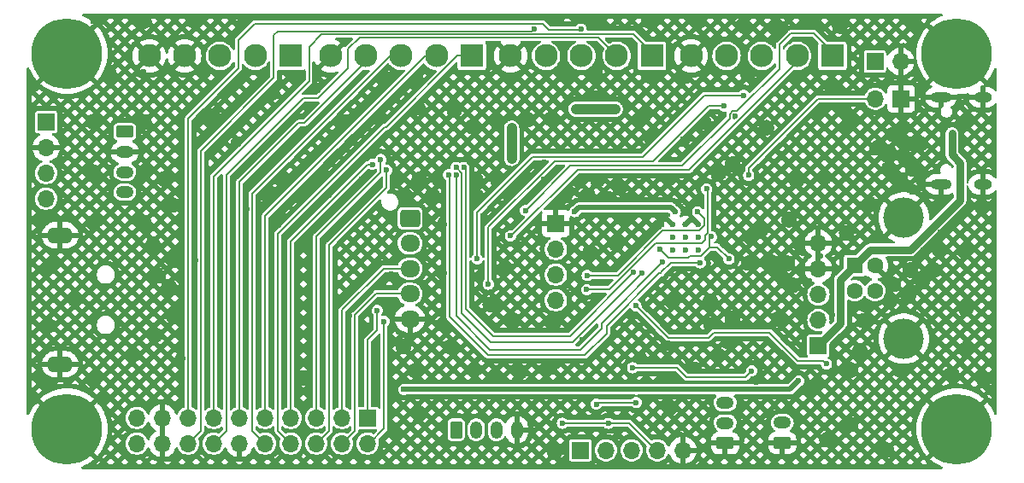
<source format=gbr>
%TF.GenerationSoftware,KiCad,Pcbnew,(7.0.0-0)*%
%TF.CreationDate,2023-08-14T10:15:54-06:00*%
%TF.ProjectId,ReflexFightingBoard,5265666c-6578-4466-9967-6874696e6742,rev?*%
%TF.SameCoordinates,Original*%
%TF.FileFunction,Copper,L4,Bot*%
%TF.FilePolarity,Positive*%
%FSLAX46Y46*%
G04 Gerber Fmt 4.6, Leading zero omitted, Abs format (unit mm)*
G04 Created by KiCad (PCBNEW (7.0.0-0)) date 2023-08-14 10:15:54*
%MOMM*%
%LPD*%
G01*
G04 APERTURE LIST*
G04 Aperture macros list*
%AMRoundRect*
0 Rectangle with rounded corners*
0 $1 Rounding radius*
0 $2 $3 $4 $5 $6 $7 $8 $9 X,Y pos of 4 corners*
0 Add a 4 corners polygon primitive as box body*
4,1,4,$2,$3,$4,$5,$6,$7,$8,$9,$2,$3,0*
0 Add four circle primitives for the rounded corners*
1,1,$1+$1,$2,$3*
1,1,$1+$1,$4,$5*
1,1,$1+$1,$6,$7*
1,1,$1+$1,$8,$9*
0 Add four rect primitives between the rounded corners*
20,1,$1+$1,$2,$3,$4,$5,0*
20,1,$1+$1,$4,$5,$6,$7,0*
20,1,$1+$1,$6,$7,$8,$9,0*
20,1,$1+$1,$8,$9,$2,$3,0*%
G04 Aperture macros list end*
%TA.AperFunction,ComponentPad*%
%ADD10R,1.700000X1.700000*%
%TD*%
%TA.AperFunction,ComponentPad*%
%ADD11O,1.700000X1.700000*%
%TD*%
%TA.AperFunction,ComponentPad*%
%ADD12RoundRect,0.249999X-0.625001X0.350001X-0.625001X-0.350001X0.625001X-0.350001X0.625001X0.350001X0*%
%TD*%
%TA.AperFunction,ComponentPad*%
%ADD13O,1.750000X1.200000*%
%TD*%
%TA.AperFunction,ComponentPad*%
%ADD14RoundRect,0.250000X0.625000X-0.350000X0.625000X0.350000X-0.625000X0.350000X-0.625000X-0.350000X0*%
%TD*%
%TA.AperFunction,ComponentPad*%
%ADD15R,2.300000X2.300000*%
%TD*%
%TA.AperFunction,ComponentPad*%
%ADD16C,2.300000*%
%TD*%
%TA.AperFunction,ComponentPad*%
%ADD17C,7.000000*%
%TD*%
%TA.AperFunction,ComponentPad*%
%ADD18O,2.610000X1.600000*%
%TD*%
%TA.AperFunction,ComponentPad*%
%ADD19RoundRect,0.250000X-0.350000X-0.625000X0.350000X-0.625000X0.350000X0.625000X-0.350000X0.625000X0*%
%TD*%
%TA.AperFunction,ComponentPad*%
%ADD20O,1.200000X1.750000*%
%TD*%
%TA.AperFunction,ComponentPad*%
%ADD21R,1.600000X1.600000*%
%TD*%
%TA.AperFunction,ComponentPad*%
%ADD22C,1.600000*%
%TD*%
%TA.AperFunction,ComponentPad*%
%ADD23C,4.000000*%
%TD*%
%TA.AperFunction,ComponentPad*%
%ADD24C,0.600000*%
%TD*%
%TA.AperFunction,ComponentPad*%
%ADD25RoundRect,0.250000X-0.725000X0.600000X-0.725000X-0.600000X0.725000X-0.600000X0.725000X0.600000X0*%
%TD*%
%TA.AperFunction,ComponentPad*%
%ADD26O,1.950000X1.700000*%
%TD*%
%TA.AperFunction,ComponentPad*%
%ADD27O,2.100000X1.000000*%
%TD*%
%TA.AperFunction,ComponentPad*%
%ADD28O,1.800000X1.000000*%
%TD*%
%TA.AperFunction,ViaPad*%
%ADD29C,0.600000*%
%TD*%
%TA.AperFunction,Conductor*%
%ADD30C,0.150000*%
%TD*%
%TA.AperFunction,Conductor*%
%ADD31C,0.500000*%
%TD*%
%TA.AperFunction,Conductor*%
%ADD32C,0.200000*%
%TD*%
%TA.AperFunction,Conductor*%
%ADD33C,0.750000*%
%TD*%
%TA.AperFunction,Conductor*%
%ADD34C,1.000000*%
%TD*%
G04 APERTURE END LIST*
D10*
%TO.P,J2,1,Pin_1*%
%TO.N,/UP*%
X137159999Y-119379999D03*
D11*
%TO.P,J2,2,Pin_2*%
%TO.N,/DOWN*%
X137159999Y-121919999D03*
%TO.P,J2,3,Pin_3*%
%TO.N,/RIGHT*%
X134619999Y-119379999D03*
%TO.P,J2,4,Pin_4*%
%TO.N,/LEFT*%
X134619999Y-121919999D03*
%TO.P,J2,5,Pin_5*%
%TO.N,/SELECT*%
X132079999Y-119379999D03*
%TO.P,J2,6,Pin_6*%
%TO.N,/HOME*%
X132079999Y-121919999D03*
%TO.P,J2,7,Pin_7*%
%TO.N,/START*%
X129539999Y-119379999D03*
%TO.P,J2,8,Pin_8*%
%TO.N,/1P*%
X129539999Y-121919999D03*
%TO.P,J2,9,Pin_9*%
%TO.N,/2P*%
X126999999Y-119379999D03*
%TO.P,J2,10,Pin_10*%
%TO.N,/3P*%
X126999999Y-121919999D03*
%TO.P,J2,11,Pin_11*%
%TO.N,/4P*%
X124459999Y-119379999D03*
%TO.P,J2,12,Pin_12*%
%TO.N,GND*%
X124459999Y-121919999D03*
%TO.P,J2,13,Pin_13*%
%TO.N,/1K*%
X121919999Y-119379999D03*
%TO.P,J2,14,Pin_14*%
%TO.N,/2K*%
X121919999Y-121919999D03*
%TO.P,J2,15,Pin_15*%
%TO.N,/3K*%
X119379999Y-119379999D03*
%TO.P,J2,16,Pin_16*%
%TO.N,/4K*%
X119379999Y-121919999D03*
%TO.P,J2,17,Pin_17*%
%TO.N,GND*%
X116839999Y-119379999D03*
%TO.P,J2,18,Pin_18*%
X116839999Y-121919999D03*
%TO.P,J2,19,Pin_19*%
%TO.N,/VBUS*%
X114299999Y-119379999D03*
%TO.P,J2,20,Pin_20*%
X114299999Y-121919999D03*
%TD*%
D12*
%TO.P,J1,1,Pin_1*%
%TO.N,Net-(J1-Pin_1)*%
X113100000Y-90982800D03*
D13*
%TO.P,J1,2,Pin_2*%
%TO.N,GND*%
X113099999Y-92982799D03*
%TO.P,J1,3,Pin_3*%
%TO.N,/VBUS*%
X113099999Y-94982799D03*
%TO.P,J1,4,Pin_4*%
X113099999Y-96982799D03*
%TD*%
D14*
%TO.P,J3,1,Pin_1*%
%TO.N,GND*%
X178225000Y-121850000D03*
D13*
%TO.P,J3,2,Pin_2*%
%TO.N,/TURBO*%
X178224999Y-119849999D03*
%TD*%
D15*
%TO.P,J5,1,Pin_1*%
%TO.N,/1K*%
X165324999Y-83449999D03*
D16*
%TO.P,J5,2,Pin_2*%
%TO.N,/2K*%
X161825000Y-83450000D03*
%TO.P,J5,3,Pin_3*%
%TO.N,/3K*%
X158325000Y-83450000D03*
%TO.P,J5,4,Pin_4*%
%TO.N,/4K*%
X154825000Y-83450000D03*
%TO.P,J5,5,Pin_5*%
%TO.N,GND*%
X151325000Y-83450000D03*
%TD*%
D15*
%TO.P,J6,1,Pin_1*%
%TO.N,/1P*%
X147474999Y-83449999D03*
D16*
%TO.P,J6,2,Pin_2*%
%TO.N,/2P*%
X143975000Y-83450000D03*
%TO.P,J6,3,Pin_3*%
%TO.N,/3P*%
X140475000Y-83450000D03*
%TO.P,J6,4,Pin_4*%
%TO.N,/4P*%
X136975000Y-83450000D03*
%TO.P,J6,5,Pin_5*%
%TO.N,GND*%
X133475000Y-83450000D03*
%TD*%
D15*
%TO.P,J7,1,Pin_1*%
%TO.N,/SELECT*%
X129524999Y-83449999D03*
D16*
%TO.P,J7,2,Pin_2*%
%TO.N,/START*%
X126025000Y-83450000D03*
%TO.P,J7,3,Pin_3*%
%TO.N,/HOME*%
X122525000Y-83450000D03*
%TO.P,J7,4,Pin_4*%
%TO.N,GND*%
X119025000Y-83450000D03*
%TO.P,J7,5,Pin_5*%
X115525000Y-83450000D03*
%TD*%
D15*
%TO.P,J8,1,Pin_1*%
%TO.N,/UP*%
X183199999Y-83449999D03*
D16*
%TO.P,J8,2,Pin_2*%
%TO.N,/DOWN*%
X179700000Y-83450000D03*
%TO.P,J8,3,Pin_3*%
%TO.N,/RIGHT*%
X176200000Y-83450000D03*
%TO.P,J8,4,Pin_4*%
%TO.N,/LEFT*%
X172700000Y-83450000D03*
%TO.P,J8,5,Pin_5*%
%TO.N,GND*%
X169200000Y-83450000D03*
%TD*%
D17*
%TO.P,H1,1,1*%
%TO.N,GND*%
X107378000Y-83200000D03*
%TD*%
%TO.P,H3,1,1*%
%TO.N,GND*%
X107378000Y-120460000D03*
%TD*%
%TO.P,H4,1,1*%
%TO.N,GND*%
X195517000Y-120460000D03*
%TD*%
%TO.P,H2,1,1*%
%TO.N,GND*%
X195517000Y-83248000D03*
%TD*%
D10*
%TO.P,J20,1,Pin_1*%
%TO.N,/VBUS*%
X187399999Y-84001951D03*
D11*
%TO.P,J20,2,Pin_2*%
%TO.N,GND*%
X189939999Y-84001951D03*
%TD*%
D18*
%TO.P,J9,5,Shield*%
%TO.N,GND*%
X106702499Y-101249999D03*
X106702499Y-114049999D03*
%TD*%
D19*
%TO.P,J21,1,Pin_1*%
%TO.N,/TP*%
X145925000Y-120550000D03*
D20*
%TO.P,J21,2,Pin_2*%
%TO.N,/LSB*%
X147924999Y-120549999D03*
%TO.P,J21,3,Pin_3*%
%TO.N,/RSB*%
X149924999Y-120549999D03*
%TO.P,J21,4,Pin_4*%
%TO.N,GND*%
X151924999Y-120549999D03*
%TD*%
D14*
%TO.P,J11,1,Pin_1*%
%TO.N,GND*%
X172575000Y-121875000D03*
D13*
%TO.P,J11,2,Pin_2*%
%TO.N,/RS_TOGGLE*%
X172574999Y-119874999D03*
%TO.P,J11,3,Pin_3*%
%TO.N,/LS_TOGGLE*%
X172574999Y-117874999D03*
%TD*%
D10*
%TO.P,J14,1,Pin_1*%
%TO.N,GND*%
X189999999Y-87699999D03*
D11*
%TO.P,J14,2,Pin_2*%
%TO.N,/~{USB_BOOT}*%
X187459999Y-87699999D03*
%TD*%
D21*
%TO.P,J16,1,VBUS*%
%TO.N,/VBUS*%
X185399999Y-104249999D03*
D22*
%TO.P,J16,2,D-*%
%TO.N,/USB_D-*%
X185400000Y-106750000D03*
%TO.P,J16,3,D+*%
%TO.N,/USB_D+*%
X187400000Y-106750000D03*
%TO.P,J16,4,GND*%
%TO.N,GND*%
X187400000Y-104250000D03*
D23*
%TO.P,J16,5,Shield*%
X190260000Y-99500000D03*
X190260000Y-111500000D03*
%TD*%
D10*
%TO.P,J19,1,Pin_1*%
%TO.N,Net-(J1-Pin_1)*%
X105299999Y-89999999D03*
D11*
%TO.P,J19,2,Pin_2*%
%TO.N,GND*%
X105299999Y-92539999D03*
%TO.P,J19,3,Pin_3*%
%TO.N,/VBUS*%
X105299999Y-95079999D03*
%TO.P,J19,4,Pin_4*%
X105299999Y-97619999D03*
%TD*%
D10*
%TO.P,J22,1,Pin_1*%
%TO.N,/GPIO22_5V*%
X158224999Y-122574999D03*
D11*
%TO.P,J22,2,Pin_2*%
%TO.N,/GPIO23_5V*%
X160764999Y-122574999D03*
%TO.P,J22,3,Pin_3*%
%TO.N,/GPIO24*%
X163304999Y-122574999D03*
%TO.P,J22,4,Pin_4*%
%TO.N,/VBUS*%
X165844999Y-122574999D03*
%TO.P,J22,5,Pin_5*%
%TO.N,GND*%
X168384999Y-122574999D03*
%TD*%
D24*
%TO.P,U4,57,GND*%
%TO.N,GND*%
X169895000Y-100155000D03*
X168620000Y-100155000D03*
X167345000Y-100155000D03*
X169895000Y-101430000D03*
X168620000Y-101430000D03*
X167345000Y-101430000D03*
X169895000Y-102705000D03*
X168620000Y-102705000D03*
X167345000Y-102705000D03*
%TD*%
D10*
%TO.P,J10,1,Pin_1*%
%TO.N,GND*%
X155799999Y-100074999D03*
D11*
%TO.P,J10,2,Pin_2*%
%TO.N,+3V3*%
X155799999Y-102614999D03*
%TO.P,J10,3,Pin_3*%
%TO.N,/SDA*%
X155799999Y-105154999D03*
%TO.P,J10,4,Pin_4*%
%TO.N,/SCL*%
X155799999Y-107694999D03*
%TD*%
D25*
%TO.P,J17,1,Pin_1*%
%TO.N,/UP*%
X141350000Y-99550000D03*
D26*
%TO.P,J17,2,Pin_2*%
%TO.N,/DOWN*%
X141349999Y-102049999D03*
%TO.P,J17,3,Pin_3*%
%TO.N,/RIGHT*%
X141349999Y-104549999D03*
%TO.P,J17,4,Pin_4*%
%TO.N,/LEFT*%
X141349999Y-107049999D03*
%TO.P,J17,5,Pin_5*%
%TO.N,GND*%
X141349999Y-109549999D03*
%TD*%
D27*
%TO.P,J15,S1,SHIELD*%
%TO.N,GND*%
X193943336Y-96193999D03*
D28*
X198093336Y-96193999D03*
D27*
X193943336Y-87553999D03*
D28*
X198093336Y-87553999D03*
%TD*%
D10*
%TO.P,J24,1,Pin_1*%
%TO.N,/VBUS*%
X181799999Y-112199999D03*
D11*
%TO.P,J24,2,Pin_2*%
%TO.N,/USB_D-*%
X181799999Y-109659999D03*
%TO.P,J24,3,Pin_3*%
%TO.N,/USB_D+*%
X181799999Y-107119999D03*
%TO.P,J24,4,Pin_4*%
%TO.N,GND*%
X181799999Y-104579999D03*
%TO.P,J24,5,Pin_5*%
X181799999Y-102039999D03*
%TD*%
D29*
%TO.N,GND*%
X117472656Y-106347656D03*
X117000000Y-95675000D03*
X108162500Y-107600000D03*
X115900000Y-102175000D03*
X117950000Y-109300000D03*
X141900000Y-114675000D03*
X149725000Y-115325000D03*
X155225000Y-114300000D03*
X186325000Y-109725000D03*
X185925000Y-112700000D03*
X198225000Y-115575000D03*
X198025000Y-98425000D03*
X196400000Y-112550000D03*
X186900000Y-98150000D03*
X179650000Y-95800000D03*
X176650000Y-90575000D03*
X183175000Y-86500000D03*
X192175000Y-86625000D03*
X191350000Y-80250000D03*
X181150000Y-80350000D03*
X183925000Y-80475000D03*
X177600000Y-80450000D03*
X174325000Y-80425000D03*
X147550000Y-90475000D03*
X152250000Y-114775000D03*
X147700000Y-114575000D03*
X149300000Y-108100000D03*
X150775000Y-104475000D03*
X151650000Y-109675000D03*
X173275000Y-109500000D03*
X167100000Y-115475000D03*
X167100000Y-118350000D03*
X155675000Y-122750000D03*
X142300000Y-118950000D03*
X105525000Y-110200000D03*
X105650000Y-104275000D03*
X110000000Y-80000000D03*
X182390000Y-95490000D03*
X136550000Y-95725500D03*
X196300000Y-102800000D03*
X128675000Y-95725500D03*
X187600000Y-92580000D03*
X119939844Y-101689844D03*
X173300000Y-94200000D03*
X115000000Y-80000000D03*
X177800000Y-104983011D03*
X165997502Y-100434757D03*
X176090000Y-100710000D03*
X120000000Y-80000000D03*
X189237740Y-106125500D03*
X131040000Y-90650000D03*
X161760000Y-102100000D03*
X142275000Y-95725500D03*
X182000000Y-103310000D03*
X186341645Y-108094411D03*
X137900000Y-112600000D03*
X184300000Y-88800000D03*
X130975000Y-97274500D03*
X124320000Y-92200000D03*
X160000000Y-80000000D03*
X141875000Y-85675000D03*
X154690000Y-94000000D03*
X192098011Y-105848011D03*
X152970000Y-89770000D03*
X182975500Y-106247664D03*
X193845260Y-100920760D03*
X115000000Y-95000000D03*
X130800000Y-102225000D03*
X155360000Y-89710000D03*
X178900000Y-99700000D03*
X139600000Y-108800000D03*
X123810156Y-100010156D03*
X110000000Y-95000000D03*
X179275500Y-106200000D03*
X173540000Y-89430000D03*
X161102344Y-97672656D03*
X144740000Y-110000000D03*
X133375000Y-97274500D03*
X171100000Y-107800000D03*
X117902344Y-103727344D03*
X189925908Y-95774092D03*
X177850000Y-109550000D03*
X184881854Y-107941735D03*
X140825000Y-97274500D03*
X178734183Y-104023166D03*
X118855500Y-113500000D03*
X166960264Y-111949011D03*
X138900000Y-85700000D03*
X151275000Y-97274500D03*
X159789989Y-87670000D03*
X165000000Y-80000000D03*
X189900000Y-114600000D03*
X165000000Y-85425000D03*
X147850000Y-97274500D03*
X128310000Y-100240000D03*
X171850000Y-113150000D03*
X144770000Y-100150000D03*
X130800000Y-115400000D03*
X164150000Y-113600000D03*
X180258411Y-109041589D03*
X122527344Y-99102344D03*
X104975000Y-99900000D03*
X110000000Y-100000000D03*
X195000000Y-115000000D03*
X162777344Y-99347656D03*
X162147656Y-96527344D03*
X113900000Y-113100000D03*
X144250000Y-95725500D03*
X122622656Y-101197656D03*
X115000000Y-90000000D03*
X190906989Y-104706989D03*
X196250000Y-90040000D03*
X119975000Y-112525000D03*
X181800000Y-88900000D03*
X137175000Y-97274500D03*
X156800000Y-85225000D03*
X121800000Y-89400000D03*
X171900000Y-95100000D03*
X188876383Y-107774500D03*
X188540000Y-122560000D03*
X139975000Y-95725500D03*
X169520000Y-114550000D03*
X110000000Y-90000000D03*
X179700000Y-85375000D03*
X190593613Y-92189500D03*
X116377344Y-105252344D03*
X115000000Y-100000000D03*
X144740000Y-105020000D03*
X115000000Y-85000000D03*
X111520000Y-85190000D03*
X170450000Y-90000000D03*
X134575000Y-95725500D03*
X188775500Y-93000000D03*
X110640000Y-117780000D03*
X170000000Y-80000000D03*
X191141589Y-94658411D03*
X189217330Y-91217330D03*
X117790000Y-98240000D03*
X127700000Y-87100000D03*
X145400000Y-112300000D03*
X139620000Y-120530000D03*
X150050000Y-95725500D03*
X105000000Y-115650000D03*
X130125000Y-85325000D03*
X190424500Y-93600000D03*
X171210000Y-110140000D03*
X156700000Y-97300000D03*
X192191589Y-95708411D03*
X120000000Y-95000000D03*
X153400000Y-97274500D03*
X121310156Y-102510156D03*
X177143675Y-103926276D03*
X168400000Y-91700000D03*
X116075000Y-111150000D03*
X132400000Y-95725500D03*
X193824500Y-98400000D03*
X165280000Y-91610000D03*
X121214844Y-100414844D03*
X164378114Y-89581655D03*
X183171589Y-109171589D03*
X174800000Y-85275000D03*
X140700000Y-112300000D03*
X151125000Y-85375000D03*
X147850000Y-95725500D03*
X152375000Y-95725500D03*
X167310000Y-107800000D03*
X192175500Y-102710000D03*
X158950000Y-97274500D03*
X110025000Y-115600000D03*
X135350000Y-97274500D03*
X125000000Y-115000000D03*
X167080537Y-95533640D03*
X190698011Y-107248011D03*
X168575000Y-85450000D03*
X158410000Y-111640000D03*
X132250000Y-86900000D03*
X175100000Y-101400000D03*
X180924500Y-105800000D03*
X159200000Y-102950000D03*
X135000000Y-90000000D03*
X159650000Y-85150000D03*
X193253011Y-104693011D03*
X196400000Y-108500000D03*
X188830500Y-94621269D03*
X191075908Y-96924092D03*
X120875000Y-84950000D03*
X175660000Y-115840000D03*
X139500000Y-105100000D03*
X172900000Y-111820000D03*
X142100000Y-88600000D03*
X120085500Y-103734811D03*
X163360156Y-97739844D03*
X184600000Y-101000000D03*
X104170000Y-117770000D03*
X185000000Y-114600000D03*
X190200000Y-90540500D03*
X186662553Y-105609786D03*
X182660000Y-121530000D03*
X191900000Y-92189500D03*
X143575000Y-97274500D03*
X138790000Y-89970000D03*
X174900000Y-104000000D03*
X185000000Y-120000000D03*
X184900000Y-90200000D03*
X159959480Y-95725500D03*
X104100000Y-86200000D03*
X125264844Y-96364844D03*
X155870000Y-79999989D03*
X150000000Y-90000000D03*
X154625000Y-95725500D03*
X155520000Y-110070000D03*
X135365500Y-109204752D03*
X125197656Y-98622656D03*
X123739844Y-97889844D03*
X127275000Y-97274500D03*
X125000000Y-80000000D03*
X145740000Y-88820000D03*
X180202048Y-102487561D03*
X181350000Y-116300000D03*
X158050000Y-95725500D03*
X193824500Y-102700000D03*
%TO.N,/UP*%
X152787500Y-98787500D03*
X138100000Y-108700000D03*
%TO.N,/DOWN*%
X151300000Y-101300000D03*
X138785600Y-109783600D03*
%TO.N,/RIGHT*%
X148000000Y-103600000D03*
X174399154Y-87349154D03*
%TO.N,/LEFT*%
X172460000Y-88410000D03*
X149100000Y-106100000D03*
%TO.N,/SELECT*%
X163505878Y-104955878D03*
X138450000Y-93725500D03*
X146672748Y-94521271D03*
%TO.N,/HOME*%
X145925000Y-95275000D03*
X166350000Y-103870000D03*
X139025000Y-94774500D03*
%TO.N,/START*%
X164330000Y-104980000D03*
X137625000Y-94224500D03*
X145917360Y-94507640D03*
%TO.N,/3K*%
X158300000Y-80775500D03*
%TO.N,/4K*%
X153640000Y-80775500D03*
%TO.N,/SDA*%
X158900000Y-105240000D03*
X169840000Y-98920500D03*
%TO.N,/SCL*%
X158850000Y-106630000D03*
X170730000Y-96650000D03*
%TO.N,/RUN*%
X182600000Y-114000000D03*
X163739122Y-108239122D03*
%TO.N,/RGB*%
X145175000Y-95249500D03*
X170091697Y-103980971D03*
%TO.N,+3V3*%
X157675000Y-98900000D03*
X163750000Y-117850000D03*
X159800000Y-118000000D03*
X167620000Y-98930000D03*
X163400000Y-114400000D03*
X175200000Y-114700000D03*
%TO.N,+1V1*%
X171208590Y-101388684D03*
X166130000Y-102630000D03*
X172944500Y-103600000D03*
%TO.N,/VBUS*%
X195040000Y-91140000D03*
X156450000Y-119900000D03*
X151420000Y-90630000D03*
X157790000Y-88750000D03*
X151420000Y-93624500D03*
X195040000Y-93262740D03*
X161680000Y-88730000D03*
X161000000Y-119900000D03*
%TO.N,/~{USB_BOOT}*%
X174896720Y-95303280D03*
%TO.N,+5V*%
X179850000Y-115700000D03*
X140725000Y-116550000D03*
%TD*%
D30*
%TO.N,/UP*%
X181374154Y-81225000D02*
X183200000Y-83050846D01*
X157225000Y-94350000D02*
X168300000Y-94350000D01*
X183200000Y-83050846D02*
X183200000Y-83450000D01*
X173015489Y-89212739D02*
X173322739Y-88905489D01*
X173015489Y-89634511D02*
X173015489Y-89212739D01*
X168300000Y-94350000D02*
X173015489Y-89634511D01*
X152787500Y-98787500D02*
X157225000Y-94350000D01*
X173322739Y-88905489D02*
X173744511Y-88905489D01*
X173744511Y-88905489D02*
X177925000Y-84725000D01*
X177925000Y-84725000D02*
X177925000Y-82350000D01*
X177925000Y-82350000D02*
X179050000Y-81225000D01*
X179050000Y-81225000D02*
X181374154Y-81225000D01*
%TO.N,/SELECT*%
X146672748Y-94521271D02*
X146910000Y-94758523D01*
X146910000Y-94758523D02*
X146910000Y-108550000D01*
X146910000Y-108550000D02*
X149584511Y-111224511D01*
X149584511Y-111224511D02*
X157237245Y-111224511D01*
X157237245Y-111224511D02*
X163505878Y-104955878D01*
%TO.N,/START*%
X145917360Y-94507640D02*
X146468813Y-95059093D01*
X157488228Y-111820000D02*
X164328228Y-104980000D01*
X146468813Y-108948813D02*
X149340000Y-111820000D01*
X146468813Y-95059093D02*
X146468813Y-108948813D01*
X149340000Y-111820000D02*
X157488228Y-111820000D01*
X164328228Y-104980000D02*
X164330000Y-104980000D01*
%TO.N,/HOME*%
X145925000Y-109215000D02*
X149290000Y-112580000D01*
X160310000Y-110481772D02*
X160310000Y-109960000D01*
X160310000Y-109960000D02*
X166350000Y-103920000D01*
X149290000Y-112580000D02*
X158211772Y-112580000D01*
X158211772Y-112580000D02*
X160310000Y-110481772D01*
X145925000Y-95275000D02*
X145925000Y-109215000D01*
X166350000Y-103920000D02*
X166350000Y-103870000D01*
%TO.N,/RGB*%
X145175000Y-95249500D02*
X145275000Y-95349500D01*
X160820000Y-110230000D02*
X166030000Y-105020000D01*
X145295000Y-99932537D02*
X145295000Y-100367463D01*
X145295000Y-100367463D02*
X145275000Y-100387463D01*
X145275000Y-99912537D02*
X145295000Y-99932537D01*
X145275000Y-95349500D02*
X145275000Y-99912537D01*
X145275000Y-100387463D02*
X145275000Y-109325000D01*
X167160000Y-103970000D02*
X170080726Y-103970000D01*
X145275000Y-109325000D02*
X149110000Y-113160000D01*
X149110000Y-113160000D02*
X158690000Y-113160000D01*
X158690000Y-113160000D02*
X160820000Y-111030000D01*
X166210000Y-104920000D02*
X167160000Y-103970000D01*
X160820000Y-111030000D02*
X160820000Y-110230000D01*
X166030000Y-105020000D02*
X166210000Y-105020000D01*
X166210000Y-105020000D02*
X166210000Y-104920000D01*
X170080726Y-103970000D02*
X170091697Y-103980971D01*
%TO.N,/UP*%
X137160000Y-119380000D02*
X137160000Y-111640000D01*
X138100000Y-110700000D02*
X138100000Y-108700000D01*
X137160000Y-111640000D02*
X138100000Y-110700000D01*
%TO.N,/DOWN*%
X151300000Y-101300000D02*
X151400000Y-101300000D01*
X151400000Y-101300000D02*
X157950000Y-94750000D01*
X137312400Y-121920000D02*
X138785600Y-120446800D01*
X174064511Y-89647261D02*
X174064511Y-89635489D01*
X168961772Y-94750000D02*
X174064511Y-89647261D01*
X157950000Y-94750000D02*
X168961772Y-94750000D01*
X174064511Y-89635489D02*
X179700000Y-84000000D01*
X138785600Y-120446800D02*
X138785600Y-109783600D01*
X179700000Y-84000000D02*
X179700000Y-83450000D01*
%TO.N,/RIGHT*%
X138750000Y-104550000D02*
X134620000Y-108680000D01*
X170500846Y-87349154D02*
X174399154Y-87349154D01*
X141350000Y-104550000D02*
X138750000Y-104550000D01*
X134620000Y-108680000D02*
X134620000Y-119380000D01*
X164374511Y-93475489D02*
X170500846Y-87349154D01*
X148000000Y-103600000D02*
X148000000Y-98950000D01*
X148000000Y-98950000D02*
X153474511Y-93475489D01*
X153474511Y-93475489D02*
X164374511Y-93475489D01*
%TO.N,/LEFT*%
X165425000Y-93875000D02*
X170890000Y-88410000D01*
X149100000Y-106100000D02*
X149100000Y-100450000D01*
X135890000Y-120650000D02*
X134620000Y-121920000D01*
X149100000Y-100450000D02*
X155675000Y-93875000D01*
X170890000Y-88410000D02*
X172460000Y-88410000D01*
X155675000Y-93875000D02*
X165425000Y-93875000D01*
X135890000Y-109110000D02*
X135890000Y-120650000D01*
X141350000Y-107050000D02*
X137950000Y-107050000D01*
X137950000Y-107050000D02*
X135890000Y-109110000D01*
%TO.N,/SELECT*%
X132080000Y-101370000D02*
X138450000Y-95000000D01*
X138450000Y-95000000D02*
X138450000Y-93725500D01*
X132080000Y-119380000D02*
X132080000Y-101370000D01*
%TO.N,/HOME*%
X133350000Y-120650000D02*
X132080000Y-121920000D01*
X139025000Y-94774500D02*
X139025000Y-96525000D01*
X133350000Y-102200000D02*
X133350000Y-120650000D01*
X139025000Y-96525000D02*
X133350000Y-102200000D01*
%TO.N,/START*%
X133900000Y-97475000D02*
X133900000Y-97491963D01*
X137625000Y-94224500D02*
X137150500Y-94224500D01*
X129540000Y-101835000D02*
X129540000Y-119380000D01*
X133575500Y-97799500D02*
X129540000Y-101835000D01*
X133900000Y-97491963D02*
X133592463Y-97799500D01*
X133592463Y-97799500D02*
X133575500Y-97799500D01*
X137150500Y-94224500D02*
X133900000Y-97475000D01*
%TO.N,/1P*%
X128270000Y-101080000D02*
X138855000Y-90495000D01*
X128270000Y-120650000D02*
X128270000Y-101080000D01*
X139007463Y-90495000D02*
X146052463Y-83450000D01*
X129540000Y-121920000D02*
X128270000Y-120650000D01*
X138855000Y-90495000D02*
X139007463Y-90495000D01*
X146052463Y-83450000D02*
X147475000Y-83450000D01*
%TO.N,/2P*%
X142890000Y-83450000D02*
X143975000Y-83450000D01*
X127000000Y-119380000D02*
X127000000Y-99340000D01*
X127000000Y-99340000D02*
X142890000Y-83450000D01*
%TO.N,/3P*%
X125730000Y-120650000D02*
X125730000Y-97110000D01*
X127000000Y-121920000D02*
X125730000Y-120650000D01*
X125730000Y-97110000D02*
X139390000Y-83450000D01*
X139390000Y-83450000D02*
X140475000Y-83450000D01*
%TO.N,/4P*%
X130874511Y-90125489D02*
X136975000Y-84025000D01*
X124460000Y-95965000D02*
X130299511Y-90125489D01*
X130299511Y-90125489D02*
X130874511Y-90125489D01*
X136975000Y-84025000D02*
X136975000Y-83450000D01*
X124460000Y-119380000D02*
X124460000Y-95965000D01*
%TO.N,/1K*%
X132596147Y-81300000D02*
X163500000Y-81300000D01*
X131350000Y-85960000D02*
X131350000Y-82546147D01*
X121920000Y-95390000D02*
X131350000Y-85960000D01*
X163500000Y-81300000D02*
X165325000Y-83125000D01*
X121920000Y-119380000D02*
X121920000Y-95390000D01*
X165325000Y-83125000D02*
X165325000Y-83450000D01*
X131350000Y-82546147D02*
X132596147Y-81300000D01*
%TO.N,/2K*%
X132266772Y-87625000D02*
X135225000Y-84666772D01*
X123150000Y-120690000D02*
X123150000Y-95258228D01*
X135225000Y-84666772D02*
X135225000Y-82750000D01*
X121920000Y-121920000D02*
X123150000Y-120690000D01*
X130783228Y-87625000D02*
X132266772Y-87625000D01*
X136375000Y-81600000D02*
X159975000Y-81600000D01*
X135225000Y-82750000D02*
X136375000Y-81600000D01*
X159975000Y-81600000D02*
X161825000Y-83450000D01*
X123150000Y-95258228D02*
X130783228Y-87625000D01*
%TO.N,/3K*%
X124340000Y-81860000D02*
X124340000Y-84710000D01*
X125949011Y-80250989D02*
X124340000Y-81860000D01*
X119380000Y-89670000D02*
X119380000Y-119380000D01*
X155106272Y-80850000D02*
X154507261Y-80250989D01*
X158225500Y-80850000D02*
X155106272Y-80850000D01*
X154507261Y-80250989D02*
X125949011Y-80250989D01*
X158300000Y-80775500D02*
X158225500Y-80850000D01*
X124340000Y-84710000D02*
X119380000Y-89670000D01*
%TO.N,/4K*%
X153415500Y-81000000D02*
X128258228Y-81000000D01*
X127850000Y-85640000D02*
X120610000Y-92880000D01*
X128258228Y-81000000D02*
X127850000Y-81408228D01*
X120610000Y-92880000D02*
X120610000Y-120690000D01*
X127850000Y-81408228D02*
X127850000Y-85640000D01*
X153640000Y-80775500D02*
X153415500Y-81000000D01*
X120610000Y-120690000D02*
X119380000Y-121920000D01*
%TO.N,/SDA*%
X170540000Y-99620500D02*
X169840000Y-98920500D01*
X158900000Y-105240000D02*
X161934031Y-105240000D01*
X170540000Y-100251772D02*
X170540000Y-99620500D01*
X166384031Y-100790000D02*
X170001772Y-100790000D01*
X161934031Y-105240000D02*
X166384031Y-100790000D01*
X170001772Y-100790000D02*
X170540000Y-100251772D01*
%TO.N,/SCL*%
X170839520Y-96759520D02*
X170730000Y-96650000D01*
X170220000Y-102070000D02*
X170560000Y-101730000D01*
X170560000Y-101730000D02*
X170560000Y-101295502D01*
X161090000Y-106630000D02*
X165650000Y-102070000D01*
X165650000Y-102070000D02*
X170220000Y-102070000D01*
X170839520Y-101015982D02*
X170839520Y-96759520D01*
X158850000Y-106630000D02*
X161090000Y-106630000D01*
X170560000Y-101295502D02*
X170839520Y-101015982D01*
%TO.N,/RUN*%
X171414500Y-110910000D02*
X170899989Y-111424511D01*
X166944511Y-111424511D02*
X165860489Y-110340489D01*
X182300000Y-113700000D02*
X179770000Y-113700000D01*
X182600000Y-114000000D02*
X182300000Y-113700000D01*
X176980000Y-110910000D02*
X171414500Y-110910000D01*
X179770000Y-113700000D02*
X176980000Y-110910000D01*
X170899989Y-111424511D02*
X166944511Y-111424511D01*
X165860489Y-110340489D02*
X165840489Y-110340489D01*
X165840489Y-110340489D02*
X163739122Y-108239122D01*
%TO.N,+3V3*%
X167800000Y-114400000D02*
X168750000Y-115350000D01*
X159950000Y-117850000D02*
X163750000Y-117850000D01*
X168750000Y-115350000D02*
X174550000Y-115350000D01*
D31*
X157675000Y-98900000D02*
X158075000Y-98500000D01*
X167190000Y-98500000D02*
X167620000Y-98930000D01*
D30*
X163400000Y-114400000D02*
X167800000Y-114400000D01*
D31*
X158075000Y-98500000D02*
X167190000Y-98500000D01*
D30*
X174550000Y-115350000D02*
X175200000Y-114700000D01*
X159800000Y-118000000D02*
X159950000Y-117850000D01*
D32*
%TO.N,+1V1*%
X168890000Y-103460000D02*
X169045489Y-103304511D01*
X169045489Y-103304511D02*
X170143327Y-103304511D01*
X171208590Y-101388684D02*
X171020000Y-101577274D01*
X171020000Y-101577274D02*
X171020000Y-102427838D01*
X166600313Y-103120000D02*
X166940313Y-103460000D01*
X166940313Y-103460000D02*
X168890000Y-103460000D01*
X170143327Y-103304511D02*
X171020000Y-102427838D01*
X166130000Y-102630000D02*
X166600313Y-103100313D01*
X166600313Y-103100313D02*
X166600313Y-103120000D01*
X172944500Y-103600000D02*
X171772338Y-102427838D01*
X171772338Y-102427838D02*
X171020000Y-102427838D01*
D30*
%TO.N,/VBUS*%
X161000000Y-119900000D02*
X163045000Y-119900000D01*
D33*
X185400000Y-104250000D02*
X184000000Y-105650000D01*
X195824511Y-97775489D02*
X195824511Y-94047251D01*
D30*
X156450000Y-119900000D02*
X161000000Y-119900000D01*
X163045000Y-119900000D02*
X165845000Y-122700000D01*
D33*
X195040000Y-93262740D02*
X195040000Y-91140000D01*
X195824511Y-94047251D02*
X195040000Y-93262740D01*
X184000000Y-110000000D02*
X181800000Y-112200000D01*
X190900000Y-102700000D02*
X195824511Y-97775489D01*
D34*
X151420000Y-90630000D02*
X151420000Y-93624500D01*
D33*
X184000000Y-105650000D02*
X184000000Y-110000000D01*
X185400000Y-104250000D02*
X186950000Y-102700000D01*
X186950000Y-102700000D02*
X190900000Y-102700000D01*
D34*
X157810000Y-88730000D02*
X161680000Y-88730000D01*
X157790000Y-88750000D02*
X157810000Y-88730000D01*
D30*
%TO.N,/~{USB_BOOT}*%
X174896720Y-94603281D02*
X181800001Y-87700000D01*
X174896720Y-95303280D02*
X174896720Y-94603281D01*
X181800001Y-87700000D02*
X187460000Y-87700000D01*
D31*
%TO.N,+5V*%
X179000000Y-116550000D02*
X179850000Y-115700000D01*
X140725000Y-116550000D02*
X179000000Y-116550000D01*
%TD*%
%TA.AperFunction,Conductor*%
%TO.N,GND*%
G36*
X132257852Y-87954978D02*
G01*
X132284022Y-87957267D01*
X132349740Y-87982823D01*
X132391439Y-88039691D01*
X132396051Y-88110058D01*
X132362134Y-88171882D01*
X131961838Y-88572179D01*
X130774930Y-89759086D01*
X130734056Y-89786398D01*
X130685838Y-89795989D01*
X130319393Y-89795989D01*
X130308411Y-89795509D01*
X130281335Y-89793140D01*
X130270351Y-89792179D01*
X130259705Y-89795031D01*
X130259699Y-89795032D01*
X130233441Y-89802068D01*
X130222714Y-89804446D01*
X130195932Y-89809168D01*
X130195922Y-89809171D01*
X130185077Y-89811084D01*
X130175539Y-89816589D01*
X130172079Y-89817849D01*
X130168746Y-89819403D01*
X130158110Y-89822254D01*
X130149088Y-89828570D01*
X130149081Y-89828574D01*
X130126797Y-89844177D01*
X130117537Y-89850076D01*
X130093993Y-89863670D01*
X130093988Y-89863673D01*
X130084445Y-89869184D01*
X130077360Y-89877626D01*
X130077360Y-89877627D01*
X130059881Y-89898457D01*
X130052457Y-89906557D01*
X124241080Y-95717935D01*
X124232979Y-95725359D01*
X124212141Y-95742844D01*
X124212133Y-95742853D01*
X124203695Y-95749934D01*
X124198186Y-95759474D01*
X124198182Y-95759480D01*
X124184585Y-95783031D01*
X124178684Y-95792294D01*
X124163085Y-95814572D01*
X124163083Y-95814574D01*
X124156765Y-95823599D01*
X124153912Y-95834241D01*
X124152359Y-95837573D01*
X124151102Y-95841025D01*
X124145595Y-95850566D01*
X124143682Y-95861411D01*
X124143679Y-95861421D01*
X124138957Y-95888203D01*
X124136579Y-95898930D01*
X124129543Y-95925188D01*
X124129542Y-95925194D01*
X124126690Y-95935840D01*
X124127650Y-95946822D01*
X124127651Y-95946822D01*
X124130020Y-95973900D01*
X124130500Y-95984882D01*
X124130500Y-118236851D01*
X124120534Y-118285964D01*
X124092213Y-118327308D01*
X124050017Y-118354342D01*
X124040209Y-118358142D01*
X123971007Y-118384950D01*
X123970999Y-118384953D01*
X123965573Y-118387056D01*
X123960622Y-118390121D01*
X123960613Y-118390126D01*
X123796491Y-118491746D01*
X123796481Y-118491752D01*
X123791538Y-118494814D01*
X123787239Y-118498732D01*
X123787235Y-118498736D01*
X123690386Y-118587026D01*
X123639981Y-118615101D01*
X123582347Y-118617766D01*
X123529568Y-118594461D01*
X123492709Y-118550074D01*
X123479500Y-118493911D01*
X123479500Y-95446901D01*
X123489091Y-95398683D01*
X123516405Y-95357806D01*
X129750704Y-89123508D01*
X130454979Y-89123508D01*
X130580605Y-89249134D01*
X130935573Y-88894165D01*
X130809947Y-88768539D01*
X130454979Y-89123508D01*
X129750704Y-89123508D01*
X130882807Y-87991405D01*
X130923684Y-87964091D01*
X130971902Y-87954500D01*
X132246890Y-87954500D01*
X132257852Y-87954978D01*
G37*
%TD.AperFunction*%
%TA.AperFunction,Conductor*%
G36*
X130953896Y-84799836D02*
G01*
X131002574Y-84846181D01*
X131020500Y-84910958D01*
X131020500Y-85771326D01*
X131010909Y-85819544D01*
X130983595Y-85860421D01*
X121701080Y-95142935D01*
X121692979Y-95150359D01*
X121672141Y-95167844D01*
X121672133Y-95167853D01*
X121663695Y-95174934D01*
X121658186Y-95184474D01*
X121658182Y-95184480D01*
X121644585Y-95208031D01*
X121638684Y-95217294D01*
X121623085Y-95239572D01*
X121623083Y-95239574D01*
X121616765Y-95248599D01*
X121613912Y-95259241D01*
X121612359Y-95262573D01*
X121611102Y-95266025D01*
X121605595Y-95275566D01*
X121603682Y-95286411D01*
X121603679Y-95286421D01*
X121598957Y-95313203D01*
X121596579Y-95323930D01*
X121589543Y-95350188D01*
X121589542Y-95350194D01*
X121586690Y-95360840D01*
X121589757Y-95395894D01*
X121590020Y-95398900D01*
X121590500Y-95409882D01*
X121590500Y-118236851D01*
X121580534Y-118285964D01*
X121552213Y-118327308D01*
X121510017Y-118354342D01*
X121500209Y-118358142D01*
X121431007Y-118384950D01*
X121430999Y-118384953D01*
X121425573Y-118387056D01*
X121420622Y-118390121D01*
X121420613Y-118390126D01*
X121256491Y-118491746D01*
X121256481Y-118491752D01*
X121251538Y-118494814D01*
X121247239Y-118498732D01*
X121247235Y-118498736D01*
X121150386Y-118587026D01*
X121099981Y-118615101D01*
X121042347Y-118617766D01*
X120989568Y-118594461D01*
X120952709Y-118550074D01*
X120939500Y-118493911D01*
X120939500Y-94248163D01*
X121437500Y-94248163D01*
X121596129Y-94406793D01*
X121951097Y-94051825D01*
X121596128Y-93696857D01*
X121437500Y-93855486D01*
X121437500Y-94248163D01*
X120939500Y-94248163D01*
X120939500Y-93344718D01*
X121948267Y-93344718D01*
X122303236Y-93699686D01*
X122658203Y-93344719D01*
X122303235Y-92989750D01*
X121948267Y-93344718D01*
X120939500Y-93344718D01*
X120939500Y-93068673D01*
X120949091Y-93020455D01*
X120976405Y-92979578D01*
X121318372Y-92637611D01*
X122655374Y-92637611D01*
X123010343Y-92992579D01*
X123365310Y-92637612D01*
X123010342Y-92282643D01*
X122655374Y-92637611D01*
X121318372Y-92637611D01*
X122025478Y-91930505D01*
X123362481Y-91930505D01*
X123548443Y-92116467D01*
X123559172Y-92028114D01*
X123566441Y-91998622D01*
X123622414Y-91851031D01*
X123636531Y-91824134D01*
X123726200Y-91694228D01*
X123746341Y-91671493D01*
X123781901Y-91639988D01*
X123717450Y-91575537D01*
X123362481Y-91930505D01*
X122025478Y-91930505D01*
X122732586Y-91223397D01*
X124069588Y-91223397D01*
X124270190Y-91424000D01*
X124398924Y-91424000D01*
X124429078Y-91427661D01*
X124546353Y-91456567D01*
X124779523Y-91223397D01*
X124424555Y-90868430D01*
X124069588Y-91223397D01*
X122732586Y-91223397D01*
X122746420Y-91209563D01*
X123439693Y-90516290D01*
X124776695Y-90516290D01*
X125131663Y-90871259D01*
X125486631Y-90516291D01*
X125131662Y-90161323D01*
X124776695Y-90516290D01*
X123439693Y-90516290D01*
X124146799Y-89809184D01*
X125483801Y-89809184D01*
X125838770Y-90164152D01*
X126193737Y-89809185D01*
X125838769Y-89454216D01*
X125483801Y-89809184D01*
X124146799Y-89809184D01*
X124853906Y-89102077D01*
X126190908Y-89102077D01*
X126545877Y-89457045D01*
X126900844Y-89102078D01*
X126545876Y-88747109D01*
X126190908Y-89102077D01*
X124853906Y-89102077D01*
X125561013Y-88394970D01*
X126898015Y-88394970D01*
X127252983Y-88749939D01*
X127607951Y-88394971D01*
X127252982Y-88040003D01*
X126898015Y-88394970D01*
X125561013Y-88394970D01*
X126081535Y-87874448D01*
X127791706Y-87874448D01*
X127960090Y-88042832D01*
X128315058Y-87687864D01*
X128264136Y-87636943D01*
X128155508Y-87733180D01*
X128130509Y-87750435D01*
X127990741Y-87823791D01*
X127962340Y-87834563D01*
X127809078Y-87872339D01*
X127791706Y-87874448D01*
X126081535Y-87874448D01*
X127100279Y-86855703D01*
X128437282Y-86855703D01*
X128453559Y-86898623D01*
X128460828Y-86928114D01*
X128479855Y-87084812D01*
X128479855Y-87115189D01*
X128476260Y-87144789D01*
X128667197Y-87335725D01*
X129022164Y-86980758D01*
X128667196Y-86625789D01*
X128437282Y-86855703D01*
X127100279Y-86855703D01*
X127682331Y-86273650D01*
X129019335Y-86273650D01*
X129374304Y-86628618D01*
X129729271Y-86273651D01*
X129374303Y-85918682D01*
X129019335Y-86273650D01*
X127682331Y-86273650D01*
X128060931Y-85895050D01*
X128640734Y-85895050D01*
X128667196Y-85921512D01*
X129022164Y-85566543D01*
X128808120Y-85352499D01*
X128677500Y-85352500D01*
X128677500Y-85603870D01*
X128679415Y-85625760D01*
X128679894Y-85636744D01*
X128679893Y-85679629D01*
X128679413Y-85690611D01*
X128675598Y-85734204D01*
X128674164Y-85745099D01*
X128666718Y-85787327D01*
X128664338Y-85798062D01*
X128658656Y-85819263D01*
X128654842Y-85840900D01*
X128652461Y-85851638D01*
X128641359Y-85893069D01*
X128640734Y-85895050D01*
X128060931Y-85895050D01*
X128068936Y-85887045D01*
X128077006Y-85879649D01*
X128106305Y-85855066D01*
X128125412Y-85821969D01*
X128131314Y-85812706D01*
X128134745Y-85807806D01*
X128153235Y-85781401D01*
X128156090Y-85770742D01*
X128157637Y-85767425D01*
X128158887Y-85763988D01*
X128164405Y-85754434D01*
X128171041Y-85716794D01*
X128173418Y-85706071D01*
X128183309Y-85669161D01*
X128179979Y-85631097D01*
X128179500Y-85620116D01*
X128179500Y-84974130D01*
X128191597Y-84920258D01*
X128225567Y-84876730D01*
X128274885Y-84851906D01*
X128330080Y-84850551D01*
X128349933Y-84854500D01*
X130700066Y-84854499D01*
X130774301Y-84839734D01*
X130824498Y-84806192D01*
X130888317Y-84785110D01*
X130953896Y-84799836D01*
G37*
%TD.AperFunction*%
%TA.AperFunction,Conductor*%
G36*
X138643561Y-95422736D02*
G01*
X138681767Y-95467469D01*
X138695500Y-95524672D01*
X138695500Y-96336327D01*
X138685909Y-96384545D01*
X138658595Y-96425422D01*
X133131080Y-101952935D01*
X133122979Y-101960359D01*
X133102141Y-101977844D01*
X133102133Y-101977853D01*
X133093695Y-101984934D01*
X133088186Y-101994474D01*
X133088182Y-101994480D01*
X133074585Y-102018031D01*
X133068684Y-102027294D01*
X133053085Y-102049572D01*
X133053083Y-102049574D01*
X133046765Y-102058599D01*
X133043912Y-102069241D01*
X133042359Y-102072573D01*
X133041102Y-102076025D01*
X133035595Y-102085566D01*
X133033682Y-102096411D01*
X133033679Y-102096421D01*
X133028957Y-102123203D01*
X133026579Y-102133930D01*
X133019543Y-102160188D01*
X133019542Y-102160194D01*
X133016690Y-102170840D01*
X133017650Y-102181822D01*
X133017651Y-102181822D01*
X133020020Y-102208900D01*
X133020500Y-102219882D01*
X133020500Y-118457446D01*
X133007291Y-118513609D01*
X132970432Y-118557996D01*
X132917653Y-118581301D01*
X132860019Y-118578636D01*
X132809615Y-118550561D01*
X132752770Y-118498741D01*
X132752768Y-118498739D01*
X132748462Y-118494814D01*
X132743512Y-118491749D01*
X132743508Y-118491746D01*
X132579386Y-118390126D01*
X132579381Y-118390124D01*
X132574427Y-118387056D01*
X132568996Y-118384952D01*
X132568992Y-118384950D01*
X132499791Y-118358142D01*
X132489982Y-118354342D01*
X132447787Y-118327308D01*
X132419466Y-118285964D01*
X132409500Y-118236851D01*
X132409500Y-101558673D01*
X132419091Y-101510455D01*
X132446405Y-101469578D01*
X135462634Y-98453349D01*
X138480405Y-95435576D01*
X138530564Y-95404839D01*
X138589211Y-95400223D01*
X138643561Y-95422736D01*
G37*
%TD.AperFunction*%
%TA.AperFunction,Conductor*%
G36*
X142760652Y-84181563D02*
G01*
X142800523Y-84220216D01*
X142855636Y-84304573D01*
X142862853Y-84315619D01*
X142909569Y-84366366D01*
X143016968Y-84483032D01*
X143016971Y-84483035D01*
X143020498Y-84486866D01*
X143204178Y-84629830D01*
X143408885Y-84740612D01*
X143413813Y-84742304D01*
X143413816Y-84742305D01*
X143478238Y-84764421D01*
X143629034Y-84816189D01*
X143858620Y-84854500D01*
X143863831Y-84854500D01*
X143877788Y-84854500D01*
X143934991Y-84868233D01*
X143979724Y-84906439D01*
X144002237Y-84960789D01*
X143997621Y-85019436D01*
X143966883Y-85069595D01*
X138909805Y-90126674D01*
X138873960Y-90151774D01*
X138834217Y-90162422D01*
X138825840Y-90161690D01*
X138815194Y-90164542D01*
X138815188Y-90164543D01*
X138788930Y-90171579D01*
X138778203Y-90173957D01*
X138751421Y-90178679D01*
X138751411Y-90178682D01*
X138740566Y-90180595D01*
X138731028Y-90186100D01*
X138727568Y-90187360D01*
X138724235Y-90188914D01*
X138713599Y-90191765D01*
X138704577Y-90198081D01*
X138704570Y-90198085D01*
X138682286Y-90213688D01*
X138673026Y-90219587D01*
X138649482Y-90233181D01*
X138649477Y-90233184D01*
X138639934Y-90238695D01*
X138632849Y-90247137D01*
X138632849Y-90247138D01*
X138615370Y-90267968D01*
X138607946Y-90276068D01*
X128051080Y-100832935D01*
X128042979Y-100840359D01*
X128022141Y-100857844D01*
X128022133Y-100857853D01*
X128013695Y-100864934D01*
X128008186Y-100874474D01*
X128008182Y-100874480D01*
X127994585Y-100898031D01*
X127988684Y-100907294D01*
X127973085Y-100929572D01*
X127973083Y-100929574D01*
X127966765Y-100938599D01*
X127963912Y-100949241D01*
X127962359Y-100952573D01*
X127961102Y-100956025D01*
X127955595Y-100965566D01*
X127953682Y-100976411D01*
X127953679Y-100976421D01*
X127948957Y-101003203D01*
X127946579Y-101013930D01*
X127939543Y-101040188D01*
X127939542Y-101040194D01*
X127936690Y-101050840D01*
X127939672Y-101084917D01*
X127940020Y-101088900D01*
X127940500Y-101099882D01*
X127940500Y-118457446D01*
X127927291Y-118513609D01*
X127890432Y-118557996D01*
X127837653Y-118581301D01*
X127780019Y-118578636D01*
X127729615Y-118550561D01*
X127672770Y-118498741D01*
X127672768Y-118498739D01*
X127668462Y-118494814D01*
X127663512Y-118491749D01*
X127663508Y-118491746D01*
X127499386Y-118390126D01*
X127499381Y-118390124D01*
X127494427Y-118387056D01*
X127488996Y-118384952D01*
X127488992Y-118384950D01*
X127419791Y-118358142D01*
X127409982Y-118354342D01*
X127367787Y-118327308D01*
X127339466Y-118285964D01*
X127329500Y-118236851D01*
X127329500Y-99528673D01*
X127339091Y-99480455D01*
X127366405Y-99439578D01*
X127804411Y-99001572D01*
X129019335Y-99001572D01*
X129098750Y-99080986D01*
X129453717Y-98726019D01*
X129374303Y-98646604D01*
X129019335Y-99001572D01*
X127804411Y-99001572D01*
X128511517Y-98294466D01*
X129726442Y-98294466D01*
X129805855Y-98373879D01*
X130160824Y-98018911D01*
X130081411Y-97939498D01*
X129726442Y-98294466D01*
X128511517Y-98294466D01*
X132047051Y-94758932D01*
X133261976Y-94758932D01*
X133341390Y-94838346D01*
X133696358Y-94483378D01*
X133616944Y-94403964D01*
X133261976Y-94758932D01*
X132047051Y-94758932D01*
X132754158Y-94051825D01*
X133969083Y-94051825D01*
X134048497Y-94131239D01*
X134403465Y-93776271D01*
X134324051Y-93696857D01*
X133969083Y-94051825D01*
X132754158Y-94051825D01*
X133461264Y-93344719D01*
X134676189Y-93344719D01*
X134755603Y-93424133D01*
X135110572Y-93069164D01*
X135031158Y-92989750D01*
X134676189Y-93344719D01*
X133461264Y-93344719D01*
X134168371Y-92637612D01*
X135383296Y-92637612D01*
X135462710Y-92717026D01*
X135817679Y-92362057D01*
X135738265Y-92282643D01*
X135383296Y-92637612D01*
X134168371Y-92637612D01*
X134875478Y-91930505D01*
X136090403Y-91930505D01*
X136169816Y-92009918D01*
X136524785Y-91654950D01*
X136445372Y-91575537D01*
X136090403Y-91930505D01*
X134875478Y-91930505D01*
X134983229Y-91822754D01*
X135582585Y-91223398D01*
X136797510Y-91223398D01*
X136876924Y-91302812D01*
X137231892Y-90947844D01*
X137152478Y-90868430D01*
X136797510Y-91223398D01*
X135582585Y-91223398D01*
X136289692Y-90516291D01*
X137504617Y-90516291D01*
X137584031Y-90595705D01*
X137938999Y-90240737D01*
X137859585Y-90161323D01*
X137504617Y-90516291D01*
X136289692Y-90516291D01*
X137703905Y-89102078D01*
X138918830Y-89102078D01*
X139052139Y-89235387D01*
X139052340Y-89235437D01*
X139080740Y-89246208D01*
X139084183Y-89248015D01*
X139429444Y-88902755D01*
X139273798Y-88747109D01*
X138918830Y-89102078D01*
X137703905Y-89102078D01*
X138411013Y-88394970D01*
X139625937Y-88394970D01*
X139781583Y-88550617D01*
X140136551Y-88195649D01*
X139980904Y-88040003D01*
X139625937Y-88394970D01*
X138411013Y-88394970D01*
X139118120Y-87687863D01*
X140333044Y-87687863D01*
X140488690Y-87843510D01*
X140843658Y-87488542D01*
X140688011Y-87332896D01*
X140333044Y-87687863D01*
X139118120Y-87687863D01*
X139825225Y-86980758D01*
X141040151Y-86980758D01*
X141195796Y-87136403D01*
X141550764Y-86781434D01*
X141395119Y-86625789D01*
X141040151Y-86980758D01*
X139825225Y-86980758D01*
X141391286Y-85414696D01*
X142606211Y-85414696D01*
X142628559Y-85473622D01*
X142635828Y-85503114D01*
X142654855Y-85659812D01*
X142654855Y-85677345D01*
X142964979Y-85367221D01*
X142809333Y-85211575D01*
X142606211Y-85414696D01*
X141391286Y-85414696D01*
X142605947Y-84200035D01*
X142652898Y-84170388D01*
X142708038Y-84163804D01*
X142760652Y-84181563D01*
G37*
%TD.AperFunction*%
%TA.AperFunction,Conductor*%
G36*
X139260653Y-84181562D02*
G01*
X139300522Y-84220214D01*
X139362853Y-84315619D01*
X139409569Y-84366366D01*
X139516968Y-84483032D01*
X139516971Y-84483035D01*
X139520498Y-84486866D01*
X139704178Y-84629830D01*
X139908885Y-84740612D01*
X139913813Y-84742304D01*
X139913816Y-84742305D01*
X139978238Y-84764421D01*
X140129034Y-84816189D01*
X140358620Y-84854500D01*
X140586169Y-84854500D01*
X140591380Y-84854500D01*
X140598625Y-84853291D01*
X140717319Y-84833485D01*
X140779954Y-84838935D01*
X140832157Y-84873973D01*
X140860932Y-84929873D01*
X140859113Y-84992719D01*
X140827153Y-85046861D01*
X126781080Y-99092935D01*
X126772979Y-99100359D01*
X126752141Y-99117844D01*
X126752133Y-99117853D01*
X126743695Y-99124934D01*
X126738186Y-99134474D01*
X126738182Y-99134480D01*
X126724585Y-99158031D01*
X126718684Y-99167294D01*
X126703085Y-99189572D01*
X126703083Y-99189574D01*
X126696765Y-99198599D01*
X126693912Y-99209241D01*
X126692359Y-99212573D01*
X126691102Y-99216025D01*
X126685595Y-99225566D01*
X126683682Y-99236411D01*
X126683679Y-99236421D01*
X126678957Y-99263203D01*
X126676579Y-99273930D01*
X126669543Y-99300188D01*
X126669542Y-99300194D01*
X126666690Y-99310840D01*
X126668021Y-99326055D01*
X126670020Y-99348900D01*
X126670500Y-99359882D01*
X126670500Y-118236851D01*
X126660534Y-118285964D01*
X126632213Y-118327308D01*
X126590017Y-118354342D01*
X126580209Y-118358142D01*
X126511007Y-118384950D01*
X126510999Y-118384953D01*
X126505573Y-118387056D01*
X126500622Y-118390121D01*
X126500613Y-118390126D01*
X126336491Y-118491746D01*
X126336481Y-118491752D01*
X126331538Y-118494814D01*
X126327236Y-118498735D01*
X126327229Y-118498741D01*
X126270385Y-118550561D01*
X126219981Y-118578636D01*
X126162347Y-118581301D01*
X126109568Y-118557996D01*
X126072709Y-118513609D01*
X126059500Y-118457446D01*
X126059500Y-97570959D01*
X126557500Y-97570959D01*
X126557500Y-97930703D01*
X126693756Y-97794445D01*
X126681200Y-97780272D01*
X126591531Y-97650366D01*
X126577414Y-97623469D01*
X126557500Y-97570959D01*
X126059500Y-97570959D01*
X126059500Y-97298673D01*
X126069091Y-97250455D01*
X126096405Y-97209578D01*
X127016842Y-96289141D01*
X127721117Y-96289141D01*
X127960090Y-96528114D01*
X128171787Y-96316416D01*
X128101341Y-96254007D01*
X128081200Y-96231272D01*
X127991531Y-96101366D01*
X127977414Y-96074469D01*
X127965968Y-96044289D01*
X127721117Y-96289141D01*
X127016842Y-96289141D01*
X128431056Y-94874927D01*
X129135330Y-94874927D01*
X129374303Y-95113900D01*
X129729271Y-94758931D01*
X129490299Y-94519959D01*
X129135330Y-94874927D01*
X128431056Y-94874927D01*
X129138163Y-94167820D01*
X129842437Y-94167820D01*
X130081410Y-94406793D01*
X130436378Y-94051824D01*
X130197406Y-93812852D01*
X129842437Y-94167820D01*
X129138163Y-94167820D01*
X129347523Y-93958460D01*
X129845269Y-93460714D01*
X130549544Y-93460714D01*
X130788516Y-93699686D01*
X131143485Y-93344718D01*
X130904512Y-93105745D01*
X130549544Y-93460714D01*
X129845269Y-93460714D01*
X130552377Y-92753606D01*
X131256650Y-92753606D01*
X131495623Y-92992579D01*
X131850592Y-92637611D01*
X131611619Y-92398638D01*
X131256650Y-92753606D01*
X130552377Y-92753606D01*
X131259483Y-92046500D01*
X131963757Y-92046500D01*
X132202730Y-92285473D01*
X132557698Y-91930504D01*
X132318725Y-91691531D01*
X131963757Y-92046500D01*
X131259483Y-92046500D01*
X131966590Y-91339393D01*
X132670864Y-91339393D01*
X132909837Y-91578366D01*
X133264805Y-91223397D01*
X133025832Y-90984424D01*
X132670864Y-91339393D01*
X131966590Y-91339393D01*
X132673698Y-90632285D01*
X133377971Y-90632285D01*
X133616944Y-90871259D01*
X133971912Y-90516291D01*
X133732938Y-90277318D01*
X133377971Y-90632285D01*
X132673698Y-90632285D01*
X133380804Y-89925179D01*
X134085077Y-89925179D01*
X134226372Y-90066474D01*
X134220145Y-90015188D01*
X134220145Y-89984812D01*
X134239172Y-89828114D01*
X134246441Y-89798622D01*
X134267705Y-89742552D01*
X134085077Y-89925179D01*
X133380804Y-89925179D01*
X134087911Y-89218072D01*
X134792184Y-89218072D01*
X134819401Y-89245289D01*
X134890922Y-89227661D01*
X134921076Y-89224000D01*
X135078924Y-89224000D01*
X135109078Y-89227661D01*
X135230590Y-89257611D01*
X135386126Y-89102077D01*
X135147152Y-88863103D01*
X134792184Y-89218072D01*
X134087911Y-89218072D01*
X134795018Y-88510965D01*
X135499290Y-88510965D01*
X135738264Y-88749939D01*
X136093232Y-88394970D01*
X135854259Y-88155997D01*
X135499290Y-88510965D01*
X134795018Y-88510965D01*
X135502125Y-87803858D01*
X136206397Y-87803858D01*
X136445371Y-88042832D01*
X136800339Y-87687863D01*
X136561366Y-87448890D01*
X136206397Y-87803858D01*
X135502125Y-87803858D01*
X136209231Y-87096752D01*
X136913504Y-87096752D01*
X137152477Y-87335725D01*
X137507446Y-86980757D01*
X137268472Y-86741783D01*
X136913504Y-87096752D01*
X136209231Y-87096752D01*
X136916338Y-86389645D01*
X137620611Y-86389645D01*
X137859584Y-86628618D01*
X138214553Y-86273650D01*
X137975579Y-86034676D01*
X137620611Y-86389645D01*
X136916338Y-86389645D01*
X138363784Y-84942198D01*
X139068058Y-84942198D01*
X139162340Y-84965437D01*
X139190741Y-84976209D01*
X139330509Y-85049565D01*
X139355508Y-85066820D01*
X139390437Y-85097765D01*
X139437955Y-85050247D01*
X139423327Y-85040691D01*
X139419027Y-85037753D01*
X139402477Y-85025937D01*
X139398300Y-85022823D01*
X139214620Y-84879859D01*
X139210575Y-84876574D01*
X139195059Y-84863432D01*
X139191157Y-84859986D01*
X139175847Y-84845892D01*
X139172093Y-84842290D01*
X139170029Y-84840226D01*
X139068058Y-84942198D01*
X138363784Y-84942198D01*
X139105947Y-84200034D01*
X139152898Y-84170387D01*
X139208038Y-84163803D01*
X139260653Y-84181562D01*
G37*
%TD.AperFunction*%
%TA.AperFunction,Conductor*%
G36*
X136858620Y-84854500D02*
G01*
X137086169Y-84854500D01*
X137091380Y-84854500D01*
X137096526Y-84853641D01*
X137096529Y-84853641D01*
X137217320Y-84833485D01*
X137279955Y-84838935D01*
X137332158Y-84873973D01*
X137360933Y-84929873D01*
X137359114Y-84992719D01*
X137327154Y-85046861D01*
X125511080Y-96862935D01*
X125502979Y-96870359D01*
X125482141Y-96887844D01*
X125482133Y-96887853D01*
X125473695Y-96894934D01*
X125468186Y-96904474D01*
X125468182Y-96904480D01*
X125454585Y-96928031D01*
X125448684Y-96937294D01*
X125433085Y-96959572D01*
X125433083Y-96959574D01*
X125426765Y-96968599D01*
X125423912Y-96979241D01*
X125422359Y-96982573D01*
X125421102Y-96986025D01*
X125415595Y-96995566D01*
X125413682Y-97006411D01*
X125413679Y-97006421D01*
X125408957Y-97033203D01*
X125406579Y-97043930D01*
X125399543Y-97070188D01*
X125399542Y-97070194D01*
X125396690Y-97080840D01*
X125397650Y-97091822D01*
X125397651Y-97091822D01*
X125400020Y-97118900D01*
X125400500Y-97129882D01*
X125400500Y-118457446D01*
X125387291Y-118513609D01*
X125350432Y-118557996D01*
X125297653Y-118581301D01*
X125240019Y-118578636D01*
X125189615Y-118550561D01*
X125132770Y-118498741D01*
X125132768Y-118498739D01*
X125128462Y-118494814D01*
X125123512Y-118491749D01*
X125123508Y-118491746D01*
X124959386Y-118390126D01*
X124959381Y-118390124D01*
X124954427Y-118387056D01*
X124948996Y-118384952D01*
X124948992Y-118384950D01*
X124879791Y-118358142D01*
X124869982Y-118354342D01*
X124827787Y-118327308D01*
X124799466Y-118285964D01*
X124789500Y-118236851D01*
X124789500Y-96153673D01*
X124799091Y-96105455D01*
X124826405Y-96064578D01*
X125102236Y-95788747D01*
X125806510Y-95788747D01*
X125838770Y-95821006D01*
X126193737Y-95466039D01*
X126161478Y-95433779D01*
X125806510Y-95788747D01*
X125102236Y-95788747D01*
X125809342Y-95081641D01*
X126513617Y-95081641D01*
X126545876Y-95113900D01*
X126900844Y-94758931D01*
X126868586Y-94726673D01*
X126513617Y-95081641D01*
X125809342Y-95081641D01*
X126516449Y-94374534D01*
X127220724Y-94374534D01*
X127252983Y-94406793D01*
X127607952Y-94051825D01*
X127575693Y-94019566D01*
X127220724Y-94374534D01*
X126516449Y-94374534D01*
X127223555Y-93667428D01*
X127927831Y-93667428D01*
X127960089Y-93699686D01*
X128315058Y-93344718D01*
X128282799Y-93312459D01*
X127927831Y-93667428D01*
X127223555Y-93667428D01*
X127930662Y-92960321D01*
X128634938Y-92960321D01*
X128667197Y-92992580D01*
X129022165Y-92637612D01*
X128989906Y-92605353D01*
X128634938Y-92960321D01*
X127930662Y-92960321D01*
X128637769Y-92253214D01*
X129342044Y-92253214D01*
X129374303Y-92285473D01*
X129729271Y-91930504D01*
X129697013Y-91898246D01*
X129342044Y-92253214D01*
X128637769Y-92253214D01*
X129344876Y-91546107D01*
X130049151Y-91546107D01*
X130081410Y-91578366D01*
X130436378Y-91223397D01*
X130404120Y-91191139D01*
X130049151Y-91546107D01*
X129344876Y-91546107D01*
X130399090Y-90491894D01*
X130439967Y-90464580D01*
X130488185Y-90454989D01*
X130854629Y-90454989D01*
X130865611Y-90455469D01*
X130903671Y-90458799D01*
X130940588Y-90448906D01*
X130951290Y-90446532D01*
X130988945Y-90439894D01*
X130998501Y-90434376D01*
X131001961Y-90433117D01*
X131005263Y-90431577D01*
X131015912Y-90428724D01*
X131047219Y-90406801D01*
X131056480Y-90400901D01*
X131089577Y-90381794D01*
X131114146Y-90352511D01*
X131121563Y-90344418D01*
X136600965Y-84865016D01*
X136651618Y-84834120D01*
X136710795Y-84829832D01*
X136858620Y-84854500D01*
G37*
%TD.AperFunction*%
%TA.AperFunction,Conductor*%
G36*
X122736108Y-95142754D02*
G01*
X122792976Y-95184449D01*
X122818536Y-95250169D01*
X122819982Y-95266698D01*
X122820020Y-95267123D01*
X122820500Y-95278110D01*
X122820500Y-118420982D01*
X122807290Y-118477145D01*
X122770432Y-118521532D01*
X122717652Y-118544837D01*
X122660017Y-118542172D01*
X122609613Y-118514096D01*
X122597611Y-118503155D01*
X122588462Y-118494814D01*
X122583512Y-118491749D01*
X122583508Y-118491746D01*
X122419386Y-118390126D01*
X122419381Y-118390124D01*
X122414427Y-118387056D01*
X122408996Y-118384952D01*
X122408992Y-118384950D01*
X122339791Y-118358142D01*
X122329982Y-118354342D01*
X122287787Y-118327308D01*
X122259466Y-118285964D01*
X122249500Y-118236851D01*
X122249500Y-95578673D01*
X122259091Y-95530455D01*
X122286401Y-95489581D01*
X122603924Y-95172058D01*
X122665743Y-95138143D01*
X122736108Y-95142754D01*
G37*
%TD.AperFunction*%
%TA.AperFunction,Conductor*%
G36*
X127452629Y-84026167D02*
G01*
X127502204Y-84072567D01*
X127520500Y-84137957D01*
X127520500Y-85451327D01*
X127510909Y-85499545D01*
X127483595Y-85540422D01*
X120391080Y-92632935D01*
X120382979Y-92640359D01*
X120362141Y-92657844D01*
X120362133Y-92657853D01*
X120353695Y-92664934D01*
X120348186Y-92674474D01*
X120348182Y-92674480D01*
X120334585Y-92698031D01*
X120328684Y-92707294D01*
X120313085Y-92729572D01*
X120313083Y-92729574D01*
X120306765Y-92738599D01*
X120303912Y-92749241D01*
X120302359Y-92752573D01*
X120301102Y-92756025D01*
X120295595Y-92765566D01*
X120293682Y-92776411D01*
X120293679Y-92776421D01*
X120288957Y-92803203D01*
X120286579Y-92813930D01*
X120279543Y-92840188D01*
X120279542Y-92840194D01*
X120276690Y-92850840D01*
X120277650Y-92861822D01*
X120277651Y-92861822D01*
X120280020Y-92888900D01*
X120280500Y-92899882D01*
X120280500Y-118420982D01*
X120267290Y-118477145D01*
X120230432Y-118521532D01*
X120177652Y-118544837D01*
X120120017Y-118542172D01*
X120069613Y-118514096D01*
X120057611Y-118503155D01*
X120048462Y-118494814D01*
X120043512Y-118491749D01*
X120043508Y-118491746D01*
X119879386Y-118390126D01*
X119879381Y-118390124D01*
X119874427Y-118387056D01*
X119868996Y-118384952D01*
X119868992Y-118384950D01*
X119799791Y-118358142D01*
X119789982Y-118354342D01*
X119747787Y-118327308D01*
X119719466Y-118285964D01*
X119709500Y-118236851D01*
X119709500Y-90894014D01*
X120207500Y-90894014D01*
X120207500Y-91552782D01*
X120536883Y-91223397D01*
X120207500Y-90894014D01*
X119709500Y-90894014D01*
X119709500Y-90516290D01*
X120534054Y-90516290D01*
X120889022Y-90871259D01*
X121243990Y-90516291D01*
X120889021Y-90161323D01*
X120534054Y-90516290D01*
X119709500Y-90516290D01*
X119709500Y-90138569D01*
X120207500Y-90138569D01*
X120536883Y-89809185D01*
X120473978Y-89746280D01*
X120207500Y-90012760D01*
X120207500Y-90138569D01*
X119709500Y-90138569D01*
X119709500Y-89858673D01*
X119719091Y-89810455D01*
X119746405Y-89769578D01*
X120121842Y-89394141D01*
X120826117Y-89394141D01*
X120889021Y-89457045D01*
X121028283Y-89317782D01*
X121039172Y-89228113D01*
X121046441Y-89198622D01*
X121061595Y-89158663D01*
X120826117Y-89394141D01*
X120121842Y-89394141D01*
X120736002Y-88779981D01*
X122270364Y-88779981D01*
X122373659Y-88871493D01*
X122393800Y-88894228D01*
X122483469Y-89024134D01*
X122497586Y-89051031D01*
X122553559Y-89198622D01*
X122555160Y-89205119D01*
X122658202Y-89102077D01*
X122303235Y-88747109D01*
X122270364Y-88779981D01*
X120736002Y-88779981D01*
X120856160Y-88659823D01*
X121560433Y-88659823D01*
X121690922Y-88627661D01*
X121721076Y-88624000D01*
X121722069Y-88624000D01*
X121951098Y-88394971D01*
X122655374Y-88394971D01*
X123010342Y-88749939D01*
X123365310Y-88394970D01*
X123010343Y-88040003D01*
X122655374Y-88394971D01*
X121951098Y-88394971D01*
X121888192Y-88332065D01*
X121560433Y-88659823D01*
X120856160Y-88659823D01*
X120947458Y-88568525D01*
X121536056Y-87979927D01*
X122240330Y-87979927D01*
X122303235Y-88042832D01*
X122658202Y-87687864D01*
X123362481Y-87687864D01*
X123717449Y-88042832D01*
X124072417Y-87687863D01*
X123717450Y-87332896D01*
X123362481Y-87687864D01*
X122658202Y-87687864D01*
X122658203Y-87687863D01*
X122595298Y-87624958D01*
X122240330Y-87979927D01*
X121536056Y-87979927D01*
X122243164Y-87272819D01*
X122947436Y-87272819D01*
X123010343Y-87335725D01*
X123365310Y-86980758D01*
X124069588Y-86980758D01*
X124424555Y-87335725D01*
X124779524Y-86980757D01*
X124424556Y-86625789D01*
X124069588Y-86980758D01*
X123365310Y-86980758D01*
X123302404Y-86917851D01*
X122947436Y-87272819D01*
X122243164Y-87272819D01*
X122950270Y-86565712D01*
X123654544Y-86565712D01*
X123717450Y-86628618D01*
X124072418Y-86273651D01*
X124776695Y-86273651D01*
X125131662Y-86628618D01*
X125486631Y-86273650D01*
X125131663Y-85918682D01*
X124776695Y-86273651D01*
X124072418Y-86273651D01*
X124009511Y-86210744D01*
X123654544Y-86565712D01*
X122950270Y-86565712D01*
X123657376Y-85858606D01*
X124361649Y-85858606D01*
X124424556Y-85921513D01*
X124779525Y-85566544D01*
X125483801Y-85566544D01*
X125838769Y-85921512D01*
X126193737Y-85566543D01*
X125979694Y-85352500D01*
X125908620Y-85352500D01*
X125903413Y-85352392D01*
X125883104Y-85351552D01*
X125877909Y-85351230D01*
X125857170Y-85349512D01*
X125851990Y-85348975D01*
X125831809Y-85346460D01*
X125826651Y-85345708D01*
X125722086Y-85328258D01*
X125483801Y-85566544D01*
X124779525Y-85566544D01*
X124716618Y-85503637D01*
X124361649Y-85858606D01*
X123657376Y-85858606D01*
X124558936Y-84957045D01*
X124567006Y-84949649D01*
X124596305Y-84925066D01*
X124615412Y-84891969D01*
X124621314Y-84882706D01*
X124627429Y-84873973D01*
X124643235Y-84851401D01*
X124646090Y-84840742D01*
X124647637Y-84837425D01*
X124648887Y-84833988D01*
X124654405Y-84824434D01*
X124661041Y-84786794D01*
X124663418Y-84776071D01*
X124673309Y-84739161D01*
X124669979Y-84701097D01*
X124669500Y-84690116D01*
X124669500Y-84366366D01*
X124685693Y-84304573D01*
X124730109Y-84258662D01*
X124791333Y-84240435D01*
X124853628Y-84254575D01*
X124900982Y-84297450D01*
X124909999Y-84311252D01*
X124910004Y-84311259D01*
X124912853Y-84315619D01*
X124959569Y-84366366D01*
X125066968Y-84483032D01*
X125066971Y-84483035D01*
X125070498Y-84486866D01*
X125254178Y-84629830D01*
X125458885Y-84740612D01*
X125463813Y-84742304D01*
X125463816Y-84742305D01*
X125528238Y-84764421D01*
X125679034Y-84816189D01*
X125908620Y-84854500D01*
X126136169Y-84854500D01*
X126141380Y-84854500D01*
X126370966Y-84816189D01*
X126591115Y-84740612D01*
X126795822Y-84629830D01*
X126979502Y-84486866D01*
X127137147Y-84315619D01*
X127264455Y-84120759D01*
X127279112Y-84087343D01*
X127322134Y-84034811D01*
X127386172Y-84012233D01*
X127452629Y-84026167D01*
G37*
%TD.AperFunction*%
%TA.AperFunction,Conductor*%
G36*
X138404161Y-111012137D02*
G01*
X138442367Y-111056870D01*
X138456100Y-111114073D01*
X138456100Y-118324182D01*
X138440035Y-118385748D01*
X138395935Y-118431615D01*
X138335047Y-118450085D01*
X138272898Y-118436449D01*
X138225335Y-118394184D01*
X138222624Y-118390127D01*
X138193484Y-118346516D01*
X138180013Y-118337515D01*
X138119620Y-118297161D01*
X138119619Y-118297160D01*
X138109301Y-118290266D01*
X138097131Y-118287845D01*
X138097128Y-118287844D01*
X138041135Y-118276707D01*
X138035067Y-118275500D01*
X138028880Y-118275500D01*
X137615500Y-118275500D01*
X137552500Y-118258619D01*
X137506381Y-118212500D01*
X137489500Y-118149500D01*
X137489500Y-111828673D01*
X137499091Y-111780455D01*
X137526405Y-111739578D01*
X138241005Y-111024978D01*
X138291164Y-110994240D01*
X138349811Y-110989624D01*
X138404161Y-111012137D01*
G37*
%TD.AperFunction*%
%TA.AperFunction,Conductor*%
G36*
X135632529Y-81643233D02*
G01*
X135677262Y-81681439D01*
X135699775Y-81735789D01*
X135695159Y-81794436D01*
X135664422Y-81844593D01*
X135337242Y-82171774D01*
X135015465Y-82493551D01*
X134969980Y-82522667D01*
X134916482Y-82530066D01*
X134864801Y-82514388D01*
X134825436Y-82479406D01*
X134816260Y-82473275D01*
X134804153Y-82480055D01*
X133475000Y-83809210D01*
X132505055Y-84779153D01*
X132498275Y-84791260D01*
X132503650Y-84799304D01*
X132715735Y-84929270D01*
X132724530Y-84933751D01*
X132956491Y-85029833D01*
X132965876Y-85032883D01*
X133210017Y-85091495D01*
X133219763Y-85093039D01*
X133470070Y-85112739D01*
X133479930Y-85112739D01*
X133730236Y-85093039D01*
X133739982Y-85091495D01*
X133984123Y-85032883D01*
X133993514Y-85029831D01*
X134095302Y-84987669D01*
X134163231Y-84979628D01*
X134225351Y-85008265D01*
X134263354Y-85065140D01*
X134266040Y-85133491D01*
X134232616Y-85193172D01*
X132167194Y-87258595D01*
X132126317Y-87285909D01*
X132078099Y-87295500D01*
X130803110Y-87295500D01*
X130792132Y-87295020D01*
X130780647Y-87294015D01*
X130775169Y-87293536D01*
X130709449Y-87267976D01*
X130667754Y-87211108D01*
X130663143Y-87140743D01*
X130697059Y-87078923D01*
X131568943Y-86207039D01*
X131577012Y-86199643D01*
X131606305Y-86175066D01*
X131625411Y-86141972D01*
X131631303Y-86132722D01*
X131636679Y-86125045D01*
X132162465Y-86125045D01*
X132171076Y-86124000D01*
X132328924Y-86124000D01*
X132359078Y-86127661D01*
X132428926Y-86144877D01*
X132202731Y-85918682D01*
X132179113Y-85942299D01*
X132179416Y-85945759D01*
X132179895Y-85956743D01*
X132179894Y-85999628D01*
X132179414Y-86010610D01*
X132175599Y-86054204D01*
X132174164Y-86065102D01*
X132166716Y-86107335D01*
X132164335Y-86118071D01*
X132162465Y-86125045D01*
X131636679Y-86125045D01*
X131653235Y-86101401D01*
X131656089Y-86090746D01*
X131657631Y-86087441D01*
X131658886Y-86083991D01*
X131664405Y-86074434D01*
X131671043Y-86036779D01*
X131673417Y-86026077D01*
X131683310Y-85989160D01*
X131679979Y-85951085D01*
X131679500Y-85940104D01*
X131679500Y-85566544D01*
X132554869Y-85566544D01*
X132854917Y-85866592D01*
X133137319Y-85584189D01*
X133127221Y-85582590D01*
X133122351Y-85581720D01*
X133103408Y-85577952D01*
X133098575Y-85576892D01*
X132844810Y-85515969D01*
X132840023Y-85514719D01*
X132821429Y-85509475D01*
X132816693Y-85508039D01*
X132797889Y-85501929D01*
X132793212Y-85500307D01*
X132775093Y-85493622D01*
X132770489Y-85491820D01*
X132670860Y-85450552D01*
X132554869Y-85566544D01*
X131679500Y-85566544D01*
X131679500Y-84081289D01*
X131698067Y-84015454D01*
X131748297Y-83969022D01*
X131815386Y-83955677D01*
X131879561Y-83979353D01*
X131921909Y-84033071D01*
X131991248Y-84200469D01*
X131995729Y-84209264D01*
X132125694Y-84421347D01*
X132133738Y-84426723D01*
X132145845Y-84419943D01*
X133475000Y-83090790D01*
X134444943Y-82120845D01*
X134451723Y-82108738D01*
X134446347Y-82100694D01*
X134234264Y-81970729D01*
X134225469Y-81966248D01*
X133997715Y-81871909D01*
X133943997Y-81829561D01*
X133920321Y-81765386D01*
X133933666Y-81698297D01*
X133980098Y-81648067D01*
X134045933Y-81629500D01*
X135575326Y-81629500D01*
X135632529Y-81643233D01*
G37*
%TD.AperFunction*%
%TA.AperFunction,Conductor*%
G36*
X159928561Y-109995964D02*
G01*
X159966767Y-110040697D01*
X159980500Y-110097900D01*
X159980500Y-110293099D01*
X159970909Y-110341317D01*
X159943595Y-110382194D01*
X158112194Y-112213595D01*
X158071317Y-112240909D01*
X158023099Y-112250500D01*
X157827900Y-112250500D01*
X157770697Y-112236767D01*
X157725964Y-112198561D01*
X157703451Y-112144211D01*
X157708067Y-112085564D01*
X157738805Y-112035405D01*
X159765405Y-110008805D01*
X159815564Y-109978067D01*
X159874211Y-109973451D01*
X159928561Y-109995964D01*
G37*
%TD.AperFunction*%
%TA.AperFunction,Conductor*%
G36*
X186545972Y-105245763D02*
G01*
X186552124Y-105251915D01*
X186560533Y-105258971D01*
X186738993Y-105383931D01*
X186748489Y-105389413D01*
X186945946Y-105481489D01*
X186956238Y-105485235D01*
X187050661Y-105510536D01*
X187106560Y-105542566D01*
X187139319Y-105598041D01*
X187140374Y-105662458D01*
X187109448Y-105718975D01*
X187054627Y-105752817D01*
X187000437Y-105769255D01*
X187000423Y-105769260D01*
X186994508Y-105771055D01*
X186989050Y-105773972D01*
X186989046Y-105773974D01*
X186816779Y-105866053D01*
X186816775Y-105866055D01*
X186811317Y-105868973D01*
X186806531Y-105872900D01*
X186806526Y-105872904D01*
X186655532Y-105996821D01*
X186655527Y-105996825D01*
X186650748Y-106000748D01*
X186646825Y-106005527D01*
X186646821Y-106005532D01*
X186522904Y-106156526D01*
X186522900Y-106156531D01*
X186518973Y-106161317D01*
X186511197Y-106175866D01*
X186511122Y-106176006D01*
X186464777Y-106224683D01*
X186400000Y-106242609D01*
X186335223Y-106224683D01*
X186288878Y-106176006D01*
X186281027Y-106161317D01*
X186149252Y-106000748D01*
X186129190Y-105984284D01*
X185993473Y-105872904D01*
X185993472Y-105872903D01*
X185988683Y-105868973D01*
X185805492Y-105771055D01*
X185745369Y-105752817D01*
X185612640Y-105712554D01*
X185612636Y-105712553D01*
X185606718Y-105710758D01*
X185400000Y-105690398D01*
X185393837Y-105691005D01*
X185199444Y-105710151D01*
X185199443Y-105710151D01*
X185193282Y-105710758D01*
X185187367Y-105712552D01*
X185187353Y-105712555D01*
X185152440Y-105723146D01*
X185086450Y-105725089D01*
X185028536Y-105693398D01*
X184994596Y-105636772D01*
X184993949Y-105570757D01*
X185026771Y-105513476D01*
X185198843Y-105341404D01*
X185239720Y-105314090D01*
X185287938Y-105304499D01*
X186218878Y-105304499D01*
X186225066Y-105304499D01*
X186299301Y-105289734D01*
X186383484Y-105233484D01*
X186385033Y-105235802D01*
X186424266Y-105213151D01*
X186489488Y-105213151D01*
X186545972Y-105245763D01*
G37*
%TD.AperFunction*%
%TA.AperFunction,Conductor*%
G36*
X155032041Y-93818722D02*
G01*
X155076774Y-93856928D01*
X155099287Y-93911278D01*
X155094671Y-93969925D01*
X155063933Y-94020084D01*
X148881080Y-100202935D01*
X148872979Y-100210359D01*
X148852141Y-100227844D01*
X148852133Y-100227853D01*
X148843695Y-100234934D01*
X148838186Y-100244474D01*
X148838182Y-100244480D01*
X148824585Y-100268031D01*
X148818684Y-100277294D01*
X148803085Y-100299572D01*
X148803083Y-100299574D01*
X148796765Y-100308599D01*
X148793912Y-100319241D01*
X148792359Y-100322573D01*
X148791102Y-100326025D01*
X148785595Y-100335566D01*
X148783682Y-100346411D01*
X148783679Y-100346421D01*
X148778957Y-100373203D01*
X148776579Y-100383930D01*
X148769543Y-100410188D01*
X148769542Y-100410194D01*
X148766690Y-100420840D01*
X148767651Y-100431823D01*
X148767651Y-100431824D01*
X148770020Y-100458895D01*
X148770500Y-100469879D01*
X148770500Y-103377726D01*
X148751933Y-103443561D01*
X148701703Y-103489993D01*
X148634614Y-103503338D01*
X148570439Y-103479662D01*
X148528091Y-103425945D01*
X148518091Y-103401803D01*
X148484355Y-103320358D01*
X148395474Y-103204526D01*
X148388923Y-103199499D01*
X148388922Y-103199498D01*
X148378794Y-103191727D01*
X148342493Y-103147493D01*
X148329500Y-103091766D01*
X148329500Y-99151753D01*
X148968505Y-99151753D01*
X149098244Y-99281492D01*
X149453213Y-98926524D01*
X149323473Y-98796784D01*
X148968505Y-99151753D01*
X148329500Y-99151753D01*
X148329500Y-99138673D01*
X148339091Y-99090455D01*
X148366405Y-99049578D01*
X148971338Y-98444645D01*
X149675612Y-98444645D01*
X149805352Y-98574386D01*
X150160320Y-98219418D01*
X150030579Y-98089678D01*
X149675612Y-98444645D01*
X148971338Y-98444645D01*
X149678444Y-97737539D01*
X150382719Y-97737539D01*
X150512458Y-97867278D01*
X150647821Y-97731915D01*
X150591531Y-97650366D01*
X150577414Y-97623469D01*
X150555245Y-97565013D01*
X150382719Y-97737539D01*
X149678444Y-97737539D01*
X152506871Y-94909113D01*
X153211146Y-94909113D01*
X153340886Y-95038853D01*
X153695855Y-94683884D01*
X153566115Y-94554144D01*
X153211146Y-94909113D01*
X152506871Y-94909113D01*
X153574090Y-93841894D01*
X153614967Y-93814580D01*
X153663185Y-93804989D01*
X154974838Y-93804989D01*
X155032041Y-93818722D01*
G37*
%TD.AperFunction*%
%TA.AperFunction,Conductor*%
G36*
X172007493Y-88752493D02*
G01*
X172051726Y-88788793D01*
X172064526Y-88805474D01*
X172071076Y-88810500D01*
X172166558Y-88883767D01*
X172180357Y-88894355D01*
X172315246Y-88950228D01*
X172323433Y-88951305D01*
X172323434Y-88951306D01*
X172361072Y-88956261D01*
X172460000Y-88969285D01*
X172559731Y-88956155D01*
X172617977Y-88962213D01*
X172667195Y-88993947D01*
X172696752Y-89044502D01*
X172700263Y-89102957D01*
X172694447Y-89135940D01*
X172692068Y-89146669D01*
X172685032Y-89172927D01*
X172685031Y-89172933D01*
X172682179Y-89183579D01*
X172683139Y-89194561D01*
X172683140Y-89194561D01*
X172685509Y-89221639D01*
X172685989Y-89232621D01*
X172685989Y-89445838D01*
X172676398Y-89494056D01*
X172649084Y-89534933D01*
X168200422Y-93983595D01*
X168159545Y-94010909D01*
X168111327Y-94020500D01*
X166049673Y-94020500D01*
X165992470Y-94006767D01*
X165947737Y-93968561D01*
X165925224Y-93914211D01*
X165929840Y-93855564D01*
X165960578Y-93805405D01*
X166421265Y-93344718D01*
X167203101Y-93344718D01*
X167380884Y-93522500D01*
X167735257Y-93522500D01*
X167913037Y-93344719D01*
X167558069Y-92989750D01*
X167203101Y-93344718D01*
X166421265Y-93344718D01*
X167128372Y-92637611D01*
X167910208Y-92637611D01*
X168265177Y-92992579D01*
X168620144Y-92637612D01*
X168458533Y-92476000D01*
X168321076Y-92476000D01*
X168290922Y-92472339D01*
X168137660Y-92434563D01*
X168119967Y-92427853D01*
X167910208Y-92637611D01*
X167128372Y-92637611D01*
X167510070Y-92255913D01*
X168942723Y-92255913D01*
X168972283Y-92285473D01*
X169327251Y-91930504D01*
X169172500Y-91775753D01*
X169160828Y-91871886D01*
X169153559Y-91901378D01*
X169097586Y-92048969D01*
X169083469Y-92075866D01*
X168993800Y-92205772D01*
X168973659Y-92228507D01*
X168942723Y-92255913D01*
X167510070Y-92255913D01*
X168542586Y-91223397D01*
X169324422Y-91223397D01*
X169679390Y-91578366D01*
X170034358Y-91223398D01*
X169679389Y-90868430D01*
X169324422Y-91223397D01*
X168542586Y-91223397D01*
X169011094Y-90754889D01*
X170270128Y-90754889D01*
X170386497Y-90871259D01*
X170481757Y-90776000D01*
X170371076Y-90776000D01*
X170340922Y-90772339D01*
X170270128Y-90754889D01*
X169011094Y-90754889D01*
X170265962Y-89500021D01*
X171047798Y-89500021D01*
X171133469Y-89624134D01*
X171147586Y-89651031D01*
X171203559Y-89798622D01*
X171210828Y-89828114D01*
X171229855Y-89984812D01*
X171229855Y-90015188D01*
X171228097Y-90029659D01*
X171448571Y-89809185D01*
X171093603Y-89454216D01*
X171047798Y-89500021D01*
X170265962Y-89500021D01*
X170528483Y-89237500D01*
X171581165Y-89237500D01*
X171800710Y-89457044D01*
X171932630Y-89325125D01*
X171917648Y-89316475D01*
X171910648Y-89312122D01*
X171883895Y-89294246D01*
X171877193Y-89289443D01*
X171809500Y-89237500D01*
X171581165Y-89237500D01*
X170528483Y-89237500D01*
X170989578Y-88776405D01*
X171030455Y-88749091D01*
X171078673Y-88739500D01*
X171951766Y-88739500D01*
X172007493Y-88752493D01*
G37*
%TD.AperFunction*%
%TA.AperFunction,Conductor*%
G36*
X173760029Y-89251870D02*
G01*
X173806148Y-89297991D01*
X173823028Y-89360993D01*
X173806145Y-89423993D01*
X173793057Y-89446660D01*
X173773035Y-89472751D01*
X173560082Y-89685704D01*
X173509925Y-89716441D01*
X173451278Y-89721057D01*
X173396928Y-89698544D01*
X173358722Y-89653811D01*
X173344989Y-89596608D01*
X173344989Y-89401412D01*
X173354580Y-89353194D01*
X173381894Y-89312317D01*
X173422317Y-89271894D01*
X173463194Y-89244580D01*
X173511412Y-89234989D01*
X173697028Y-89234989D01*
X173760029Y-89251870D01*
G37*
%TD.AperFunction*%
%TA.AperFunction,Conductor*%
G36*
X194068648Y-79292719D02*
G01*
X194115130Y-79344512D01*
X194127028Y-79413080D01*
X194100712Y-79477506D01*
X194044210Y-79518134D01*
X193984280Y-79539577D01*
X193978562Y-79541945D01*
X193628144Y-79707680D01*
X193622722Y-79710578D01*
X193290239Y-79909861D01*
X193285103Y-79913293D01*
X192973775Y-80144190D01*
X192968988Y-80148118D01*
X192880608Y-80228221D01*
X192873246Y-80239846D01*
X192880029Y-80251819D01*
X198513181Y-85884971D01*
X198525152Y-85891752D01*
X198536777Y-85884391D01*
X198616882Y-85796010D01*
X198620808Y-85791226D01*
X198851706Y-85479896D01*
X198855138Y-85474760D01*
X199054421Y-85142277D01*
X199057319Y-85136855D01*
X199223054Y-84786437D01*
X199225422Y-84780719D01*
X199246866Y-84720790D01*
X199287494Y-84664288D01*
X199351920Y-84637972D01*
X199420488Y-84649870D01*
X199472281Y-84696352D01*
X199491500Y-84763238D01*
X199491500Y-86829201D01*
X199476622Y-86888597D01*
X199435502Y-86933966D01*
X199377850Y-86954594D01*
X199317282Y-86945610D01*
X199268101Y-86909134D01*
X199213475Y-86842572D01*
X199204764Y-86833861D01*
X199060851Y-86715755D01*
X199050598Y-86708904D01*
X198886406Y-86621141D01*
X198875023Y-86616426D01*
X198696868Y-86562383D01*
X198684774Y-86559977D01*
X198545935Y-86546303D01*
X198539763Y-86546000D01*
X198363927Y-86546000D01*
X198350843Y-86549506D01*
X198347337Y-86562590D01*
X198347337Y-88545410D01*
X198350843Y-88558493D01*
X198363927Y-88562000D01*
X198539763Y-88562000D01*
X198545935Y-88561696D01*
X198684774Y-88548022D01*
X198696868Y-88545616D01*
X198875023Y-88491573D01*
X198886406Y-88486858D01*
X199050598Y-88399095D01*
X199060851Y-88392244D01*
X199204764Y-88274138D01*
X199213475Y-88265427D01*
X199268101Y-88198866D01*
X199317282Y-88162390D01*
X199377850Y-88153406D01*
X199435502Y-88174034D01*
X199476622Y-88219403D01*
X199491500Y-88278799D01*
X199491500Y-95469201D01*
X199476622Y-95528597D01*
X199435502Y-95573966D01*
X199377850Y-95594594D01*
X199317282Y-95585610D01*
X199268101Y-95549134D01*
X199213475Y-95482572D01*
X199204764Y-95473861D01*
X199060851Y-95355755D01*
X199050598Y-95348904D01*
X198886406Y-95261141D01*
X198875023Y-95256426D01*
X198696868Y-95202383D01*
X198684774Y-95199977D01*
X198545935Y-95186303D01*
X198539763Y-95186000D01*
X198363927Y-95186000D01*
X198350843Y-95189506D01*
X198347337Y-95202590D01*
X198347337Y-97185410D01*
X198350843Y-97198493D01*
X198363927Y-97202000D01*
X198539763Y-97202000D01*
X198545935Y-97201696D01*
X198684774Y-97188022D01*
X198696868Y-97185616D01*
X198875023Y-97131573D01*
X198886406Y-97126858D01*
X199050598Y-97039095D01*
X199060851Y-97032244D01*
X199204764Y-96914138D01*
X199213475Y-96905427D01*
X199268101Y-96838866D01*
X199317282Y-96802390D01*
X199377850Y-96793406D01*
X199435502Y-96814034D01*
X199476622Y-96859403D01*
X199491500Y-96918799D01*
X199491500Y-118944762D01*
X199472281Y-119011648D01*
X199420488Y-119058130D01*
X199351920Y-119070028D01*
X199287494Y-119043712D01*
X199246866Y-118987210D01*
X199225422Y-118927280D01*
X199223054Y-118921562D01*
X199057319Y-118571144D01*
X199054421Y-118565722D01*
X198855138Y-118233239D01*
X198851706Y-118228103D01*
X198620808Y-117916773D01*
X198616881Y-117911988D01*
X198536776Y-117823607D01*
X198525152Y-117816246D01*
X198513181Y-117823027D01*
X195517000Y-120819210D01*
X192880027Y-123456181D01*
X192873246Y-123468152D01*
X192880607Y-123479776D01*
X192968988Y-123559881D01*
X192973773Y-123563808D01*
X193285103Y-123794706D01*
X193290239Y-123798138D01*
X193622722Y-123997421D01*
X193628144Y-124000319D01*
X193978562Y-124166054D01*
X193984280Y-124168422D01*
X194044210Y-124189866D01*
X194100712Y-124230494D01*
X194127028Y-124294920D01*
X194115130Y-124363488D01*
X194068648Y-124415281D01*
X194001762Y-124434500D01*
X108893238Y-124434500D01*
X108826352Y-124415281D01*
X108779870Y-124363488D01*
X108767972Y-124294920D01*
X108794288Y-124230494D01*
X108850790Y-124189866D01*
X108910719Y-124168422D01*
X108916437Y-124166054D01*
X109266855Y-124000319D01*
X109272277Y-123997421D01*
X109373917Y-123936500D01*
X110251782Y-123936500D01*
X110451199Y-123936500D01*
X110637388Y-123750309D01*
X111341666Y-123750309D01*
X111527856Y-123936500D01*
X111865413Y-123936500D01*
X112051602Y-123750310D01*
X112755879Y-123750310D01*
X112942069Y-123936500D01*
X113279626Y-123936500D01*
X113465815Y-123750309D01*
X114170093Y-123750309D01*
X114356283Y-123936500D01*
X114693840Y-123936500D01*
X114880030Y-123750310D01*
X115584306Y-123750310D01*
X115770496Y-123936500D01*
X116108053Y-123936500D01*
X116294242Y-123750309D01*
X116998520Y-123750309D01*
X117184710Y-123936500D01*
X117522267Y-123936500D01*
X117708457Y-123750310D01*
X118412734Y-123750310D01*
X118598924Y-123936500D01*
X118936481Y-123936500D01*
X119122670Y-123750310D01*
X119826947Y-123750310D01*
X120013137Y-123936500D01*
X120350694Y-123936500D01*
X120536882Y-123750310D01*
X121241161Y-123750310D01*
X121427351Y-123936500D01*
X121764908Y-123936500D01*
X121951097Y-123750310D01*
X122655374Y-123750310D01*
X122841564Y-123936500D01*
X123179121Y-123936500D01*
X123365310Y-123750309D01*
X124069588Y-123750309D01*
X124255778Y-123936500D01*
X124593335Y-123936500D01*
X124779525Y-123750310D01*
X125483801Y-123750310D01*
X125669991Y-123936500D01*
X126007548Y-123936500D01*
X126193737Y-123750309D01*
X126898015Y-123750309D01*
X127084205Y-123936500D01*
X127421762Y-123936500D01*
X127607952Y-123750310D01*
X128312228Y-123750310D01*
X128498418Y-123936500D01*
X128835975Y-123936500D01*
X129022163Y-123750310D01*
X129726442Y-123750310D01*
X129912632Y-123936500D01*
X130250189Y-123936500D01*
X130436377Y-123750310D01*
X131140656Y-123750310D01*
X131326846Y-123936500D01*
X131664403Y-123936500D01*
X131850593Y-123750310D01*
X132554869Y-123750310D01*
X132741059Y-123936500D01*
X133078616Y-123936500D01*
X133264804Y-123750310D01*
X133969083Y-123750310D01*
X134155273Y-123936500D01*
X134492830Y-123936500D01*
X134679019Y-123750310D01*
X135383296Y-123750310D01*
X135569486Y-123936500D01*
X135907043Y-123936500D01*
X136093231Y-123750310D01*
X136797510Y-123750310D01*
X136983700Y-123936500D01*
X137321257Y-123936500D01*
X137507447Y-123750310D01*
X138211723Y-123750310D01*
X138397913Y-123936500D01*
X138735470Y-123936500D01*
X138921659Y-123750309D01*
X139625937Y-123750309D01*
X139812127Y-123936500D01*
X140149684Y-123936500D01*
X140335873Y-123750310D01*
X140335872Y-123750309D01*
X141040151Y-123750309D01*
X141226341Y-123936500D01*
X141563898Y-123936500D01*
X141750087Y-123750310D01*
X142454364Y-123750310D01*
X142640554Y-123936500D01*
X142978111Y-123936500D01*
X143164300Y-123750309D01*
X143868578Y-123750309D01*
X144054768Y-123936500D01*
X144392325Y-123936500D01*
X144578514Y-123750310D01*
X145282791Y-123750310D01*
X145468981Y-123936500D01*
X145806538Y-123936500D01*
X145992727Y-123750309D01*
X146697005Y-123750309D01*
X146883195Y-123936500D01*
X147220752Y-123936500D01*
X147406941Y-123750310D01*
X148111218Y-123750310D01*
X148297408Y-123936500D01*
X148634965Y-123936500D01*
X148821154Y-123750309D01*
X149525432Y-123750309D01*
X149711622Y-123936500D01*
X150049179Y-123936500D01*
X150235368Y-123750310D01*
X150939645Y-123750310D01*
X151125835Y-123936500D01*
X151463392Y-123936500D01*
X151649580Y-123750310D01*
X152353859Y-123750310D01*
X152540049Y-123936500D01*
X152877606Y-123936500D01*
X153063795Y-123750309D01*
X153768073Y-123750309D01*
X153954263Y-123936500D01*
X154291820Y-123936500D01*
X154478009Y-123750310D01*
X155182286Y-123750310D01*
X155368476Y-123936500D01*
X155706033Y-123936500D01*
X155892221Y-123750310D01*
X156596500Y-123750310D01*
X156782690Y-123936500D01*
X156819149Y-123936500D01*
X159630851Y-123936500D01*
X159919824Y-123936500D01*
X166690176Y-123936500D01*
X167019741Y-123936500D01*
X169652616Y-123936500D01*
X169848169Y-123936500D01*
X170034358Y-123750310D01*
X170738635Y-123750310D01*
X170924825Y-123936500D01*
X171262382Y-123936500D01*
X171448570Y-123750310D01*
X172152849Y-123750310D01*
X172339039Y-123936500D01*
X172676596Y-123936500D01*
X172862786Y-123750310D01*
X173567062Y-123750310D01*
X173753252Y-123936500D01*
X174090809Y-123936500D01*
X174276997Y-123750310D01*
X174981276Y-123750310D01*
X175167466Y-123936500D01*
X175505023Y-123936500D01*
X175691212Y-123750309D01*
X176395490Y-123750309D01*
X176581680Y-123936500D01*
X176919237Y-123936500D01*
X177105426Y-123750310D01*
X177809703Y-123750310D01*
X177995893Y-123936500D01*
X178333450Y-123936500D01*
X178519639Y-123750309D01*
X179223917Y-123750309D01*
X179410107Y-123936500D01*
X179747664Y-123936500D01*
X179933853Y-123750310D01*
X180638130Y-123750310D01*
X180824320Y-123936500D01*
X181161877Y-123936500D01*
X181348066Y-123750309D01*
X182052344Y-123750309D01*
X182238534Y-123936500D01*
X182576091Y-123936500D01*
X182762280Y-123750310D01*
X183466557Y-123750310D01*
X183652747Y-123936500D01*
X183990304Y-123936500D01*
X184176493Y-123750309D01*
X184880771Y-123750309D01*
X185066961Y-123936500D01*
X185404518Y-123936500D01*
X185590707Y-123750310D01*
X185590706Y-123750309D01*
X186294985Y-123750309D01*
X186481175Y-123936500D01*
X186818732Y-123936500D01*
X187004921Y-123750310D01*
X187709198Y-123750310D01*
X187895388Y-123936500D01*
X188232945Y-123936500D01*
X188419134Y-123750309D01*
X189123412Y-123750309D01*
X189309602Y-123936500D01*
X189647159Y-123936500D01*
X189833348Y-123750310D01*
X190537625Y-123750310D01*
X190723815Y-123936500D01*
X191061372Y-123936500D01*
X191247560Y-123750310D01*
X191951839Y-123750310D01*
X192138029Y-123936500D01*
X192475585Y-123936500D01*
X192555164Y-123856920D01*
X192533488Y-123837274D01*
X192521694Y-123825038D01*
X192479064Y-123774374D01*
X192469023Y-123760661D01*
X192433065Y-123703877D01*
X192424962Y-123688938D01*
X192397388Y-123628738D01*
X192387543Y-123596282D01*
X192386596Y-123590401D01*
X192380714Y-123589455D01*
X192348260Y-123579610D01*
X192288059Y-123552036D01*
X192273119Y-123543932D01*
X192216336Y-123507974D01*
X192203542Y-123498606D01*
X191951839Y-123750310D01*
X191247560Y-123750310D01*
X191247561Y-123750309D01*
X190892594Y-123395342D01*
X190537625Y-123750310D01*
X189833348Y-123750310D01*
X189478379Y-123395342D01*
X189123412Y-123750309D01*
X188419134Y-123750309D01*
X188064167Y-123395342D01*
X187709198Y-123750310D01*
X187004921Y-123750310D01*
X186649952Y-123395342D01*
X186294985Y-123750309D01*
X185590706Y-123750309D01*
X185235738Y-123395342D01*
X184880771Y-123750309D01*
X184176493Y-123750309D01*
X183821526Y-123395342D01*
X183466557Y-123750310D01*
X182762280Y-123750310D01*
X182407311Y-123395342D01*
X182052344Y-123750309D01*
X181348066Y-123750309D01*
X180993099Y-123395342D01*
X180638130Y-123750310D01*
X179933853Y-123750310D01*
X179578884Y-123395342D01*
X179223917Y-123750309D01*
X178519639Y-123750309D01*
X178177415Y-123408085D01*
X178145889Y-123421145D01*
X178135259Y-123424753D01*
X177809703Y-123750310D01*
X177105426Y-123750310D01*
X176750457Y-123395342D01*
X176395490Y-123750309D01*
X175691212Y-123750309D01*
X175336245Y-123395342D01*
X174981276Y-123750310D01*
X174276997Y-123750310D01*
X174276998Y-123750309D01*
X173922031Y-123395342D01*
X173567062Y-123750310D01*
X172862786Y-123750310D01*
X172540246Y-123427770D01*
X172495889Y-123446145D01*
X172480282Y-123451444D01*
X172441258Y-123461900D01*
X172152849Y-123750310D01*
X171448570Y-123750310D01*
X171448571Y-123750309D01*
X171093604Y-123395342D01*
X170738635Y-123750310D01*
X170034358Y-123750310D01*
X169913254Y-123629206D01*
X169877234Y-123684340D01*
X169874294Y-123688643D01*
X169862474Y-123705197D01*
X169859360Y-123709374D01*
X169846578Y-123725795D01*
X169843294Y-123729838D01*
X169830159Y-123745345D01*
X169826715Y-123749244D01*
X169674290Y-123914822D01*
X169670688Y-123918577D01*
X169656319Y-123932947D01*
X169652616Y-123936500D01*
X167019741Y-123936500D01*
X167069687Y-123886553D01*
X166943285Y-123749244D01*
X166939851Y-123745356D01*
X166848963Y-123828212D01*
X166844572Y-123832033D01*
X166827085Y-123846554D01*
X166822519Y-123850170D01*
X166803963Y-123864182D01*
X166799237Y-123867583D01*
X166780497Y-123880419D01*
X166775624Y-123883593D01*
X166690176Y-123936500D01*
X159919824Y-123936500D01*
X159834376Y-123883593D01*
X159829503Y-123880419D01*
X159810763Y-123867583D01*
X159806037Y-123864182D01*
X159787481Y-123850170D01*
X159782915Y-123846554D01*
X159765428Y-123832033D01*
X159761037Y-123828212D01*
X159729637Y-123799587D01*
X159728805Y-123800976D01*
X159672555Y-123885159D01*
X159665189Y-123895091D01*
X159634596Y-123932368D01*
X159630851Y-123936500D01*
X156819149Y-123936500D01*
X156815404Y-123932368D01*
X156784811Y-123895091D01*
X156777445Y-123885159D01*
X156721195Y-123800976D01*
X156714838Y-123790370D01*
X156692103Y-123747836D01*
X156686815Y-123736656D01*
X156668001Y-123691233D01*
X156664727Y-123682082D01*
X156596500Y-123750310D01*
X155892221Y-123750310D01*
X155892222Y-123750309D01*
X155667913Y-123526000D01*
X155596076Y-123526000D01*
X155565922Y-123522339D01*
X155441038Y-123491557D01*
X155182286Y-123750310D01*
X154478009Y-123750310D01*
X154171585Y-123443887D01*
X157120500Y-123443887D01*
X157120501Y-123450066D01*
X157121707Y-123456132D01*
X157121708Y-123456137D01*
X157132844Y-123512125D01*
X157135266Y-123524301D01*
X157142162Y-123534621D01*
X157183362Y-123596282D01*
X157191516Y-123608484D01*
X157275699Y-123664734D01*
X157349933Y-123679500D01*
X159100066Y-123679499D01*
X159174301Y-123664734D01*
X159258484Y-123608484D01*
X159314734Y-123524301D01*
X159329500Y-123450067D01*
X159329499Y-122575000D01*
X159655768Y-122575000D01*
X159656306Y-122580806D01*
X159674116Y-122773015D01*
X159674117Y-122773025D01*
X159674655Y-122778821D01*
X159676249Y-122784426D01*
X159676250Y-122784427D01*
X159728955Y-122969669D01*
X159730672Y-122975701D01*
X159737512Y-122989437D01*
X159805445Y-123125866D01*
X159821912Y-123158935D01*
X159825421Y-123163582D01*
X159825422Y-123163583D01*
X159941755Y-123317634D01*
X159941759Y-123317638D01*
X159945268Y-123322285D01*
X159949570Y-123326207D01*
X159949573Y-123326210D01*
X160025408Y-123395342D01*
X160096538Y-123460186D01*
X160101489Y-123463251D01*
X160101491Y-123463253D01*
X160138256Y-123486017D01*
X160270573Y-123567944D01*
X160401829Y-123618793D01*
X160453728Y-123638899D01*
X160461444Y-123641888D01*
X160662653Y-123679500D01*
X160861519Y-123679500D01*
X160867347Y-123679500D01*
X161068556Y-123641888D01*
X161259427Y-123567944D01*
X161433462Y-123460186D01*
X161584732Y-123322285D01*
X161708088Y-123158935D01*
X161799328Y-122975701D01*
X161855345Y-122778821D01*
X161874232Y-122575000D01*
X162195768Y-122575000D01*
X162196306Y-122580806D01*
X162214116Y-122773015D01*
X162214117Y-122773025D01*
X162214655Y-122778821D01*
X162216249Y-122784426D01*
X162216250Y-122784427D01*
X162268955Y-122969669D01*
X162270672Y-122975701D01*
X162277512Y-122989437D01*
X162345445Y-123125866D01*
X162361912Y-123158935D01*
X162365421Y-123163582D01*
X162365422Y-123163583D01*
X162481755Y-123317634D01*
X162481759Y-123317638D01*
X162485268Y-123322285D01*
X162489570Y-123326207D01*
X162489573Y-123326210D01*
X162565408Y-123395342D01*
X162636538Y-123460186D01*
X162641489Y-123463251D01*
X162641491Y-123463253D01*
X162678256Y-123486017D01*
X162810573Y-123567944D01*
X162941829Y-123618793D01*
X162993728Y-123638899D01*
X163001444Y-123641888D01*
X163202653Y-123679500D01*
X163401519Y-123679500D01*
X163407347Y-123679500D01*
X163608556Y-123641888D01*
X163799427Y-123567944D01*
X163973462Y-123460186D01*
X164124732Y-123322285D01*
X164248088Y-123158935D01*
X164339328Y-122975701D01*
X164395345Y-122778821D01*
X164414232Y-122575000D01*
X164408325Y-122511251D01*
X164395883Y-122376984D01*
X164395882Y-122376983D01*
X164395345Y-122371179D01*
X164339328Y-122174299D01*
X164248088Y-121991065D01*
X164179429Y-121900146D01*
X164128244Y-121832365D01*
X164128241Y-121832361D01*
X164124732Y-121827715D01*
X164120429Y-121823792D01*
X164120426Y-121823789D01*
X163996232Y-121710572D01*
X163973462Y-121689814D01*
X163968512Y-121686749D01*
X163968508Y-121686746D01*
X163804387Y-121585127D01*
X163804386Y-121585126D01*
X163799427Y-121582056D01*
X163766402Y-121569262D01*
X163613989Y-121510216D01*
X163613981Y-121510213D01*
X163608556Y-121508112D01*
X163602839Y-121507043D01*
X163602831Y-121507041D01*
X163413073Y-121471570D01*
X163413069Y-121471569D01*
X163407347Y-121470500D01*
X163202653Y-121470500D01*
X163196931Y-121471569D01*
X163196926Y-121471570D01*
X163007168Y-121507041D01*
X163007157Y-121507043D01*
X163001444Y-121508112D01*
X162996021Y-121510212D01*
X162996010Y-121510216D01*
X162816011Y-121579949D01*
X162816008Y-121579950D01*
X162810573Y-121582056D01*
X162805617Y-121585124D01*
X162805612Y-121585127D01*
X162641491Y-121686746D01*
X162641481Y-121686752D01*
X162636538Y-121689814D01*
X162632239Y-121693732D01*
X162632235Y-121693736D01*
X162489573Y-121823789D01*
X162489565Y-121823797D01*
X162485268Y-121827715D01*
X162481763Y-121832355D01*
X162481755Y-121832365D01*
X162365422Y-121986416D01*
X162365418Y-121986421D01*
X162361912Y-121991065D01*
X162359319Y-121996273D01*
X162359314Y-121996281D01*
X162273271Y-122169079D01*
X162270672Y-122174299D01*
X162269078Y-122179899D01*
X162269076Y-122179906D01*
X162216642Y-122364195D01*
X162214655Y-122371179D01*
X162214118Y-122376972D01*
X162214116Y-122376984D01*
X162196808Y-122563778D01*
X162195768Y-122575000D01*
X161874232Y-122575000D01*
X161868325Y-122511251D01*
X161855883Y-122376984D01*
X161855882Y-122376983D01*
X161855345Y-122371179D01*
X161799328Y-122174299D01*
X161708088Y-121991065D01*
X161639429Y-121900146D01*
X161588244Y-121832365D01*
X161588241Y-121832361D01*
X161584732Y-121827715D01*
X161580429Y-121823792D01*
X161580426Y-121823789D01*
X161456232Y-121710572D01*
X161433462Y-121689814D01*
X161428512Y-121686749D01*
X161428508Y-121686746D01*
X161264387Y-121585127D01*
X161264386Y-121585126D01*
X161259427Y-121582056D01*
X161226402Y-121569262D01*
X161073989Y-121510216D01*
X161073981Y-121510213D01*
X161068556Y-121508112D01*
X161062839Y-121507043D01*
X161062831Y-121507041D01*
X160873073Y-121471570D01*
X160873069Y-121471569D01*
X160867347Y-121470500D01*
X160662653Y-121470500D01*
X160656931Y-121471569D01*
X160656926Y-121471570D01*
X160467168Y-121507041D01*
X160467157Y-121507043D01*
X160461444Y-121508112D01*
X160456021Y-121510212D01*
X160456010Y-121510216D01*
X160276011Y-121579949D01*
X160276008Y-121579950D01*
X160270573Y-121582056D01*
X160265617Y-121585124D01*
X160265612Y-121585127D01*
X160101491Y-121686746D01*
X160101481Y-121686752D01*
X160096538Y-121689814D01*
X160092239Y-121693732D01*
X160092235Y-121693736D01*
X159949573Y-121823789D01*
X159949565Y-121823797D01*
X159945268Y-121827715D01*
X159941763Y-121832355D01*
X159941755Y-121832365D01*
X159825422Y-121986416D01*
X159825418Y-121986421D01*
X159821912Y-121991065D01*
X159819319Y-121996273D01*
X159819314Y-121996281D01*
X159733271Y-122169079D01*
X159730672Y-122174299D01*
X159729078Y-122179899D01*
X159729076Y-122179906D01*
X159676642Y-122364195D01*
X159674655Y-122371179D01*
X159674118Y-122376972D01*
X159674116Y-122376984D01*
X159656808Y-122563778D01*
X159655768Y-122575000D01*
X159329499Y-122575000D01*
X159329499Y-121699934D01*
X159314734Y-121625699D01*
X159258484Y-121541516D01*
X159238543Y-121528192D01*
X159184620Y-121492161D01*
X159184619Y-121492160D01*
X159174301Y-121485266D01*
X159162131Y-121482845D01*
X159162128Y-121482844D01*
X159106135Y-121471707D01*
X159100067Y-121470500D01*
X159093880Y-121470500D01*
X157356122Y-121470500D01*
X157356111Y-121470500D01*
X157349934Y-121470501D01*
X157343868Y-121471707D01*
X157343862Y-121471708D01*
X157287874Y-121482844D01*
X157287871Y-121482844D01*
X157275699Y-121485266D01*
X157265379Y-121492161D01*
X157265378Y-121492162D01*
X157201832Y-121534622D01*
X157201829Y-121534624D01*
X157191516Y-121541516D01*
X157184624Y-121551829D01*
X157184622Y-121551832D01*
X157142161Y-121615379D01*
X157142159Y-121615381D01*
X157135266Y-121625699D01*
X157132845Y-121637867D01*
X157132844Y-121637871D01*
X157121707Y-121693864D01*
X157120500Y-121699933D01*
X157120500Y-121706118D01*
X157120500Y-121706119D01*
X157120500Y-123443877D01*
X157120500Y-123443887D01*
X154171585Y-123443887D01*
X154123040Y-123395342D01*
X153768073Y-123750309D01*
X153063795Y-123750309D01*
X152708828Y-123395342D01*
X152353859Y-123750310D01*
X151649580Y-123750310D01*
X151649581Y-123750309D01*
X151294614Y-123395342D01*
X150939645Y-123750310D01*
X150235368Y-123750310D01*
X149880399Y-123395342D01*
X149525432Y-123750309D01*
X148821154Y-123750309D01*
X148466187Y-123395342D01*
X148111218Y-123750310D01*
X147406941Y-123750310D01*
X147051972Y-123395342D01*
X146697005Y-123750309D01*
X145992727Y-123750309D01*
X145637760Y-123395342D01*
X145282791Y-123750310D01*
X144578514Y-123750310D01*
X144223545Y-123395342D01*
X143868578Y-123750309D01*
X143164300Y-123750309D01*
X142809333Y-123395342D01*
X142454364Y-123750310D01*
X141750087Y-123750310D01*
X141395118Y-123395342D01*
X141040151Y-123750309D01*
X140335872Y-123750309D01*
X139980904Y-123395342D01*
X139625937Y-123750309D01*
X138921659Y-123750309D01*
X138566692Y-123395342D01*
X138211723Y-123750310D01*
X137507447Y-123750310D01*
X137279002Y-123521865D01*
X137268165Y-123522366D01*
X137262347Y-123522500D01*
X137057653Y-123522500D01*
X137051835Y-123522366D01*
X137029141Y-123521317D01*
X137026674Y-123521145D01*
X136797510Y-123750310D01*
X136093231Y-123750310D01*
X136093232Y-123750309D01*
X135738265Y-123395342D01*
X135383296Y-123750310D01*
X134679019Y-123750310D01*
X134445575Y-123516867D01*
X134431890Y-123514958D01*
X134426147Y-123514021D01*
X134240142Y-123479251D01*
X133969083Y-123750310D01*
X133264804Y-123750310D01*
X133264805Y-123750309D01*
X132909838Y-123395342D01*
X132554869Y-123750310D01*
X131850593Y-123750310D01*
X131523081Y-123422798D01*
X131483501Y-123407465D01*
X131140656Y-123750310D01*
X130436377Y-123750310D01*
X130436378Y-123750309D01*
X130105530Y-123419461D01*
X130026782Y-123449969D01*
X129726442Y-123750310D01*
X129022163Y-123750310D01*
X129022164Y-123750309D01*
X128667197Y-123395342D01*
X128312228Y-123750310D01*
X127607952Y-123750310D01*
X127343659Y-123486017D01*
X127193853Y-123514021D01*
X127188110Y-123514958D01*
X127165602Y-123518098D01*
X127159817Y-123518769D01*
X127136665Y-123520914D01*
X127130859Y-123521317D01*
X127126821Y-123521503D01*
X126898015Y-123750309D01*
X126193737Y-123750309D01*
X125838770Y-123395342D01*
X125483801Y-123750310D01*
X124779525Y-123750310D01*
X124776657Y-123747442D01*
X124729189Y-123750143D01*
X124715522Y-123750178D01*
X124661334Y-123747375D01*
X124647744Y-123745930D01*
X124595147Y-123737431D01*
X124568840Y-123730187D01*
X124519306Y-123710564D01*
X124506892Y-123704849D01*
X124459999Y-123680095D01*
X124413108Y-123704849D01*
X124400694Y-123710564D01*
X124351160Y-123730187D01*
X124324853Y-123737431D01*
X124272256Y-123745930D01*
X124258666Y-123747375D01*
X124204478Y-123750178D01*
X124190811Y-123750143D01*
X124137613Y-123747116D01*
X124124032Y-123745601D01*
X124081409Y-123738488D01*
X124069588Y-123750309D01*
X123365310Y-123750309D01*
X123010343Y-123395342D01*
X122655374Y-123750310D01*
X121951097Y-123750310D01*
X121712199Y-123511413D01*
X121524938Y-123476409D01*
X121519241Y-123475207D01*
X121516830Y-123474640D01*
X121241161Y-123750310D01*
X120536882Y-123750310D01*
X120536883Y-123750309D01*
X120181916Y-123395342D01*
X119826947Y-123750310D01*
X119122670Y-123750310D01*
X118777498Y-123405139D01*
X118763375Y-123399668D01*
X118412734Y-123750310D01*
X117708457Y-123750310D01*
X117583383Y-123625236D01*
X117577712Y-123627724D01*
X117572901Y-123629717D01*
X117553962Y-123637107D01*
X117549072Y-123638899D01*
X117336212Y-123711974D01*
X117331254Y-123713562D01*
X117311773Y-123719362D01*
X117306753Y-123720745D01*
X117286580Y-123725854D01*
X117281505Y-123727028D01*
X117261600Y-123731202D01*
X117256480Y-123732166D01*
X117175968Y-123745601D01*
X117162387Y-123747116D01*
X117109189Y-123750143D01*
X117095522Y-123750178D01*
X117041334Y-123747375D01*
X117027744Y-123745930D01*
X117006356Y-123742474D01*
X116998520Y-123750309D01*
X116294242Y-123750309D01*
X116209965Y-123666032D01*
X116130928Y-123638899D01*
X116126038Y-123637107D01*
X116107099Y-123629717D01*
X116102288Y-123627724D01*
X116083231Y-123619365D01*
X116078504Y-123617173D01*
X116060236Y-123608242D01*
X116055607Y-123605860D01*
X115857678Y-123498746D01*
X115853153Y-123496175D01*
X115843933Y-123490682D01*
X115584306Y-123750310D01*
X114880030Y-123750310D01*
X114620134Y-123490414D01*
X114493854Y-123514021D01*
X114488110Y-123514958D01*
X114465602Y-123518098D01*
X114459817Y-123518769D01*
X114436665Y-123520914D01*
X114430859Y-123521317D01*
X114408165Y-123522366D01*
X114402347Y-123522500D01*
X114397903Y-123522500D01*
X114170093Y-123750309D01*
X113465815Y-123750309D01*
X113110848Y-123395342D01*
X112755879Y-123750310D01*
X112051602Y-123750310D01*
X111696633Y-123395342D01*
X111341666Y-123750309D01*
X110637388Y-123750309D01*
X110501848Y-123614769D01*
X110497611Y-123628738D01*
X110470037Y-123688938D01*
X110461934Y-123703877D01*
X110425976Y-123760661D01*
X110415935Y-123774374D01*
X110373306Y-123825037D01*
X110361512Y-123837273D01*
X110258154Y-123930953D01*
X110255838Y-123933001D01*
X110251782Y-123936500D01*
X109373917Y-123936500D01*
X109604760Y-123798138D01*
X109609896Y-123794706D01*
X109921226Y-123563808D01*
X109926010Y-123559882D01*
X110014391Y-123479777D01*
X110021752Y-123468152D01*
X110014971Y-123456181D01*
X109853256Y-123294466D01*
X110885823Y-123294466D01*
X110989527Y-123398171D01*
X111344495Y-123043203D01*
X112048772Y-123043203D01*
X112403741Y-123398172D01*
X112509064Y-123292849D01*
X115126845Y-123292849D01*
X115232167Y-123398171D01*
X115275057Y-123355281D01*
X118017704Y-123355281D01*
X118060594Y-123398171D01*
X118328703Y-123130061D01*
X118285148Y-123090356D01*
X118281715Y-123094244D01*
X118129290Y-123259822D01*
X118125688Y-123263577D01*
X118111319Y-123277947D01*
X118107561Y-123281553D01*
X118092251Y-123295648D01*
X118088343Y-123299100D01*
X118072820Y-123312247D01*
X118068778Y-123315529D01*
X118017704Y-123355281D01*
X115275057Y-123355281D01*
X115464339Y-123165998D01*
X115398285Y-123094244D01*
X115394851Y-123090356D01*
X115303963Y-123173212D01*
X115299572Y-123177033D01*
X115282085Y-123191554D01*
X115277519Y-123195170D01*
X115258963Y-123209182D01*
X115254237Y-123212583D01*
X115235497Y-123225419D01*
X115230624Y-123228593D01*
X115126845Y-123292849D01*
X112509064Y-123292849D01*
X112758709Y-123043203D01*
X112403741Y-122688235D01*
X112048772Y-123043203D01*
X111344495Y-123043203D01*
X111181058Y-122879766D01*
X111141699Y-122945434D01*
X111140077Y-122948066D01*
X111133613Y-122958274D01*
X111131924Y-122960870D01*
X111125054Y-122971151D01*
X111123305Y-122973700D01*
X111116357Y-122983565D01*
X111114547Y-122986069D01*
X110885823Y-123294466D01*
X109853256Y-123294466D01*
X107018790Y-120460000D01*
X107742167Y-120460000D01*
X107748939Y-120471729D01*
X110374181Y-123096971D01*
X110386152Y-123103752D01*
X110397777Y-123096391D01*
X110477882Y-123008010D01*
X110481808Y-123003226D01*
X110712706Y-122691896D01*
X110716138Y-122686760D01*
X110871962Y-122426784D01*
X111432353Y-122426784D01*
X111696633Y-122691064D01*
X112051602Y-122336096D01*
X111696634Y-121981128D01*
X111576504Y-122101257D01*
X111554265Y-122163415D01*
X111553186Y-122166317D01*
X111548840Y-122177583D01*
X111547693Y-122180452D01*
X111542961Y-122191876D01*
X111541744Y-122194715D01*
X111536852Y-122205752D01*
X111535563Y-122208567D01*
X111432353Y-122426784D01*
X110871962Y-122426784D01*
X110915421Y-122354277D01*
X110918319Y-122348855D01*
X111084054Y-121998437D01*
X111086415Y-121992737D01*
X111216566Y-121628989D01*
X112048772Y-121628989D01*
X112403741Y-121983957D01*
X112467698Y-121920000D01*
X113190768Y-121920000D01*
X113191306Y-121925806D01*
X113209116Y-122118015D01*
X113209117Y-122118025D01*
X113209655Y-122123821D01*
X113211249Y-122129426D01*
X113211250Y-122129427D01*
X113263955Y-122314669D01*
X113265672Y-122320701D01*
X113302255Y-122394170D01*
X113349758Y-122489569D01*
X113356912Y-122503935D01*
X113360421Y-122508582D01*
X113360422Y-122508583D01*
X113476755Y-122662634D01*
X113476759Y-122662638D01*
X113480268Y-122667285D01*
X113484570Y-122671207D01*
X113484573Y-122671210D01*
X113572466Y-122751335D01*
X113631538Y-122805186D01*
X113636489Y-122808251D01*
X113636491Y-122808253D01*
X113675661Y-122832506D01*
X113805573Y-122912944D01*
X113946132Y-122967397D01*
X113960832Y-122973092D01*
X113996444Y-122986888D01*
X114197653Y-123024500D01*
X114396519Y-123024500D01*
X114402347Y-123024500D01*
X114603556Y-122986888D01*
X114794427Y-122912944D01*
X114968462Y-122805186D01*
X115119732Y-122667285D01*
X115243088Y-122503935D01*
X115320270Y-122348932D01*
X115357907Y-122303965D01*
X115411830Y-122280903D01*
X115470352Y-122284748D01*
X115520793Y-122314669D01*
X115551139Y-122362470D01*
X115551178Y-122362453D01*
X115551288Y-122362706D01*
X115552226Y-122364182D01*
X115553269Y-122367221D01*
X115639488Y-122563778D01*
X115644431Y-122572913D01*
X115761822Y-122752593D01*
X115768210Y-122760799D01*
X115913567Y-122918700D01*
X115921211Y-122925737D01*
X116090588Y-123057568D01*
X116099281Y-123063247D01*
X116288042Y-123165400D01*
X116297559Y-123169575D01*
X116500557Y-123239264D01*
X116510627Y-123241814D01*
X116572461Y-123252132D01*
X116583598Y-123251556D01*
X116586000Y-123240664D01*
X117094000Y-123240664D01*
X117096401Y-123251556D01*
X117107538Y-123252132D01*
X117169372Y-123241814D01*
X117179442Y-123239264D01*
X117382440Y-123169575D01*
X117391957Y-123165400D01*
X117580718Y-123063247D01*
X117589411Y-123057568D01*
X117607868Y-123043202D01*
X120534054Y-123043202D01*
X120889021Y-123398170D01*
X121005021Y-123282171D01*
X127844091Y-123282171D01*
X127960090Y-123398171D01*
X128194394Y-123163867D01*
X130554212Y-123163867D01*
X130788516Y-123398171D01*
X131043309Y-123143377D01*
X130933423Y-123043202D01*
X133261976Y-123043202D01*
X133616943Y-123398170D01*
X133711052Y-123304061D01*
X136351261Y-123304061D01*
X136445371Y-123398171D01*
X136467516Y-123376025D01*
X137837438Y-123376025D01*
X137859585Y-123398172D01*
X137929237Y-123328519D01*
X137916589Y-123336351D01*
X137911577Y-123339297D01*
X137891730Y-123350353D01*
X137886577Y-123353070D01*
X137865764Y-123363434D01*
X137860492Y-123365909D01*
X137839703Y-123375088D01*
X137837438Y-123376025D01*
X136467516Y-123376025D01*
X136472081Y-123371460D01*
X136459508Y-123365909D01*
X136454236Y-123363434D01*
X136433423Y-123353070D01*
X136428270Y-123350353D01*
X136408423Y-123339297D01*
X136403411Y-123336351D01*
X136351261Y-123304061D01*
X133711052Y-123304061D01*
X133749372Y-123265741D01*
X133689376Y-123228593D01*
X133684503Y-123225419D01*
X133665763Y-123212583D01*
X133661037Y-123209182D01*
X133642481Y-123195170D01*
X133637915Y-123191554D01*
X133620428Y-123177033D01*
X133616037Y-123173212D01*
X133473424Y-123043203D01*
X138918830Y-123043203D01*
X139273798Y-123398171D01*
X139628766Y-123043202D01*
X140333044Y-123043202D01*
X140688012Y-123398171D01*
X141042980Y-123043203D01*
X141747257Y-123043203D01*
X142102225Y-123398171D01*
X142457193Y-123043202D01*
X143161471Y-123043202D01*
X143516439Y-123398171D01*
X143871407Y-123043203D01*
X144575684Y-123043203D01*
X144930652Y-123398171D01*
X145285619Y-123043203D01*
X145989898Y-123043203D01*
X146344866Y-123398171D01*
X146699834Y-123043202D01*
X147404112Y-123043202D01*
X147759080Y-123398171D01*
X148114048Y-123043203D01*
X148818325Y-123043203D01*
X149173293Y-123398171D01*
X149528261Y-123043202D01*
X150232539Y-123043202D01*
X150587507Y-123398171D01*
X150942475Y-123043203D01*
X151646752Y-123043203D01*
X152001720Y-123398171D01*
X152356688Y-123043202D01*
X153060966Y-123043202D01*
X153415934Y-123398171D01*
X153770902Y-123043203D01*
X154475179Y-123043203D01*
X154830147Y-123398171D01*
X154891579Y-123336739D01*
X156182928Y-123336739D01*
X156244360Y-123398171D01*
X156599328Y-123043202D01*
X156440395Y-122884269D01*
X156435828Y-122921886D01*
X156428559Y-122951378D01*
X156372586Y-123098969D01*
X156358469Y-123125866D01*
X156268800Y-123255772D01*
X156248659Y-123278507D01*
X156182928Y-123336739D01*
X154891579Y-123336739D01*
X155036828Y-123191489D01*
X154991531Y-123125866D01*
X154977414Y-123098969D01*
X154921441Y-122951378D01*
X154914172Y-122921886D01*
X154895145Y-122765188D01*
X154895145Y-122753232D01*
X154830148Y-122688235D01*
X154475179Y-123043203D01*
X153770902Y-123043203D01*
X153415933Y-122688235D01*
X153060966Y-123043202D01*
X152356688Y-123043202D01*
X152001721Y-122688235D01*
X151646752Y-123043203D01*
X150942475Y-123043203D01*
X150587506Y-122688235D01*
X150232539Y-123043202D01*
X149528261Y-123043202D01*
X149173294Y-122688235D01*
X148818325Y-123043203D01*
X148114048Y-123043203D01*
X147759079Y-122688235D01*
X147404112Y-123043202D01*
X146699834Y-123043202D01*
X146344867Y-122688235D01*
X145989898Y-123043203D01*
X145285619Y-123043203D01*
X145285620Y-123043202D01*
X144930653Y-122688235D01*
X144575684Y-123043203D01*
X143871407Y-123043203D01*
X143516438Y-122688235D01*
X143161471Y-123043202D01*
X142457193Y-123043202D01*
X142102226Y-122688235D01*
X141747257Y-123043203D01*
X141042980Y-123043203D01*
X140688011Y-122688235D01*
X140333044Y-123043202D01*
X139628766Y-123043202D01*
X139273799Y-122688235D01*
X138918830Y-123043203D01*
X133473424Y-123043203D01*
X133464767Y-123035311D01*
X133460558Y-123031291D01*
X133444489Y-123015222D01*
X133440468Y-123011012D01*
X133424804Y-122993829D01*
X133420983Y-122989437D01*
X133406469Y-122971958D01*
X133402856Y-122967397D01*
X133374857Y-122930321D01*
X133261976Y-123043202D01*
X130933423Y-123043202D01*
X130924767Y-123035311D01*
X130920558Y-123031291D01*
X130904489Y-123015222D01*
X130900468Y-123011012D01*
X130884804Y-122993829D01*
X130880983Y-122989437D01*
X130866469Y-122971958D01*
X130862856Y-122967397D01*
X130809999Y-122897404D01*
X130757144Y-122967397D01*
X130753531Y-122971958D01*
X130739017Y-122989437D01*
X130735196Y-122993829D01*
X130719532Y-123011012D01*
X130715511Y-123015222D01*
X130699442Y-123031291D01*
X130695233Y-123035311D01*
X130554212Y-123163867D01*
X128194394Y-123163867D01*
X128315058Y-123043203D01*
X128226655Y-122954801D01*
X128217145Y-122967396D01*
X128213531Y-122971958D01*
X128199017Y-122989437D01*
X128195196Y-122993829D01*
X128179532Y-123011012D01*
X128175511Y-123015222D01*
X128159442Y-123031291D01*
X128155233Y-123035311D01*
X128003963Y-123173212D01*
X127999572Y-123177033D01*
X127982085Y-123191554D01*
X127977519Y-123195170D01*
X127958963Y-123209182D01*
X127954237Y-123212583D01*
X127935497Y-123225419D01*
X127930624Y-123228593D01*
X127844091Y-123282171D01*
X121005021Y-123282171D01*
X121032128Y-123255064D01*
X120989376Y-123228593D01*
X120984503Y-123225419D01*
X120965763Y-123212583D01*
X120961037Y-123209182D01*
X120942481Y-123195170D01*
X120937915Y-123191554D01*
X120920428Y-123177033D01*
X120916037Y-123173212D01*
X120764767Y-123035311D01*
X120760558Y-123031291D01*
X120744489Y-123015222D01*
X120740468Y-123011012D01*
X120724804Y-122993829D01*
X120720983Y-122989437D01*
X120706469Y-122971958D01*
X120702856Y-122967397D01*
X120662844Y-122914412D01*
X120534054Y-123043202D01*
X117607868Y-123043202D01*
X117758788Y-122925737D01*
X117766432Y-122918700D01*
X117911789Y-122760799D01*
X117918177Y-122752593D01*
X118035568Y-122572913D01*
X118040511Y-122563778D01*
X118126724Y-122367233D01*
X118127768Y-122364195D01*
X118128706Y-122362716D01*
X118128822Y-122362453D01*
X118128862Y-122362470D01*
X118159198Y-122314677D01*
X118209639Y-122284751D01*
X118268163Y-122280902D01*
X118322089Y-122303963D01*
X118359731Y-122348935D01*
X118436912Y-122503935D01*
X118440421Y-122508582D01*
X118440422Y-122508583D01*
X118556755Y-122662634D01*
X118556759Y-122662638D01*
X118560268Y-122667285D01*
X118564570Y-122671207D01*
X118564573Y-122671210D01*
X118652466Y-122751335D01*
X118711538Y-122805186D01*
X118716489Y-122808251D01*
X118716491Y-122808253D01*
X118755661Y-122832506D01*
X118885573Y-122912944D01*
X119026132Y-122967397D01*
X119040832Y-122973092D01*
X119076444Y-122986888D01*
X119277653Y-123024500D01*
X119476519Y-123024500D01*
X119482347Y-123024500D01*
X119683556Y-122986888D01*
X119874427Y-122912944D01*
X120048462Y-122805186D01*
X120199732Y-122667285D01*
X120323088Y-122503935D01*
X120414328Y-122320701D01*
X120470345Y-122123821D01*
X120489232Y-121920000D01*
X120474867Y-121764978D01*
X120470883Y-121721984D01*
X120470882Y-121721983D01*
X120470345Y-121716179D01*
X120414328Y-121519299D01*
X120399008Y-121488532D01*
X120385934Y-121438194D01*
X120394307Y-121386857D01*
X120422702Y-121343280D01*
X120828942Y-120937040D01*
X120837024Y-120929633D01*
X120866305Y-120905066D01*
X120885411Y-120871972D01*
X120891303Y-120862722D01*
X120913235Y-120831401D01*
X120916089Y-120820746D01*
X120917631Y-120817441D01*
X120918886Y-120813991D01*
X120924405Y-120804434D01*
X120931043Y-120766779D01*
X120933417Y-120756077D01*
X120943310Y-120719160D01*
X120939979Y-120681082D01*
X120939500Y-120670104D01*
X120939500Y-120266089D01*
X120952709Y-120209926D01*
X120989568Y-120165539D01*
X121042347Y-120142234D01*
X121099981Y-120144899D01*
X121150386Y-120172974D01*
X121190921Y-120209926D01*
X121251538Y-120265186D01*
X121256489Y-120268251D01*
X121256491Y-120268253D01*
X121289878Y-120288925D01*
X121425573Y-120372944D01*
X121576604Y-120431454D01*
X121599252Y-120440228D01*
X121616444Y-120446888D01*
X121817653Y-120484500D01*
X122016519Y-120484500D01*
X122022347Y-120484500D01*
X122223556Y-120446888D01*
X122414427Y-120372944D01*
X122588462Y-120265186D01*
X122609613Y-120245903D01*
X122660017Y-120217828D01*
X122717652Y-120215163D01*
X122770432Y-120238468D01*
X122807290Y-120282855D01*
X122820500Y-120339018D01*
X122820500Y-120501325D01*
X122810909Y-120549543D01*
X122783595Y-120590421D01*
X122495929Y-120878086D01*
X122455947Y-120905024D01*
X122408774Y-120914975D01*
X122361317Y-120906481D01*
X122228989Y-120855216D01*
X122228981Y-120855213D01*
X122223556Y-120853112D01*
X122217839Y-120852043D01*
X122217831Y-120852041D01*
X122028073Y-120816570D01*
X122028069Y-120816569D01*
X122022347Y-120815500D01*
X121817653Y-120815500D01*
X121811931Y-120816569D01*
X121811926Y-120816570D01*
X121622168Y-120852041D01*
X121622157Y-120852043D01*
X121616444Y-120853112D01*
X121611021Y-120855212D01*
X121611010Y-120855216D01*
X121431011Y-120924949D01*
X121431008Y-120924950D01*
X121425573Y-120927056D01*
X121420617Y-120930124D01*
X121420612Y-120930127D01*
X121256491Y-121031746D01*
X121256481Y-121031752D01*
X121251538Y-121034814D01*
X121247239Y-121038732D01*
X121247235Y-121038736D01*
X121104573Y-121168789D01*
X121104565Y-121168797D01*
X121100268Y-121172715D01*
X121096763Y-121177355D01*
X121096755Y-121177365D01*
X120980422Y-121331416D01*
X120980418Y-121331421D01*
X120976912Y-121336065D01*
X120974319Y-121341273D01*
X120974314Y-121341281D01*
X120890195Y-121510216D01*
X120885672Y-121519299D01*
X120884078Y-121524899D01*
X120884076Y-121524906D01*
X120832517Y-121706119D01*
X120829655Y-121716179D01*
X120829118Y-121721972D01*
X120829116Y-121721984D01*
X120812186Y-121904700D01*
X120810768Y-121920000D01*
X120811306Y-121925806D01*
X120829116Y-122118015D01*
X120829117Y-122118025D01*
X120829655Y-122123821D01*
X120831249Y-122129426D01*
X120831250Y-122129427D01*
X120883955Y-122314669D01*
X120885672Y-122320701D01*
X120922255Y-122394170D01*
X120969758Y-122489569D01*
X120976912Y-122503935D01*
X120980421Y-122508582D01*
X120980422Y-122508583D01*
X121096755Y-122662634D01*
X121096759Y-122662638D01*
X121100268Y-122667285D01*
X121104570Y-122671207D01*
X121104573Y-122671210D01*
X121192466Y-122751335D01*
X121251538Y-122805186D01*
X121256489Y-122808251D01*
X121256491Y-122808253D01*
X121295661Y-122832506D01*
X121425573Y-122912944D01*
X121566132Y-122967397D01*
X121580832Y-122973092D01*
X121616444Y-122986888D01*
X121817653Y-123024500D01*
X122016519Y-123024500D01*
X122022347Y-123024500D01*
X122223556Y-122986888D01*
X122414427Y-122912944D01*
X122588462Y-122805186D01*
X122739732Y-122667285D01*
X122863088Y-122503935D01*
X122940270Y-122348932D01*
X122977907Y-122303965D01*
X123031830Y-122280903D01*
X123090352Y-122284748D01*
X123140793Y-122314669D01*
X123171139Y-122362470D01*
X123171178Y-122362453D01*
X123171288Y-122362706D01*
X123172226Y-122364182D01*
X123173269Y-122367221D01*
X123259488Y-122563778D01*
X123264431Y-122572913D01*
X123381822Y-122752593D01*
X123388210Y-122760799D01*
X123533567Y-122918700D01*
X123541211Y-122925737D01*
X123710588Y-123057568D01*
X123719281Y-123063247D01*
X123908042Y-123165400D01*
X123917559Y-123169575D01*
X124120557Y-123239264D01*
X124130627Y-123241814D01*
X124192461Y-123252132D01*
X124203598Y-123251556D01*
X124206000Y-123240664D01*
X124206000Y-121792000D01*
X124222881Y-121729000D01*
X124269000Y-121682881D01*
X124332000Y-121666000D01*
X124588000Y-121666000D01*
X124651000Y-121682881D01*
X124697119Y-121729000D01*
X124714000Y-121792000D01*
X124714000Y-123240664D01*
X124716401Y-123251556D01*
X124727538Y-123252132D01*
X124789372Y-123241814D01*
X124799442Y-123239264D01*
X125002440Y-123169575D01*
X125011957Y-123165400D01*
X125200718Y-123063247D01*
X125209411Y-123057568D01*
X125378788Y-122925737D01*
X125386432Y-122918700D01*
X125531789Y-122760799D01*
X125538177Y-122752593D01*
X125655568Y-122572913D01*
X125660511Y-122563778D01*
X125746724Y-122367233D01*
X125747768Y-122364195D01*
X125748706Y-122362716D01*
X125748822Y-122362453D01*
X125748862Y-122362470D01*
X125779198Y-122314677D01*
X125829639Y-122284751D01*
X125888163Y-122280902D01*
X125942089Y-122303963D01*
X125979731Y-122348935D01*
X126056912Y-122503935D01*
X126060421Y-122508582D01*
X126060422Y-122508583D01*
X126176755Y-122662634D01*
X126176759Y-122662638D01*
X126180268Y-122667285D01*
X126184570Y-122671207D01*
X126184573Y-122671210D01*
X126272466Y-122751335D01*
X126331538Y-122805186D01*
X126336489Y-122808251D01*
X126336491Y-122808253D01*
X126375661Y-122832506D01*
X126505573Y-122912944D01*
X126646132Y-122967397D01*
X126660832Y-122973092D01*
X126696444Y-122986888D01*
X126897653Y-123024500D01*
X127096519Y-123024500D01*
X127102347Y-123024500D01*
X127303556Y-122986888D01*
X127494427Y-122912944D01*
X127668462Y-122805186D01*
X127819732Y-122667285D01*
X127943088Y-122503935D01*
X128034328Y-122320701D01*
X128090345Y-122123821D01*
X128109232Y-121920000D01*
X128094867Y-121764978D01*
X128090883Y-121721984D01*
X128090882Y-121721983D01*
X128090345Y-121716179D01*
X128034328Y-121519299D01*
X127943088Y-121336065D01*
X127880500Y-121253185D01*
X127823244Y-121177365D01*
X127823241Y-121177361D01*
X127819732Y-121172715D01*
X127815429Y-121168792D01*
X127815426Y-121168789D01*
X127679033Y-121044451D01*
X127668462Y-121034814D01*
X127663512Y-121031749D01*
X127663508Y-121031746D01*
X127499387Y-120930127D01*
X127499386Y-120930126D01*
X127494427Y-120927056D01*
X127465550Y-120915869D01*
X127308989Y-120855216D01*
X127308981Y-120855213D01*
X127303556Y-120853112D01*
X127297839Y-120852043D01*
X127297831Y-120852041D01*
X127108073Y-120816570D01*
X127108069Y-120816569D01*
X127102347Y-120815500D01*
X126897653Y-120815500D01*
X126891931Y-120816569D01*
X126891926Y-120816570D01*
X126702168Y-120852041D01*
X126702157Y-120852043D01*
X126696444Y-120853112D01*
X126671692Y-120862701D01*
X126558679Y-120906482D01*
X126511222Y-120914975D01*
X126464050Y-120905024D01*
X126424068Y-120878085D01*
X126096405Y-120550422D01*
X126069091Y-120509545D01*
X126059500Y-120461327D01*
X126059500Y-120302554D01*
X126072709Y-120246391D01*
X126109568Y-120202004D01*
X126162347Y-120178699D01*
X126219981Y-120181364D01*
X126270385Y-120209439D01*
X126327229Y-120261258D01*
X126331538Y-120265186D01*
X126336489Y-120268251D01*
X126336491Y-120268253D01*
X126369878Y-120288925D01*
X126505573Y-120372944D01*
X126656604Y-120431454D01*
X126679252Y-120440228D01*
X126696444Y-120446888D01*
X126897653Y-120484500D01*
X127096519Y-120484500D01*
X127102347Y-120484500D01*
X127303556Y-120446888D01*
X127494427Y-120372944D01*
X127668462Y-120265186D01*
X127697770Y-120238468D01*
X127729615Y-120209439D01*
X127780019Y-120181364D01*
X127837653Y-120178699D01*
X127890432Y-120202004D01*
X127927291Y-120246391D01*
X127940500Y-120302554D01*
X127940500Y-120630118D01*
X127940020Y-120641100D01*
X127939039Y-120652318D01*
X127936690Y-120679160D01*
X127939542Y-120689805D01*
X127939543Y-120689812D01*
X127946579Y-120716071D01*
X127948957Y-120726797D01*
X127953679Y-120753574D01*
X127953680Y-120753579D01*
X127955595Y-120764434D01*
X127961106Y-120773980D01*
X127962365Y-120777439D01*
X127963912Y-120780756D01*
X127966765Y-120791401D01*
X127973086Y-120800429D01*
X127973088Y-120800432D01*
X127988681Y-120822702D01*
X127994585Y-120831968D01*
X128008181Y-120855517D01*
X128008182Y-120855518D01*
X128013695Y-120865066D01*
X128042981Y-120889640D01*
X128051072Y-120897055D01*
X128497294Y-121343277D01*
X128525690Y-121386854D01*
X128534065Y-121438189D01*
X128520991Y-121488532D01*
X128508269Y-121514082D01*
X128508266Y-121514088D01*
X128505672Y-121519299D01*
X128504080Y-121524894D01*
X128504077Y-121524902D01*
X128452517Y-121706119D01*
X128449655Y-121716179D01*
X128449118Y-121721972D01*
X128449116Y-121721984D01*
X128432186Y-121904700D01*
X128430768Y-121920000D01*
X128431306Y-121925806D01*
X128449116Y-122118015D01*
X128449117Y-122118025D01*
X128449655Y-122123821D01*
X128451249Y-122129426D01*
X128451250Y-122129427D01*
X128503955Y-122314669D01*
X128505672Y-122320701D01*
X128542255Y-122394170D01*
X128589758Y-122489569D01*
X128596912Y-122503935D01*
X128600421Y-122508582D01*
X128600422Y-122508583D01*
X128716755Y-122662634D01*
X128716759Y-122662638D01*
X128720268Y-122667285D01*
X128724570Y-122671207D01*
X128724573Y-122671210D01*
X128812466Y-122751335D01*
X128871538Y-122805186D01*
X128876489Y-122808251D01*
X128876491Y-122808253D01*
X128915661Y-122832506D01*
X129045573Y-122912944D01*
X129186132Y-122967397D01*
X129200832Y-122973092D01*
X129236444Y-122986888D01*
X129437653Y-123024500D01*
X129636519Y-123024500D01*
X129642347Y-123024500D01*
X129843556Y-122986888D01*
X130034427Y-122912944D01*
X130208462Y-122805186D01*
X130359732Y-122667285D01*
X130483088Y-122503935D01*
X130574328Y-122320701D01*
X130630345Y-122123821D01*
X130649232Y-121920000D01*
X130634867Y-121764978D01*
X130630883Y-121721984D01*
X130630882Y-121721983D01*
X130630345Y-121716179D01*
X130574328Y-121519299D01*
X130483088Y-121336065D01*
X130420500Y-121253185D01*
X130363244Y-121177365D01*
X130363241Y-121177361D01*
X130359732Y-121172715D01*
X130355429Y-121168792D01*
X130355426Y-121168789D01*
X130219033Y-121044451D01*
X130208462Y-121034814D01*
X130203512Y-121031749D01*
X130203508Y-121031746D01*
X130039387Y-120930127D01*
X130039386Y-120930126D01*
X130034427Y-120927056D01*
X130005550Y-120915869D01*
X129848989Y-120855216D01*
X129848981Y-120855213D01*
X129843556Y-120853112D01*
X129837839Y-120852043D01*
X129837831Y-120852041D01*
X129648073Y-120816570D01*
X129648069Y-120816569D01*
X129642347Y-120815500D01*
X129437653Y-120815500D01*
X129431931Y-120816569D01*
X129431926Y-120816570D01*
X129242168Y-120852041D01*
X129242157Y-120852043D01*
X129236444Y-120853112D01*
X129211692Y-120862701D01*
X129098679Y-120906482D01*
X129051222Y-120914975D01*
X129004050Y-120905024D01*
X128964068Y-120878085D01*
X128636405Y-120550422D01*
X128609091Y-120509545D01*
X128599500Y-120461327D01*
X128599500Y-120302554D01*
X128612709Y-120246391D01*
X128649568Y-120202004D01*
X128702347Y-120178699D01*
X128759981Y-120181364D01*
X128810385Y-120209439D01*
X128867229Y-120261258D01*
X128871538Y-120265186D01*
X128876489Y-120268251D01*
X128876491Y-120268253D01*
X128909878Y-120288925D01*
X129045573Y-120372944D01*
X129196604Y-120431454D01*
X129219252Y-120440228D01*
X129236444Y-120446888D01*
X129437653Y-120484500D01*
X129636519Y-120484500D01*
X129642347Y-120484500D01*
X129843556Y-120446888D01*
X130034427Y-120372944D01*
X130208462Y-120265186D01*
X130359732Y-120127285D01*
X130483088Y-119963935D01*
X130574328Y-119780701D01*
X130630345Y-119583821D01*
X130649232Y-119380000D01*
X130632429Y-119198664D01*
X130630883Y-119181984D01*
X130630882Y-119181983D01*
X130630345Y-119176179D01*
X130574328Y-118979299D01*
X130483088Y-118796065D01*
X130432821Y-118729500D01*
X130363244Y-118637365D01*
X130363241Y-118637361D01*
X130359732Y-118632715D01*
X130355429Y-118628792D01*
X130355426Y-118628789D01*
X130219563Y-118504934D01*
X130208462Y-118494814D01*
X130203512Y-118491749D01*
X130203508Y-118491746D01*
X130039386Y-118390126D01*
X130039381Y-118390124D01*
X130034427Y-118387056D01*
X130028996Y-118384952D01*
X130028992Y-118384950D01*
X129959791Y-118358142D01*
X129949982Y-118354342D01*
X129907787Y-118327308D01*
X129879466Y-118285964D01*
X129869500Y-118236851D01*
X129869500Y-117386348D01*
X130433549Y-117386348D01*
X130788517Y-117741317D01*
X131143485Y-117386349D01*
X130788516Y-117031381D01*
X130433549Y-117386348D01*
X129869500Y-117386348D01*
X129869500Y-116679241D01*
X131140656Y-116679241D01*
X131252500Y-116791085D01*
X131252500Y-116567398D01*
X131140656Y-116679241D01*
X129869500Y-116679241D01*
X129869500Y-116153638D01*
X130615051Y-116153638D01*
X130788516Y-116327103D01*
X130954469Y-116161150D01*
X130909078Y-116172339D01*
X130878924Y-116176000D01*
X130721076Y-116176000D01*
X130690922Y-116172339D01*
X130615051Y-116153638D01*
X129869500Y-116153638D01*
X129869500Y-114557922D01*
X130433549Y-114557922D01*
X130540390Y-114664763D01*
X130690922Y-114627661D01*
X130721076Y-114624000D01*
X130878924Y-114624000D01*
X130909078Y-114627661D01*
X131041183Y-114660222D01*
X131143484Y-114557921D01*
X130788516Y-114202954D01*
X130433549Y-114557922D01*
X129869500Y-114557922D01*
X129869500Y-113850814D01*
X131140656Y-113850814D01*
X131252500Y-113962658D01*
X131252500Y-113738971D01*
X131140656Y-113850814D01*
X129869500Y-113850814D01*
X129869500Y-113143707D01*
X130433549Y-113143707D01*
X130788517Y-113498676D01*
X131143485Y-113143708D01*
X130788516Y-112788740D01*
X130433549Y-113143707D01*
X129869500Y-113143707D01*
X129869500Y-112436602D01*
X131140656Y-112436602D01*
X131252500Y-112548446D01*
X131252500Y-112324759D01*
X131140656Y-112436602D01*
X129869500Y-112436602D01*
X129869500Y-111729495D01*
X130433549Y-111729495D01*
X130788516Y-112084462D01*
X131143485Y-111729494D01*
X130788517Y-111374526D01*
X130433549Y-111729495D01*
X129869500Y-111729495D01*
X129869500Y-111022387D01*
X131140656Y-111022387D01*
X131252500Y-111134231D01*
X131252500Y-110910544D01*
X131140656Y-111022387D01*
X129869500Y-111022387D01*
X129869500Y-110315280D01*
X130433549Y-110315280D01*
X130788517Y-110670249D01*
X131143485Y-110315281D01*
X130788516Y-109960313D01*
X130433549Y-110315280D01*
X129869500Y-110315280D01*
X129869500Y-109608175D01*
X131140656Y-109608175D01*
X131252500Y-109720019D01*
X131252500Y-109496332D01*
X131140656Y-109608175D01*
X129869500Y-109608175D01*
X129869500Y-108901068D01*
X130433549Y-108901068D01*
X130788516Y-109256035D01*
X131143485Y-108901067D01*
X130788517Y-108546099D01*
X130433549Y-108901068D01*
X129869500Y-108901068D01*
X129869500Y-108193961D01*
X131140656Y-108193961D01*
X131252500Y-108305804D01*
X131252500Y-108082118D01*
X131140656Y-108193961D01*
X129869500Y-108193961D01*
X129869500Y-107486853D01*
X130433549Y-107486853D01*
X130788517Y-107841822D01*
X131143485Y-107486854D01*
X130788516Y-107131886D01*
X130433549Y-107486853D01*
X129869500Y-107486853D01*
X129869500Y-106779746D01*
X131140656Y-106779746D01*
X131252500Y-106891590D01*
X131252500Y-106667903D01*
X131140656Y-106779746D01*
X129869500Y-106779746D01*
X129869500Y-106072641D01*
X130433549Y-106072641D01*
X130788516Y-106427608D01*
X131143485Y-106072640D01*
X130788517Y-105717672D01*
X130433549Y-106072641D01*
X129869500Y-106072641D01*
X129869500Y-105365534D01*
X131140656Y-105365534D01*
X131252500Y-105477378D01*
X131252500Y-105253691D01*
X131140656Y-105365534D01*
X129869500Y-105365534D01*
X129869500Y-104658426D01*
X130433549Y-104658426D01*
X130788517Y-105013395D01*
X131143485Y-104658427D01*
X130788516Y-104303459D01*
X130433549Y-104658426D01*
X129869500Y-104658426D01*
X129869500Y-103951319D01*
X131140656Y-103951319D01*
X131252500Y-104063163D01*
X131252500Y-103839476D01*
X131140656Y-103951319D01*
X129869500Y-103951319D01*
X129869500Y-103244214D01*
X130433549Y-103244214D01*
X130788516Y-103599181D01*
X131143485Y-103244213D01*
X130897960Y-102998688D01*
X130878924Y-103001000D01*
X130721076Y-103001000D01*
X130690922Y-102997339D01*
X130682499Y-102995262D01*
X130433549Y-103244214D01*
X129869500Y-103244214D01*
X129869500Y-102023673D01*
X129879091Y-101975455D01*
X129906405Y-101934578D01*
X131822473Y-100018510D01*
X133740698Y-98100284D01*
X133757509Y-98086177D01*
X133765180Y-98080806D01*
X133774423Y-98074918D01*
X133807529Y-98055805D01*
X133832098Y-98026522D01*
X133839515Y-98018429D01*
X134118936Y-97739008D01*
X134127006Y-97731612D01*
X134156305Y-97707029D01*
X134175418Y-97673923D01*
X134181302Y-97664685D01*
X134186680Y-97657005D01*
X134200786Y-97640195D01*
X137146573Y-94694408D01*
X137197777Y-94663337D01*
X137257546Y-94659419D01*
X137312370Y-94683543D01*
X137329293Y-94696529D01*
X137345357Y-94708855D01*
X137480246Y-94764728D01*
X137488433Y-94765805D01*
X137488434Y-94765806D01*
X137521590Y-94770171D01*
X137625000Y-94783785D01*
X137769754Y-94764728D01*
X137904643Y-94708855D01*
X137917796Y-94698762D01*
X137982148Y-94673331D01*
X138050227Y-94685718D01*
X138101499Y-94732187D01*
X138120500Y-94798724D01*
X138120500Y-94811327D01*
X138110909Y-94859545D01*
X138083595Y-94900422D01*
X131861080Y-101122935D01*
X131852979Y-101130359D01*
X131832141Y-101147844D01*
X131832133Y-101147853D01*
X131823695Y-101154934D01*
X131818186Y-101164474D01*
X131818182Y-101164480D01*
X131804585Y-101188031D01*
X131798684Y-101197294D01*
X131783085Y-101219572D01*
X131783083Y-101219574D01*
X131776765Y-101228599D01*
X131773912Y-101239241D01*
X131772359Y-101242573D01*
X131771102Y-101246025D01*
X131765595Y-101255566D01*
X131763682Y-101266411D01*
X131763679Y-101266421D01*
X131758957Y-101293203D01*
X131756579Y-101303930D01*
X131749543Y-101330188D01*
X131749542Y-101330194D01*
X131746690Y-101340840D01*
X131747650Y-101351822D01*
X131747651Y-101351822D01*
X131750020Y-101378900D01*
X131750500Y-101389882D01*
X131750500Y-118236851D01*
X131740534Y-118285964D01*
X131712213Y-118327308D01*
X131670017Y-118354342D01*
X131660209Y-118358142D01*
X131591007Y-118384950D01*
X131590999Y-118384953D01*
X131585573Y-118387056D01*
X131580622Y-118390121D01*
X131580613Y-118390126D01*
X131416491Y-118491746D01*
X131416481Y-118491752D01*
X131411538Y-118494814D01*
X131407239Y-118498732D01*
X131407235Y-118498736D01*
X131264573Y-118628789D01*
X131264565Y-118628797D01*
X131260268Y-118632715D01*
X131256763Y-118637355D01*
X131256755Y-118637365D01*
X131140422Y-118791416D01*
X131140418Y-118791421D01*
X131136912Y-118796065D01*
X131134319Y-118801273D01*
X131134314Y-118801281D01*
X131048715Y-118973188D01*
X131045672Y-118979299D01*
X131044078Y-118984899D01*
X131044076Y-118984906D01*
X130994400Y-119159501D01*
X130989655Y-119176179D01*
X130989118Y-119181972D01*
X130989116Y-119181984D01*
X130971484Y-119372276D01*
X130970768Y-119380000D01*
X130971306Y-119385806D01*
X130989116Y-119578015D01*
X130989117Y-119578025D01*
X130989655Y-119583821D01*
X130991249Y-119589426D01*
X130991250Y-119589427D01*
X131043955Y-119774669D01*
X131045672Y-119780701D01*
X131067481Y-119824499D01*
X131112091Y-119914089D01*
X131136912Y-119963935D01*
X131140421Y-119968582D01*
X131140422Y-119968583D01*
X131256755Y-120122634D01*
X131256759Y-120122638D01*
X131260268Y-120127285D01*
X131264570Y-120131207D01*
X131264573Y-120131210D01*
X131341544Y-120201378D01*
X131411538Y-120265186D01*
X131416489Y-120268251D01*
X131416491Y-120268253D01*
X131449878Y-120288925D01*
X131585573Y-120372944D01*
X131736604Y-120431454D01*
X131759252Y-120440228D01*
X131776444Y-120446888D01*
X131977653Y-120484500D01*
X132176519Y-120484500D01*
X132182347Y-120484500D01*
X132383556Y-120446888D01*
X132574427Y-120372944D01*
X132748462Y-120265186D01*
X132777770Y-120238468D01*
X132809615Y-120209439D01*
X132860019Y-120181364D01*
X132917653Y-120178699D01*
X132970432Y-120202004D01*
X133007291Y-120246391D01*
X133020500Y-120302554D01*
X133020500Y-120461326D01*
X133010909Y-120509544D01*
X132983595Y-120550422D01*
X132655929Y-120878086D01*
X132615947Y-120905024D01*
X132568774Y-120914975D01*
X132521317Y-120906481D01*
X132388989Y-120855216D01*
X132388981Y-120855213D01*
X132383556Y-120853112D01*
X132377839Y-120852043D01*
X132377831Y-120852041D01*
X132188073Y-120816570D01*
X132188069Y-120816569D01*
X132182347Y-120815500D01*
X131977653Y-120815500D01*
X131971931Y-120816569D01*
X131971926Y-120816570D01*
X131782168Y-120852041D01*
X131782157Y-120852043D01*
X131776444Y-120853112D01*
X131771021Y-120855212D01*
X131771010Y-120855216D01*
X131591011Y-120924949D01*
X131591008Y-120924950D01*
X131585573Y-120927056D01*
X131580617Y-120930124D01*
X131580612Y-120930127D01*
X131416491Y-121031746D01*
X131416481Y-121031752D01*
X131411538Y-121034814D01*
X131407239Y-121038732D01*
X131407235Y-121038736D01*
X131264573Y-121168789D01*
X131264565Y-121168797D01*
X131260268Y-121172715D01*
X131256763Y-121177355D01*
X131256755Y-121177365D01*
X131140422Y-121331416D01*
X131140418Y-121331421D01*
X131136912Y-121336065D01*
X131134319Y-121341273D01*
X131134314Y-121341281D01*
X131050195Y-121510216D01*
X131045672Y-121519299D01*
X131044078Y-121524899D01*
X131044076Y-121524906D01*
X130992517Y-121706119D01*
X130989655Y-121716179D01*
X130989118Y-121721972D01*
X130989116Y-121721984D01*
X130972186Y-121904700D01*
X130970768Y-121920000D01*
X130971306Y-121925806D01*
X130989116Y-122118015D01*
X130989117Y-122118025D01*
X130989655Y-122123821D01*
X130991249Y-122129426D01*
X130991250Y-122129427D01*
X131043955Y-122314669D01*
X131045672Y-122320701D01*
X131082255Y-122394170D01*
X131129758Y-122489569D01*
X131136912Y-122503935D01*
X131140421Y-122508582D01*
X131140422Y-122508583D01*
X131256755Y-122662634D01*
X131256759Y-122662638D01*
X131260268Y-122667285D01*
X131264570Y-122671207D01*
X131264573Y-122671210D01*
X131352466Y-122751335D01*
X131411538Y-122805186D01*
X131416489Y-122808251D01*
X131416491Y-122808253D01*
X131455661Y-122832506D01*
X131585573Y-122912944D01*
X131726132Y-122967397D01*
X131740832Y-122973092D01*
X131776444Y-122986888D01*
X131977653Y-123024500D01*
X132176519Y-123024500D01*
X132182347Y-123024500D01*
X132383556Y-122986888D01*
X132574427Y-122912944D01*
X132748462Y-122805186D01*
X132899732Y-122667285D01*
X133023088Y-122503935D01*
X133114328Y-122320701D01*
X133170345Y-122123821D01*
X133189232Y-121920000D01*
X133174867Y-121764978D01*
X133170883Y-121721984D01*
X133170882Y-121721983D01*
X133170345Y-121716179D01*
X133114328Y-121519299D01*
X133099008Y-121488532D01*
X133085934Y-121438190D01*
X133094309Y-121386854D01*
X133122703Y-121343278D01*
X133568936Y-120897045D01*
X133577006Y-120889649D01*
X133606305Y-120865066D01*
X133625412Y-120831969D01*
X133631314Y-120822706D01*
X133641115Y-120808709D01*
X133653235Y-120791401D01*
X133656090Y-120780742D01*
X133657637Y-120777425D01*
X133658887Y-120773988D01*
X133664405Y-120764434D01*
X133671041Y-120726794D01*
X133673418Y-120716071D01*
X133683309Y-120679161D01*
X133679979Y-120641097D01*
X133679500Y-120630116D01*
X133679500Y-120302554D01*
X133692709Y-120246391D01*
X133729568Y-120202004D01*
X133782347Y-120178699D01*
X133839981Y-120181364D01*
X133890385Y-120209439D01*
X133947229Y-120261258D01*
X133951538Y-120265186D01*
X133956489Y-120268251D01*
X133956491Y-120268253D01*
X133989878Y-120288925D01*
X134125573Y-120372944D01*
X134276604Y-120431454D01*
X134299252Y-120440228D01*
X134316444Y-120446888D01*
X134517653Y-120484500D01*
X134716519Y-120484500D01*
X134722347Y-120484500D01*
X134923556Y-120446888D01*
X135114427Y-120372944D01*
X135288462Y-120265186D01*
X135317770Y-120238468D01*
X135349615Y-120209439D01*
X135400019Y-120181364D01*
X135457653Y-120178699D01*
X135510432Y-120202004D01*
X135547291Y-120246391D01*
X135560500Y-120302554D01*
X135560500Y-120461326D01*
X135550909Y-120509544D01*
X135523595Y-120550422D01*
X135195929Y-120878086D01*
X135155947Y-120905024D01*
X135108774Y-120914975D01*
X135061317Y-120906481D01*
X134928989Y-120855216D01*
X134928981Y-120855213D01*
X134923556Y-120853112D01*
X134917839Y-120852043D01*
X134917831Y-120852041D01*
X134728073Y-120816570D01*
X134728069Y-120816569D01*
X134722347Y-120815500D01*
X134517653Y-120815500D01*
X134511931Y-120816569D01*
X134511926Y-120816570D01*
X134322168Y-120852041D01*
X134322157Y-120852043D01*
X134316444Y-120853112D01*
X134311021Y-120855212D01*
X134311010Y-120855216D01*
X134131011Y-120924949D01*
X134131008Y-120924950D01*
X134125573Y-120927056D01*
X134120617Y-120930124D01*
X134120612Y-120930127D01*
X133956491Y-121031746D01*
X133956481Y-121031752D01*
X133951538Y-121034814D01*
X133947239Y-121038732D01*
X133947235Y-121038736D01*
X133804573Y-121168789D01*
X133804565Y-121168797D01*
X133800268Y-121172715D01*
X133796763Y-121177355D01*
X133796755Y-121177365D01*
X133680422Y-121331416D01*
X133680418Y-121331421D01*
X133676912Y-121336065D01*
X133674319Y-121341273D01*
X133674314Y-121341281D01*
X133590195Y-121510216D01*
X133585672Y-121519299D01*
X133584078Y-121524899D01*
X133584076Y-121524906D01*
X133532517Y-121706119D01*
X133529655Y-121716179D01*
X133529118Y-121721972D01*
X133529116Y-121721984D01*
X133512186Y-121904700D01*
X133510768Y-121920000D01*
X133511306Y-121925806D01*
X133529116Y-122118015D01*
X133529117Y-122118025D01*
X133529655Y-122123821D01*
X133531249Y-122129426D01*
X133531250Y-122129427D01*
X133583955Y-122314669D01*
X133585672Y-122320701D01*
X133622255Y-122394170D01*
X133669758Y-122489569D01*
X133676912Y-122503935D01*
X133680421Y-122508582D01*
X133680422Y-122508583D01*
X133796755Y-122662634D01*
X133796759Y-122662638D01*
X133800268Y-122667285D01*
X133804570Y-122671207D01*
X133804573Y-122671210D01*
X133892466Y-122751335D01*
X133951538Y-122805186D01*
X133956489Y-122808251D01*
X133956491Y-122808253D01*
X133995661Y-122832506D01*
X134125573Y-122912944D01*
X134266132Y-122967397D01*
X134280832Y-122973092D01*
X134316444Y-122986888D01*
X134517653Y-123024500D01*
X134716519Y-123024500D01*
X134722347Y-123024500D01*
X134923556Y-122986888D01*
X135114427Y-122912944D01*
X135288462Y-122805186D01*
X135439732Y-122667285D01*
X135563088Y-122503935D01*
X135654328Y-122320701D01*
X135710345Y-122123821D01*
X135729232Y-121920000D01*
X135714867Y-121764978D01*
X135710883Y-121721984D01*
X135710882Y-121721983D01*
X135710345Y-121716179D01*
X135654328Y-121519299D01*
X135639008Y-121488532D01*
X135625934Y-121438190D01*
X135634309Y-121386854D01*
X135662703Y-121343278D01*
X136108936Y-120897045D01*
X136117006Y-120889649D01*
X136146305Y-120865066D01*
X136165412Y-120831969D01*
X136171314Y-120822706D01*
X136181115Y-120808709D01*
X136193235Y-120791401D01*
X136196090Y-120780742D01*
X136197637Y-120777425D01*
X136198887Y-120773988D01*
X136204405Y-120764434D01*
X136211041Y-120726794D01*
X136213418Y-120716071D01*
X136223309Y-120679161D01*
X136219979Y-120641097D01*
X136219500Y-120630116D01*
X136219500Y-120610500D01*
X136236381Y-120547500D01*
X136282500Y-120501381D01*
X136345500Y-120484500D01*
X137183949Y-120484499D01*
X137977726Y-120484499D01*
X138034929Y-120498232D01*
X138079662Y-120536438D01*
X138102175Y-120590788D01*
X138097559Y-120649435D01*
X138066821Y-120699595D01*
X137839212Y-120927203D01*
X137791993Y-120956945D01*
X137736560Y-120963376D01*
X137683786Y-120945234D01*
X137659380Y-120930122D01*
X137659374Y-120930119D01*
X137654427Y-120927056D01*
X137649000Y-120924953D01*
X137648995Y-120924951D01*
X137468989Y-120855216D01*
X137468981Y-120855213D01*
X137463556Y-120853112D01*
X137457839Y-120852043D01*
X137457831Y-120852041D01*
X137268073Y-120816570D01*
X137268069Y-120816569D01*
X137262347Y-120815500D01*
X137057653Y-120815500D01*
X137051931Y-120816569D01*
X137051926Y-120816570D01*
X136862168Y-120852041D01*
X136862157Y-120852043D01*
X136856444Y-120853112D01*
X136851021Y-120855212D01*
X136851010Y-120855216D01*
X136671011Y-120924949D01*
X136671008Y-120924950D01*
X136665573Y-120927056D01*
X136660617Y-120930124D01*
X136660612Y-120930127D01*
X136496491Y-121031746D01*
X136496481Y-121031752D01*
X136491538Y-121034814D01*
X136487239Y-121038732D01*
X136487235Y-121038736D01*
X136344573Y-121168789D01*
X136344565Y-121168797D01*
X136340268Y-121172715D01*
X136336763Y-121177355D01*
X136336755Y-121177365D01*
X136220422Y-121331416D01*
X136220418Y-121331421D01*
X136216912Y-121336065D01*
X136214319Y-121341273D01*
X136214314Y-121341281D01*
X136130195Y-121510216D01*
X136125672Y-121519299D01*
X136124078Y-121524899D01*
X136124076Y-121524906D01*
X136072517Y-121706119D01*
X136069655Y-121716179D01*
X136069118Y-121721972D01*
X136069116Y-121721984D01*
X136052186Y-121904700D01*
X136050768Y-121920000D01*
X136051306Y-121925806D01*
X136069116Y-122118015D01*
X136069117Y-122118025D01*
X136069655Y-122123821D01*
X136071249Y-122129426D01*
X136071250Y-122129427D01*
X136123955Y-122314669D01*
X136125672Y-122320701D01*
X136162255Y-122394170D01*
X136209758Y-122489569D01*
X136216912Y-122503935D01*
X136220421Y-122508582D01*
X136220422Y-122508583D01*
X136336755Y-122662634D01*
X136336759Y-122662638D01*
X136340268Y-122667285D01*
X136344570Y-122671207D01*
X136344573Y-122671210D01*
X136432466Y-122751335D01*
X136491538Y-122805186D01*
X136496489Y-122808251D01*
X136496491Y-122808253D01*
X136535661Y-122832506D01*
X136665573Y-122912944D01*
X136806132Y-122967397D01*
X136820832Y-122973092D01*
X136856444Y-122986888D01*
X137057653Y-123024500D01*
X137256519Y-123024500D01*
X137262347Y-123024500D01*
X137463556Y-122986888D01*
X137654427Y-122912944D01*
X137828462Y-122805186D01*
X137953986Y-122690756D01*
X138566383Y-122690756D01*
X138566692Y-122691065D01*
X138921659Y-122336097D01*
X139625937Y-122336097D01*
X139980904Y-122691064D01*
X140335872Y-122336097D01*
X141040151Y-122336097D01*
X141395118Y-122691064D01*
X141750087Y-122336096D01*
X142454364Y-122336096D01*
X142809333Y-122691064D01*
X143164300Y-122336097D01*
X143868578Y-122336097D01*
X144223545Y-122691064D01*
X144578514Y-122336096D01*
X145282791Y-122336096D01*
X145637760Y-122691064D01*
X145992727Y-122336097D01*
X146697005Y-122336097D01*
X147051972Y-122691064D01*
X147406941Y-122336096D01*
X148111218Y-122336096D01*
X148466187Y-122691064D01*
X148821155Y-122336097D01*
X149525432Y-122336097D01*
X149880399Y-122691064D01*
X150235368Y-122336096D01*
X150939645Y-122336096D01*
X151294614Y-122691064D01*
X151586893Y-122398785D01*
X151585803Y-122398602D01*
X151562810Y-122394170D01*
X151556950Y-122392895D01*
X151533671Y-122387247D01*
X151527879Y-122385695D01*
X151505423Y-122379101D01*
X151499713Y-122377275D01*
X151467806Y-122366232D01*
X152383995Y-122366232D01*
X152708828Y-122691064D01*
X153063795Y-122336097D01*
X153768073Y-122336097D01*
X154123040Y-122691064D01*
X154478009Y-122336096D01*
X154123041Y-121981128D01*
X153768073Y-122336097D01*
X153063795Y-122336097D01*
X152859104Y-122131406D01*
X152770388Y-122194581D01*
X152765421Y-122197942D01*
X152745726Y-122210599D01*
X152740605Y-122213721D01*
X152719860Y-122225698D01*
X152714594Y-122228573D01*
X152693787Y-122239299D01*
X152688396Y-122241918D01*
X152495916Y-122329821D01*
X152490406Y-122332180D01*
X152468666Y-122340884D01*
X152463041Y-122342982D01*
X152440404Y-122350816D01*
X152434692Y-122352642D01*
X152412236Y-122359235D01*
X152406446Y-122360786D01*
X152383995Y-122366232D01*
X151467806Y-122366232D01*
X151299748Y-122308067D01*
X151294131Y-122305972D01*
X151272398Y-122297272D01*
X151266883Y-122294911D01*
X151245093Y-122284960D01*
X151239698Y-122282339D01*
X151218889Y-122271611D01*
X151213626Y-122268737D01*
X151082633Y-122193108D01*
X150939645Y-122336096D01*
X150235368Y-122336096D01*
X150070850Y-122171578D01*
X149905424Y-122180547D01*
X149898603Y-122180732D01*
X149871968Y-122180732D01*
X149865147Y-122180547D01*
X149837942Y-122179072D01*
X149831139Y-122178518D01*
X149804659Y-122175638D01*
X149797898Y-122174717D01*
X149702458Y-122159070D01*
X149525432Y-122336097D01*
X148821155Y-122336097D01*
X148523549Y-122038491D01*
X148476417Y-122063480D01*
X148470303Y-122066513D01*
X148446129Y-122077697D01*
X148439861Y-122080393D01*
X148414550Y-122090478D01*
X148408142Y-122092832D01*
X148382899Y-122101337D01*
X148376377Y-122103339D01*
X148331522Y-122115792D01*
X148111218Y-122336096D01*
X147406941Y-122336096D01*
X147051973Y-121981128D01*
X146697005Y-122336097D01*
X145992727Y-122336097D01*
X145834130Y-122177499D01*
X145526745Y-122177500D01*
X145523368Y-122177455D01*
X145510200Y-122177102D01*
X145506833Y-122176966D01*
X145493364Y-122176244D01*
X145490005Y-122176019D01*
X145476877Y-122174963D01*
X145473511Y-122174647D01*
X145447082Y-122171805D01*
X145282791Y-122336096D01*
X144578514Y-122336096D01*
X144223546Y-121981128D01*
X143868578Y-122336097D01*
X143164300Y-122336097D01*
X142809332Y-121981128D01*
X142454364Y-122336096D01*
X141750087Y-122336096D01*
X141395119Y-121981128D01*
X141040151Y-122336097D01*
X140335872Y-122336097D01*
X140335873Y-122336096D01*
X139980905Y-121981128D01*
X139625937Y-122336097D01*
X138921659Y-122336097D01*
X138746992Y-122161430D01*
X138746220Y-122169771D01*
X138745550Y-122175554D01*
X138742411Y-122198055D01*
X138741474Y-122203797D01*
X138737202Y-122226652D01*
X138736000Y-122232349D01*
X138730797Y-122254471D01*
X138729334Y-122260104D01*
X138673317Y-122456984D01*
X138671596Y-122462544D01*
X138664374Y-122484092D01*
X138662396Y-122489569D01*
X138653996Y-122511251D01*
X138651768Y-122516629D01*
X138642591Y-122537412D01*
X138640118Y-122542679D01*
X138566383Y-122690756D01*
X137953986Y-122690756D01*
X137979732Y-122667285D01*
X138103088Y-122503935D01*
X138194328Y-122320701D01*
X138250345Y-122123821D01*
X138269232Y-121920000D01*
X138254867Y-121764978D01*
X138250883Y-121721984D01*
X138250882Y-121721983D01*
X138250345Y-121716179D01*
X138225537Y-121628989D01*
X138918830Y-121628989D01*
X139273799Y-121983957D01*
X139628766Y-121628990D01*
X140333044Y-121628990D01*
X140688011Y-121983957D01*
X141042980Y-121628989D01*
X141747257Y-121628989D01*
X142102226Y-121983957D01*
X142457193Y-121628990D01*
X143161471Y-121628990D01*
X143516438Y-121983957D01*
X143871407Y-121628989D01*
X144575684Y-121628989D01*
X144930652Y-121983956D01*
X144952974Y-121961635D01*
X144916159Y-121934076D01*
X144909154Y-121928431D01*
X144882627Y-121905445D01*
X144876045Y-121899316D01*
X144850684Y-121873955D01*
X144844555Y-121867373D01*
X144821569Y-121840846D01*
X144815924Y-121833841D01*
X144728986Y-121717704D01*
X144723857Y-121710316D01*
X144704880Y-121680787D01*
X144700289Y-121673051D01*
X144683103Y-121641576D01*
X144679077Y-121633532D01*
X144664499Y-121601609D01*
X144661059Y-121593302D01*
X144647561Y-121557113D01*
X144575684Y-121628989D01*
X143871407Y-121628989D01*
X143516439Y-121274021D01*
X143161471Y-121628990D01*
X142457193Y-121628990D01*
X142102225Y-121274021D01*
X141747257Y-121628989D01*
X141042980Y-121628989D01*
X140688012Y-121274021D01*
X140333044Y-121628990D01*
X139628766Y-121628990D01*
X139273798Y-121274021D01*
X138918830Y-121628989D01*
X138225537Y-121628989D01*
X138211213Y-121578647D01*
X138210450Y-121512494D01*
X138243307Y-121455074D01*
X138460804Y-121237577D01*
X139941632Y-121237577D01*
X139980905Y-121276851D01*
X140335873Y-120921883D01*
X140335872Y-120921882D01*
X141040151Y-120921882D01*
X141395119Y-121276851D01*
X141750087Y-120921883D01*
X142454364Y-120921883D01*
X142809332Y-121276851D01*
X143164300Y-120921882D01*
X143868578Y-120921882D01*
X144223545Y-121276850D01*
X144280494Y-121219901D01*
X145070500Y-121219901D01*
X145070501Y-121223254D01*
X145070860Y-121226599D01*
X145070861Y-121226607D01*
X145075326Y-121268139D01*
X145076960Y-121283342D01*
X145079715Y-121290728D01*
X145079716Y-121290731D01*
X145124449Y-121410665D01*
X145127658Y-121419267D01*
X145133058Y-121426481D01*
X145133060Y-121426484D01*
X145202540Y-121519299D01*
X145214596Y-121535404D01*
X145221807Y-121540802D01*
X145303036Y-121601609D01*
X145330733Y-121622342D01*
X145382301Y-121641576D01*
X145459271Y-121670285D01*
X145459272Y-121670285D01*
X145466658Y-121673040D01*
X145526745Y-121679500D01*
X146323254Y-121679499D01*
X146383342Y-121673040D01*
X146519267Y-121622342D01*
X146635404Y-121535404D01*
X146722342Y-121419267D01*
X146773040Y-121283342D01*
X146779500Y-121223255D01*
X146779500Y-120871332D01*
X147070500Y-120871332D01*
X147070868Y-120874720D01*
X147070869Y-120874729D01*
X147084252Y-120997774D01*
X147085557Y-121009775D01*
X147087737Y-121016246D01*
X147087738Y-121016249D01*
X147125759Y-121129091D01*
X147144904Y-121185911D01*
X147189199Y-121259530D01*
X147231357Y-121329599D01*
X147240727Y-121345171D01*
X147368546Y-121480108D01*
X147522385Y-121584413D01*
X147528731Y-121586941D01*
X147528732Y-121586942D01*
X147554008Y-121597013D01*
X147695049Y-121653209D01*
X147878465Y-121683278D01*
X148064058Y-121673216D01*
X148243148Y-121623492D01*
X148407362Y-121536431D01*
X148549021Y-121416105D01*
X148661502Y-121268139D01*
X148739545Y-121099452D01*
X148779500Y-120917933D01*
X148779500Y-120871332D01*
X149070500Y-120871332D01*
X149070868Y-120874720D01*
X149070869Y-120874729D01*
X149084252Y-120997774D01*
X149085557Y-121009775D01*
X149087737Y-121016246D01*
X149087738Y-121016249D01*
X149125759Y-121129091D01*
X149144904Y-121185911D01*
X149189199Y-121259530D01*
X149231357Y-121329599D01*
X149240727Y-121345171D01*
X149368546Y-121480108D01*
X149522385Y-121584413D01*
X149528731Y-121586941D01*
X149528732Y-121586942D01*
X149554008Y-121597013D01*
X149695049Y-121653209D01*
X149878465Y-121683278D01*
X150064058Y-121673216D01*
X150243148Y-121623492D01*
X150407362Y-121536431D01*
X150549021Y-121416105D01*
X150661502Y-121268139D01*
X150669324Y-121251230D01*
X150714686Y-121198703D01*
X150780987Y-121178165D01*
X150848104Y-121195853D01*
X150895671Y-121246399D01*
X150985898Y-121421416D01*
X150992363Y-121431475D01*
X151115747Y-121588372D01*
X151123987Y-121597013D01*
X151274834Y-121727723D01*
X151284574Y-121734659D01*
X151457424Y-121834453D01*
X151468302Y-121839421D01*
X151656914Y-121904700D01*
X151657026Y-121904727D01*
X151667026Y-121903289D01*
X151671000Y-121889759D01*
X151671000Y-121889216D01*
X152179000Y-121889216D01*
X152181545Y-121900281D01*
X152192903Y-121900146D01*
X152283207Y-121878238D01*
X152294495Y-121874332D01*
X152476060Y-121791414D01*
X152486408Y-121785439D01*
X152486998Y-121785019D01*
X153216995Y-121785019D01*
X153415933Y-121983957D01*
X153770902Y-121628989D01*
X154475179Y-121628989D01*
X154830148Y-121983957D01*
X155185115Y-121628990D01*
X155889393Y-121628990D01*
X156244361Y-121983958D01*
X156599329Y-121628989D01*
X156332418Y-121362078D01*
X161813159Y-121362078D01*
X161920233Y-121459689D01*
X161924442Y-121463709D01*
X161940511Y-121479778D01*
X161944532Y-121483988D01*
X161960196Y-121501171D01*
X161964017Y-121505563D01*
X161978531Y-121523042D01*
X161982144Y-121527603D01*
X162035000Y-121597595D01*
X162087856Y-121527603D01*
X162091469Y-121523042D01*
X162105983Y-121505563D01*
X162109804Y-121501171D01*
X162118654Y-121491461D01*
X161901215Y-121274021D01*
X161813159Y-121362078D01*
X156332418Y-121362078D01*
X156244361Y-121274021D01*
X155889393Y-121628990D01*
X155185115Y-121628990D01*
X154830147Y-121274021D01*
X154475179Y-121628989D01*
X153770902Y-121628989D01*
X153458041Y-121316128D01*
X153457376Y-121318050D01*
X153455280Y-121323670D01*
X153376635Y-121520114D01*
X153374276Y-121525624D01*
X153364551Y-121546920D01*
X153361929Y-121552318D01*
X153350953Y-121573608D01*
X153348078Y-121578872D01*
X153336374Y-121599143D01*
X153333254Y-121604261D01*
X153218854Y-121782273D01*
X153216995Y-121785019D01*
X152486998Y-121785019D01*
X152648998Y-121669660D01*
X152658028Y-121661835D01*
X152795762Y-121517384D01*
X152803157Y-121507981D01*
X152911060Y-121340079D01*
X152916542Y-121329446D01*
X152990721Y-121144156D01*
X152994090Y-121132682D01*
X153031865Y-120936689D01*
X153033000Y-120924804D01*
X153033000Y-120921882D01*
X153768073Y-120921882D01*
X154123041Y-121276851D01*
X154478009Y-120921883D01*
X155182286Y-120921883D01*
X155537254Y-121276851D01*
X155874185Y-120939919D01*
X156614537Y-120939919D01*
X156853398Y-121178780D01*
X156858471Y-121173708D01*
X156867632Y-121165404D01*
X156904909Y-121134811D01*
X156914841Y-121127445D01*
X156999024Y-121071195D01*
X157009630Y-121064838D01*
X157052164Y-121042103D01*
X157063344Y-121036815D01*
X157108767Y-121018001D01*
X157120410Y-121013836D01*
X157166559Y-120999838D01*
X157178553Y-120996834D01*
X157244625Y-120983692D01*
X157306434Y-120921883D01*
X158010713Y-120921883D01*
X158061330Y-120972500D01*
X158670033Y-120972500D01*
X158720650Y-120921883D01*
X158720649Y-120921882D01*
X159424927Y-120921882D01*
X159779895Y-121276851D01*
X160113534Y-120943212D01*
X160860469Y-120943212D01*
X160890701Y-120973444D01*
X160895859Y-120973683D01*
X160901665Y-120974086D01*
X160924817Y-120976231D01*
X160930602Y-120976902D01*
X160953110Y-120980042D01*
X160958853Y-120980979D01*
X161160062Y-121018591D01*
X161165759Y-121019793D01*
X161187884Y-121024997D01*
X161193520Y-121026461D01*
X161215885Y-121032825D01*
X161221441Y-121034546D01*
X161242980Y-121041765D01*
X161248456Y-121043742D01*
X161377301Y-121093657D01*
X161549076Y-120921882D01*
X162253354Y-120921882D01*
X162512410Y-121180939D01*
X162548411Y-121158649D01*
X162553423Y-121155703D01*
X162573270Y-121144647D01*
X162578423Y-121141930D01*
X162599236Y-121131566D01*
X162604508Y-121129091D01*
X162625297Y-121119912D01*
X162630673Y-121117686D01*
X162821544Y-121043742D01*
X162827020Y-121041765D01*
X162848559Y-121034546D01*
X162851555Y-121033617D01*
X162929957Y-120955216D01*
X162702241Y-120727500D01*
X162447737Y-120727500D01*
X162253354Y-120921882D01*
X161549076Y-120921882D01*
X161471197Y-120844003D01*
X161470219Y-120844447D01*
X161335330Y-120900320D01*
X161327614Y-120903224D01*
X161297142Y-120913568D01*
X161289250Y-120915962D01*
X161257478Y-120924475D01*
X161249448Y-120926347D01*
X161217889Y-120932624D01*
X161209755Y-120933967D01*
X161065001Y-120953024D01*
X161056798Y-120953832D01*
X161024689Y-120955937D01*
X161016446Y-120956207D01*
X160983554Y-120956207D01*
X160975311Y-120955937D01*
X160943202Y-120953832D01*
X160934999Y-120953024D01*
X160860469Y-120943212D01*
X160113534Y-120943212D01*
X160134863Y-120921883D01*
X159940479Y-120727500D01*
X159619310Y-120727500D01*
X159424927Y-120921882D01*
X158720649Y-120921882D01*
X158526267Y-120727500D01*
X158205098Y-120727500D01*
X158010713Y-120921883D01*
X157306434Y-120921883D01*
X157306435Y-120921882D01*
X157112052Y-120727500D01*
X157100500Y-120727500D01*
X157032807Y-120779443D01*
X157026105Y-120784246D01*
X156999352Y-120802122D01*
X156992352Y-120806475D01*
X156963866Y-120822922D01*
X156956593Y-120826809D01*
X156927730Y-120841043D01*
X156920219Y-120844447D01*
X156785330Y-120900320D01*
X156777614Y-120903224D01*
X156747142Y-120913568D01*
X156739250Y-120915962D01*
X156707478Y-120924475D01*
X156699448Y-120926347D01*
X156667889Y-120932624D01*
X156659754Y-120933967D01*
X156614537Y-120939919D01*
X155874185Y-120939919D01*
X155892222Y-120921882D01*
X155537255Y-120566915D01*
X155182286Y-120921883D01*
X154478009Y-120921883D01*
X154123040Y-120566915D01*
X153768073Y-120921882D01*
X153033000Y-120921882D01*
X153033000Y-120820590D01*
X153029493Y-120807506D01*
X153016410Y-120804000D01*
X152195590Y-120804000D01*
X152182506Y-120807506D01*
X152179000Y-120820590D01*
X152179000Y-121889216D01*
X151671000Y-121889216D01*
X151671000Y-120502718D01*
X153482960Y-120502718D01*
X153770902Y-120214776D01*
X154475179Y-120214776D01*
X154830147Y-120569744D01*
X155185115Y-120214775D01*
X154870340Y-119900000D01*
X155890715Y-119900000D01*
X155891793Y-119908188D01*
X155908693Y-120036565D01*
X155908694Y-120036571D01*
X155909772Y-120044754D01*
X155912931Y-120052382D01*
X155912932Y-120052383D01*
X155962484Y-120172013D01*
X155962485Y-120172016D01*
X155965645Y-120179643D01*
X155970671Y-120186194D01*
X155970673Y-120186196D01*
X156044843Y-120282855D01*
X156054526Y-120295474D01*
X156061076Y-120300500D01*
X156158230Y-120375050D01*
X156170357Y-120384355D01*
X156305246Y-120440228D01*
X156450000Y-120459285D01*
X156594754Y-120440228D01*
X156729643Y-120384355D01*
X156845474Y-120295474D01*
X156858273Y-120278793D01*
X156902507Y-120242493D01*
X156958234Y-120229500D01*
X160491766Y-120229500D01*
X160547493Y-120242493D01*
X160591726Y-120278793D01*
X160604526Y-120295474D01*
X160611076Y-120300500D01*
X160708230Y-120375050D01*
X160720357Y-120384355D01*
X160855246Y-120440228D01*
X161000000Y-120459285D01*
X161144754Y-120440228D01*
X161279643Y-120384355D01*
X161395474Y-120295474D01*
X161408273Y-120278793D01*
X161452507Y-120242493D01*
X161508234Y-120229500D01*
X162856327Y-120229500D01*
X162904545Y-120239091D01*
X162945422Y-120266405D01*
X164767759Y-122088742D01*
X164800618Y-122146164D01*
X164799854Y-122212318D01*
X164756642Y-122364195D01*
X164754655Y-122371179D01*
X164754118Y-122376972D01*
X164754116Y-122376984D01*
X164736808Y-122563778D01*
X164735768Y-122575000D01*
X164736306Y-122580806D01*
X164754116Y-122773015D01*
X164754117Y-122773025D01*
X164754655Y-122778821D01*
X164756249Y-122784426D01*
X164756250Y-122784427D01*
X164808955Y-122969669D01*
X164810672Y-122975701D01*
X164817512Y-122989437D01*
X164885445Y-123125866D01*
X164901912Y-123158935D01*
X164905421Y-123163582D01*
X164905422Y-123163583D01*
X165021755Y-123317634D01*
X165021759Y-123317638D01*
X165025268Y-123322285D01*
X165029570Y-123326207D01*
X165029573Y-123326210D01*
X165105408Y-123395342D01*
X165176538Y-123460186D01*
X165181489Y-123463251D01*
X165181491Y-123463253D01*
X165218256Y-123486017D01*
X165350573Y-123567944D01*
X165481829Y-123618793D01*
X165533728Y-123638899D01*
X165541444Y-123641888D01*
X165742653Y-123679500D01*
X165941519Y-123679500D01*
X165947347Y-123679500D01*
X166148556Y-123641888D01*
X166339427Y-123567944D01*
X166513462Y-123460186D01*
X166664732Y-123322285D01*
X166788088Y-123158935D01*
X166865270Y-123003932D01*
X166902907Y-122958965D01*
X166956830Y-122935903D01*
X167015352Y-122939748D01*
X167065793Y-122969669D01*
X167096139Y-123017470D01*
X167096178Y-123017453D01*
X167096288Y-123017706D01*
X167097226Y-123019182D01*
X167098269Y-123022221D01*
X167184488Y-123218778D01*
X167189431Y-123227913D01*
X167306822Y-123407593D01*
X167313210Y-123415799D01*
X167458567Y-123573700D01*
X167466211Y-123580737D01*
X167635588Y-123712568D01*
X167644281Y-123718247D01*
X167833042Y-123820400D01*
X167842559Y-123824575D01*
X168045557Y-123894264D01*
X168055627Y-123896814D01*
X168117461Y-123907132D01*
X168128598Y-123906556D01*
X168131000Y-123895664D01*
X168639000Y-123895664D01*
X168641401Y-123906556D01*
X168652538Y-123907132D01*
X168714372Y-123896814D01*
X168724442Y-123894264D01*
X168927440Y-123824575D01*
X168936957Y-123820400D01*
X169125718Y-123718247D01*
X169134411Y-123712568D01*
X169303788Y-123580737D01*
X169311432Y-123573700D01*
X169456789Y-123415799D01*
X169463177Y-123407593D01*
X169580568Y-123227913D01*
X169585511Y-123218778D01*
X169610507Y-123161794D01*
X170150119Y-123161794D01*
X170386497Y-123398172D01*
X170741465Y-123043203D01*
X174274169Y-123043203D01*
X174629137Y-123398171D01*
X174984105Y-123043202D01*
X175688383Y-123043202D01*
X176043351Y-123398171D01*
X176398319Y-123043203D01*
X179931023Y-123043203D01*
X180285992Y-123398172D01*
X180640960Y-123043203D01*
X181345237Y-123043203D01*
X181700205Y-123398171D01*
X182055173Y-123043202D01*
X182759451Y-123043202D01*
X183114419Y-123398171D01*
X183469387Y-123043203D01*
X184173664Y-123043203D01*
X184528632Y-123398171D01*
X184883600Y-123043202D01*
X185587878Y-123043202D01*
X185942846Y-123398171D01*
X186297814Y-123043203D01*
X187002091Y-123043203D01*
X187357059Y-123398171D01*
X187434037Y-123321193D01*
X188694296Y-123321193D01*
X188771273Y-123398171D01*
X188946308Y-123223136D01*
X188830741Y-123283791D01*
X188802340Y-123294563D01*
X188694296Y-123321193D01*
X187434037Y-123321193D01*
X187712026Y-123043203D01*
X189830518Y-123043203D01*
X190185486Y-123398171D01*
X190540453Y-123043203D01*
X191244732Y-123043203D01*
X191599700Y-123398171D01*
X191878968Y-123118901D01*
X191780453Y-122986069D01*
X191778643Y-122983565D01*
X191771695Y-122973700D01*
X191769946Y-122971151D01*
X191763076Y-122960870D01*
X191761387Y-122958274D01*
X191754923Y-122948066D01*
X191753301Y-122945434D01*
X191599351Y-122688585D01*
X191244732Y-123043203D01*
X190540453Y-123043203D01*
X190540454Y-123043202D01*
X190185487Y-122688235D01*
X189830518Y-123043203D01*
X187712026Y-123043203D01*
X187712027Y-123043202D01*
X187357060Y-122688235D01*
X187002091Y-123043203D01*
X186297814Y-123043203D01*
X185942845Y-122688235D01*
X185587878Y-123043202D01*
X184883600Y-123043202D01*
X184528633Y-122688235D01*
X184173664Y-123043203D01*
X183469387Y-123043203D01*
X183114418Y-122688235D01*
X182759451Y-123043202D01*
X182055173Y-123043202D01*
X181700206Y-122688235D01*
X181345237Y-123043203D01*
X180640960Y-123043203D01*
X180285992Y-122688235D01*
X179931023Y-123043203D01*
X176398319Y-123043203D01*
X176043350Y-122688235D01*
X175688383Y-123043202D01*
X174984105Y-123043202D01*
X174629138Y-122688235D01*
X174274169Y-123043203D01*
X170741465Y-123043203D01*
X170386496Y-122688235D01*
X170215789Y-122858943D01*
X170215610Y-122867613D01*
X170214502Y-122881886D01*
X170207027Y-122937195D01*
X170204307Y-122951251D01*
X170156585Y-123139704D01*
X170155201Y-123144730D01*
X170150119Y-123161794D01*
X169610507Y-123161794D01*
X169671729Y-123022223D01*
X169675099Y-123012408D01*
X169718013Y-122842943D01*
X169718248Y-122831565D01*
X169707160Y-122829000D01*
X168655590Y-122829000D01*
X168642506Y-122832506D01*
X168639000Y-122845590D01*
X168639000Y-123895664D01*
X168131000Y-123895664D01*
X168131000Y-122304410D01*
X168639000Y-122304410D01*
X168642506Y-122317493D01*
X168655590Y-122321000D01*
X169707160Y-122321000D01*
X169718248Y-122318434D01*
X169718013Y-122307056D01*
X169709212Y-122272303D01*
X171192000Y-122272303D01*
X171192325Y-122278692D01*
X171201907Y-122372488D01*
X171204767Y-122385846D01*
X171256035Y-122540564D01*
X171262192Y-122553767D01*
X171347511Y-122692091D01*
X171356558Y-122703532D01*
X171471467Y-122818441D01*
X171482908Y-122827488D01*
X171621232Y-122912807D01*
X171634435Y-122918964D01*
X171789153Y-122970232D01*
X171802511Y-122973092D01*
X171896307Y-122982674D01*
X171902697Y-122983000D01*
X172304410Y-122983000D01*
X172317493Y-122979493D01*
X172321000Y-122966410D01*
X172829000Y-122966410D01*
X172832506Y-122979493D01*
X172845590Y-122983000D01*
X173247303Y-122983000D01*
X173253692Y-122982674D01*
X173347488Y-122973092D01*
X173360846Y-122970232D01*
X173515564Y-122918964D01*
X173528767Y-122912807D01*
X173667091Y-122827488D01*
X173678532Y-122818441D01*
X173793441Y-122703532D01*
X173802488Y-122692091D01*
X173887807Y-122553767D01*
X173893964Y-122540564D01*
X173945232Y-122385846D01*
X173948092Y-122372488D01*
X173951810Y-122336096D01*
X174981276Y-122336096D01*
X175336245Y-122691064D01*
X175691212Y-122336097D01*
X175602418Y-122247303D01*
X176842000Y-122247303D01*
X176842325Y-122253692D01*
X176851907Y-122347488D01*
X176854767Y-122360846D01*
X176906035Y-122515564D01*
X176912192Y-122528767D01*
X176997511Y-122667091D01*
X177006558Y-122678532D01*
X177121467Y-122793441D01*
X177132908Y-122802488D01*
X177271232Y-122887807D01*
X177284435Y-122893964D01*
X177439153Y-122945232D01*
X177452511Y-122948092D01*
X177546307Y-122957674D01*
X177552697Y-122958000D01*
X177954410Y-122958000D01*
X177967493Y-122954493D01*
X177971000Y-122941410D01*
X178479000Y-122941410D01*
X178482506Y-122954493D01*
X178495590Y-122958000D01*
X178897303Y-122958000D01*
X178903692Y-122957674D01*
X178997488Y-122948092D01*
X179010846Y-122945232D01*
X179165564Y-122893964D01*
X179178767Y-122887807D01*
X179317091Y-122802488D01*
X179328532Y-122793441D01*
X179443441Y-122678532D01*
X179452488Y-122667091D01*
X179537807Y-122528767D01*
X179543964Y-122515564D01*
X179595232Y-122360846D01*
X179598092Y-122347488D01*
X179599256Y-122336096D01*
X180638130Y-122336096D01*
X180993099Y-122691064D01*
X181348066Y-122336097D01*
X182052344Y-122336097D01*
X182407311Y-122691064D01*
X182762280Y-122336096D01*
X183466557Y-122336096D01*
X183821526Y-122691064D01*
X184176493Y-122336097D01*
X184880771Y-122336097D01*
X185235738Y-122691064D01*
X185590706Y-122336097D01*
X186294985Y-122336097D01*
X186649952Y-122691064D01*
X187004921Y-122336096D01*
X187709198Y-122336096D01*
X187777227Y-122404125D01*
X187779172Y-122388114D01*
X187786441Y-122358622D01*
X187839419Y-122218927D01*
X189240580Y-122218927D01*
X189293559Y-122358622D01*
X189300828Y-122388114D01*
X189318158Y-122530843D01*
X189478379Y-122691064D01*
X189833348Y-122336096D01*
X190537625Y-122336096D01*
X190892594Y-122691064D01*
X191247561Y-122336097D01*
X190892593Y-121981128D01*
X190537625Y-122336096D01*
X189833348Y-122336096D01*
X189478380Y-121981128D01*
X189240580Y-122218927D01*
X187839419Y-122218927D01*
X187842414Y-122211031D01*
X187851416Y-122193878D01*
X187709198Y-122336096D01*
X187004921Y-122336096D01*
X186649953Y-121981128D01*
X186294985Y-122336097D01*
X185590706Y-122336097D01*
X185590707Y-122336096D01*
X185235739Y-121981128D01*
X184880771Y-122336097D01*
X184176493Y-122336097D01*
X183821525Y-121981128D01*
X183466557Y-122336096D01*
X182762280Y-122336096D01*
X182732184Y-122306000D01*
X182581076Y-122306000D01*
X182550922Y-122302339D01*
X182397660Y-122264563D01*
X182369259Y-122253791D01*
X182229491Y-122180435D01*
X182216779Y-122171661D01*
X182052344Y-122336097D01*
X181348066Y-122336097D01*
X180993098Y-121981128D01*
X180638130Y-122336096D01*
X179599256Y-122336096D01*
X179607674Y-122253692D01*
X179608000Y-122247303D01*
X179608000Y-122120590D01*
X179604493Y-122107506D01*
X179591410Y-122104000D01*
X178495590Y-122104000D01*
X178482506Y-122107506D01*
X178479000Y-122120590D01*
X178479000Y-122941410D01*
X177971000Y-122941410D01*
X177971000Y-122120590D01*
X177967493Y-122107506D01*
X177954410Y-122104000D01*
X176858590Y-122104000D01*
X176845506Y-122107506D01*
X176842000Y-122120590D01*
X176842000Y-122247303D01*
X175602418Y-122247303D01*
X175336244Y-121981128D01*
X174981276Y-122336096D01*
X173951810Y-122336096D01*
X173957674Y-122278692D01*
X173958000Y-122272303D01*
X173958000Y-122145590D01*
X173954493Y-122132506D01*
X173941410Y-122129000D01*
X172845590Y-122129000D01*
X172832506Y-122132506D01*
X172829000Y-122145590D01*
X172829000Y-122966410D01*
X172321000Y-122966410D01*
X172321000Y-122145590D01*
X172317493Y-122132506D01*
X172304410Y-122129000D01*
X171208590Y-122129000D01*
X171195506Y-122132506D01*
X171192000Y-122145590D01*
X171192000Y-122272303D01*
X169709212Y-122272303D01*
X169675099Y-122137591D01*
X169671729Y-122127776D01*
X169585511Y-121931221D01*
X169580568Y-121922086D01*
X169463177Y-121742406D01*
X169456789Y-121734200D01*
X169359937Y-121628990D01*
X170031529Y-121628990D01*
X170386496Y-121983957D01*
X170589438Y-121781014D01*
X174426195Y-121781014D01*
X174629138Y-121983957D01*
X174984105Y-121628990D01*
X175688383Y-121628990D01*
X176043351Y-121983958D01*
X176257747Y-121769561D01*
X180071595Y-121769561D01*
X180285991Y-121983957D01*
X180640960Y-121628989D01*
X181345237Y-121628989D01*
X181700205Y-121983956D01*
X181919183Y-121764978D01*
X181906441Y-121731377D01*
X181899172Y-121701886D01*
X181890321Y-121628989D01*
X184173664Y-121628989D01*
X184528633Y-121983957D01*
X184883600Y-121628990D01*
X185587878Y-121628990D01*
X185942845Y-121983957D01*
X186297814Y-121628989D01*
X187002091Y-121628989D01*
X187357060Y-121983957D01*
X187712027Y-121628990D01*
X188416305Y-121628990D01*
X188571315Y-121784000D01*
X188618924Y-121784000D01*
X188649078Y-121787661D01*
X188802340Y-121825437D01*
X188830741Y-121836209D01*
X188888635Y-121866594D01*
X189126241Y-121628989D01*
X189830518Y-121628989D01*
X190185487Y-121983957D01*
X190540454Y-121628990D01*
X190185486Y-121274021D01*
X189830518Y-121628989D01*
X189126241Y-121628989D01*
X188771273Y-121274021D01*
X188416305Y-121628990D01*
X187712027Y-121628990D01*
X187357059Y-121274021D01*
X187002091Y-121628989D01*
X186297814Y-121628989D01*
X185942846Y-121274021D01*
X185587878Y-121628990D01*
X184883600Y-121628990D01*
X184528632Y-121274021D01*
X184173664Y-121628989D01*
X181890321Y-121628989D01*
X181880145Y-121545188D01*
X181880145Y-121514813D01*
X181886733Y-121460550D01*
X181700205Y-121274021D01*
X181345237Y-121628989D01*
X180640960Y-121628989D01*
X180285992Y-121274021D01*
X180106000Y-121454013D01*
X180106000Y-121596000D01*
X180104922Y-121612446D01*
X180096540Y-121676116D01*
X180093325Y-121692282D01*
X180076444Y-121755282D01*
X180071595Y-121769561D01*
X176257747Y-121769561D01*
X176353196Y-121674112D01*
X176345078Y-121612446D01*
X176344000Y-121596000D01*
X176344000Y-121579410D01*
X176842000Y-121579410D01*
X176845506Y-121592493D01*
X176858590Y-121596000D01*
X179591410Y-121596000D01*
X179604493Y-121592493D01*
X179608000Y-121579410D01*
X179608000Y-121452698D01*
X179607674Y-121446307D01*
X179598092Y-121352511D01*
X179595232Y-121339153D01*
X179543964Y-121184435D01*
X179537807Y-121171232D01*
X179452488Y-121032908D01*
X179443441Y-121021467D01*
X179343857Y-120921883D01*
X180638130Y-120921883D01*
X180993098Y-121276851D01*
X181348066Y-120921882D01*
X182052344Y-120921882D01*
X182110527Y-120980065D01*
X182176201Y-120921883D01*
X183466557Y-120921883D01*
X183821525Y-121276851D01*
X184176493Y-120921882D01*
X184880771Y-120921882D01*
X185235739Y-121276851D01*
X185590707Y-120921883D01*
X185590706Y-120921882D01*
X186294985Y-120921882D01*
X186649953Y-121276851D01*
X187004921Y-120921883D01*
X187709198Y-120921883D01*
X188064166Y-121276851D01*
X188419134Y-120921882D01*
X189123412Y-120921882D01*
X189478380Y-121276851D01*
X189833348Y-120921883D01*
X190537625Y-120921883D01*
X190892593Y-121276851D01*
X191058286Y-121111158D01*
X191030880Y-120926398D01*
X191030464Y-120923335D01*
X191028986Y-120911353D01*
X191028645Y-120908279D01*
X191027433Y-120895974D01*
X191027168Y-120892900D01*
X191026279Y-120880858D01*
X191026089Y-120877764D01*
X191016925Y-120691246D01*
X190892594Y-120566915D01*
X190537625Y-120921883D01*
X189833348Y-120921883D01*
X189478379Y-120566915D01*
X189123412Y-120921882D01*
X188419134Y-120921882D01*
X188064167Y-120566915D01*
X187709198Y-120921883D01*
X187004921Y-120921883D01*
X186649952Y-120566915D01*
X186294985Y-120921882D01*
X185590706Y-120921882D01*
X185357550Y-120688726D01*
X185290741Y-120723791D01*
X185262340Y-120734563D01*
X185109078Y-120772339D01*
X185078924Y-120776000D01*
X185026654Y-120776000D01*
X184880771Y-120921882D01*
X184176493Y-120921882D01*
X183821526Y-120566915D01*
X183466557Y-120921883D01*
X182176201Y-120921883D01*
X182204492Y-120896820D01*
X182229491Y-120879565D01*
X182369259Y-120806209D01*
X182397660Y-120795437D01*
X182550922Y-120757661D01*
X182581076Y-120754000D01*
X182594397Y-120754000D01*
X182407311Y-120566915D01*
X182052344Y-120921882D01*
X181348066Y-120921882D01*
X180993099Y-120566915D01*
X180638130Y-120921883D01*
X179343857Y-120921883D01*
X179328532Y-120906558D01*
X179317091Y-120897511D01*
X179178767Y-120812192D01*
X179165557Y-120806032D01*
X179040774Y-120764683D01*
X178982497Y-120724387D01*
X178955180Y-120659013D01*
X178967459Y-120589233D01*
X179009844Y-120543203D01*
X179008877Y-120541931D01*
X179014315Y-120537796D01*
X179020171Y-120534273D01*
X179155108Y-120406454D01*
X179259413Y-120252615D01*
X179274490Y-120214776D01*
X179931023Y-120214776D01*
X180285992Y-120569745D01*
X180640960Y-120214776D01*
X181345237Y-120214776D01*
X181700205Y-120569744D01*
X182055173Y-120214775D01*
X182759451Y-120214775D01*
X183114419Y-120569744D01*
X183469387Y-120214776D01*
X184173664Y-120214776D01*
X184299088Y-120340200D01*
X184295681Y-120331217D01*
X185704318Y-120331217D01*
X185942846Y-120569745D01*
X186297814Y-120214776D01*
X187002091Y-120214776D01*
X187357059Y-120569744D01*
X187712027Y-120214775D01*
X188416305Y-120214775D01*
X188771273Y-120569744D01*
X189126241Y-120214776D01*
X189830518Y-120214776D01*
X190185486Y-120569744D01*
X190292136Y-120463094D01*
X191504318Y-120463094D01*
X191523337Y-120850237D01*
X191523942Y-120856387D01*
X191580816Y-121239798D01*
X191582023Y-121245867D01*
X191676206Y-121621869D01*
X191677996Y-121627768D01*
X191808584Y-121992737D01*
X191810945Y-121998437D01*
X191976680Y-122348855D01*
X191979578Y-122354277D01*
X192178861Y-122686760D01*
X192182293Y-122691896D01*
X192413191Y-123003226D01*
X192417118Y-123008011D01*
X192497224Y-123096394D01*
X192508845Y-123103753D01*
X192520817Y-123096971D01*
X195146060Y-120471729D01*
X195152832Y-120459999D01*
X195146060Y-120448270D01*
X192520819Y-117823029D01*
X192508846Y-117816246D01*
X192497221Y-117823608D01*
X192417118Y-117911988D01*
X192413190Y-117916775D01*
X192182293Y-118228103D01*
X192178861Y-118233239D01*
X191979578Y-118565722D01*
X191976680Y-118571144D01*
X191810945Y-118921562D01*
X191808589Y-118927251D01*
X191677996Y-119292231D01*
X191676206Y-119298130D01*
X191582023Y-119674132D01*
X191580816Y-119680201D01*
X191523942Y-120063612D01*
X191523337Y-120069762D01*
X191504318Y-120456906D01*
X191504318Y-120463094D01*
X190292136Y-120463094D01*
X190540454Y-120214775D01*
X190185487Y-119859808D01*
X189830518Y-120214776D01*
X189126241Y-120214776D01*
X188771272Y-119859808D01*
X188416305Y-120214775D01*
X187712027Y-120214775D01*
X187357060Y-119859808D01*
X187002091Y-120214776D01*
X186297814Y-120214776D01*
X185942845Y-119859808D01*
X185778803Y-120023851D01*
X185760828Y-120171886D01*
X185753559Y-120201378D01*
X185704318Y-120331217D01*
X184295681Y-120331217D01*
X184246441Y-120201378D01*
X184239172Y-120171886D01*
X184236722Y-120151717D01*
X184173664Y-120214776D01*
X183469387Y-120214776D01*
X183114418Y-119859808D01*
X182759451Y-120214775D01*
X182055173Y-120214775D01*
X181700206Y-119859808D01*
X181345237Y-120214776D01*
X180640960Y-120214776D01*
X180285992Y-119859808D01*
X179931023Y-120214776D01*
X179274490Y-120214776D01*
X179328209Y-120079951D01*
X179358278Y-119896535D01*
X179348216Y-119710942D01*
X179298492Y-119531852D01*
X179211431Y-119367638D01*
X179207005Y-119362427D01*
X179174775Y-119324483D01*
X179750667Y-119324483D01*
X179752697Y-119328871D01*
X179755393Y-119335139D01*
X179765478Y-119360450D01*
X179767832Y-119366858D01*
X179776337Y-119392101D01*
X179778339Y-119398622D01*
X179828063Y-119577712D01*
X179829710Y-119584335D01*
X179834667Y-119606855D01*
X179933853Y-119507669D01*
X180638130Y-119507669D01*
X180993098Y-119862637D01*
X181348066Y-119507668D01*
X182052344Y-119507668D01*
X182407312Y-119862637D01*
X182762280Y-119507669D01*
X183466557Y-119507669D01*
X183821525Y-119862637D01*
X184176493Y-119507668D01*
X186294985Y-119507668D01*
X186649953Y-119862637D01*
X187004921Y-119507669D01*
X187709198Y-119507669D01*
X188064166Y-119862637D01*
X188419134Y-119507668D01*
X189123412Y-119507668D01*
X189478380Y-119862637D01*
X189833348Y-119507669D01*
X190537625Y-119507669D01*
X190892593Y-119862637D01*
X191077774Y-119677454D01*
X191088662Y-119604063D01*
X191089151Y-119601020D01*
X191091213Y-119589131D01*
X191091780Y-119586086D01*
X191094192Y-119573958D01*
X191094833Y-119570931D01*
X191097480Y-119559142D01*
X191098195Y-119556131D01*
X191137822Y-119397929D01*
X190892594Y-119152701D01*
X190537625Y-119507669D01*
X189833348Y-119507669D01*
X189478379Y-119152701D01*
X189123412Y-119507668D01*
X188419134Y-119507668D01*
X188064167Y-119152701D01*
X187709198Y-119507669D01*
X187004921Y-119507669D01*
X186649952Y-119152701D01*
X186294985Y-119507668D01*
X184176493Y-119507668D01*
X183906709Y-119237884D01*
X185150556Y-119237884D01*
X185262340Y-119265437D01*
X185290741Y-119276209D01*
X185430509Y-119349565D01*
X185437267Y-119354229D01*
X185235738Y-119152701D01*
X185150556Y-119237884D01*
X183906709Y-119237884D01*
X183821526Y-119152701D01*
X183466557Y-119507669D01*
X182762280Y-119507669D01*
X182407311Y-119152701D01*
X182052344Y-119507668D01*
X181348066Y-119507668D01*
X180993099Y-119152701D01*
X180638130Y-119507669D01*
X179933853Y-119507669D01*
X179750667Y-119324483D01*
X179174775Y-119324483D01*
X179095529Y-119231187D01*
X179095527Y-119231185D01*
X179091105Y-119225979D01*
X178943139Y-119113498D01*
X178936935Y-119110628D01*
X178936934Y-119110627D01*
X178780656Y-119038325D01*
X178780653Y-119038324D01*
X178774452Y-119035455D01*
X178767783Y-119033987D01*
X178767777Y-119033985D01*
X178599603Y-118996968D01*
X178599601Y-118996967D01*
X178592933Y-118995500D01*
X177903668Y-118995500D01*
X177900280Y-118995868D01*
X177900270Y-118995869D01*
X177772017Y-119009818D01*
X177772014Y-119009818D01*
X177765225Y-119010557D01*
X177758755Y-119012736D01*
X177758750Y-119012738D01*
X177595564Y-119067722D01*
X177595561Y-119067723D01*
X177589089Y-119069904D01*
X177583236Y-119073425D01*
X177583235Y-119073426D01*
X177435681Y-119162205D01*
X177435674Y-119162209D01*
X177429829Y-119165727D01*
X177424869Y-119170424D01*
X177424868Y-119170426D01*
X177299853Y-119288846D01*
X177299849Y-119288849D01*
X177294892Y-119293546D01*
X177291061Y-119299196D01*
X177291057Y-119299201D01*
X177194422Y-119441728D01*
X177194420Y-119441731D01*
X177190587Y-119447385D01*
X177188061Y-119453723D01*
X177188057Y-119453732D01*
X177124320Y-119613700D01*
X177124318Y-119613705D01*
X177121791Y-119620049D01*
X177120685Y-119626791D01*
X177120685Y-119626794D01*
X177098198Y-119763965D01*
X177091722Y-119803465D01*
X177092091Y-119810278D01*
X177092091Y-119810286D01*
X177100422Y-119963935D01*
X177101784Y-119989058D01*
X177103610Y-119995635D01*
X177103611Y-119995640D01*
X177132088Y-120098205D01*
X177151508Y-120168148D01*
X177154708Y-120174184D01*
X177154709Y-120174186D01*
X177212542Y-120283271D01*
X177238569Y-120332362D01*
X177242992Y-120337569D01*
X177242994Y-120337572D01*
X177349613Y-120463094D01*
X177358895Y-120474021D01*
X177450108Y-120543359D01*
X177490964Y-120597175D01*
X177498144Y-120664362D01*
X177469580Y-120725597D01*
X177413489Y-120763270D01*
X177284440Y-120806033D01*
X177271232Y-120812192D01*
X177132908Y-120897511D01*
X177121467Y-120906558D01*
X177006558Y-121021467D01*
X176997511Y-121032908D01*
X176912192Y-121171232D01*
X176906035Y-121184435D01*
X176854767Y-121339153D01*
X176851907Y-121352511D01*
X176842325Y-121446307D01*
X176842000Y-121452698D01*
X176842000Y-121579410D01*
X176344000Y-121579410D01*
X176344000Y-121574670D01*
X176043351Y-121274021D01*
X175688383Y-121628990D01*
X174984105Y-121628990D01*
X174629137Y-121274021D01*
X174455134Y-121448024D01*
X174455519Y-121455576D01*
X174455641Y-121458781D01*
X174455959Y-121471290D01*
X174456000Y-121474492D01*
X174456000Y-121621000D01*
X174454922Y-121637446D01*
X174446540Y-121701116D01*
X174443325Y-121717282D01*
X174426444Y-121780282D01*
X174426195Y-121781014D01*
X170589438Y-121781014D01*
X170699490Y-121670962D01*
X170695078Y-121637446D01*
X170694000Y-121621000D01*
X170694000Y-121604410D01*
X171192000Y-121604410D01*
X171195506Y-121617493D01*
X171208590Y-121621000D01*
X173941410Y-121621000D01*
X173954493Y-121617493D01*
X173958000Y-121604410D01*
X173958000Y-121477698D01*
X173957674Y-121471307D01*
X173948092Y-121377511D01*
X173945232Y-121364153D01*
X173893964Y-121209435D01*
X173887807Y-121196232D01*
X173802488Y-121057908D01*
X173793441Y-121046467D01*
X173678532Y-120931558D01*
X173667091Y-120922511D01*
X173666073Y-120921883D01*
X174981276Y-120921883D01*
X175336244Y-121276851D01*
X175691211Y-120921883D01*
X176395490Y-120921883D01*
X176452431Y-120978824D01*
X176463956Y-120954111D01*
X176467245Y-120947562D01*
X176480821Y-120922384D01*
X176484485Y-120916037D01*
X176577508Y-120765223D01*
X176581538Y-120759097D01*
X176597951Y-120735658D01*
X176602328Y-120729778D01*
X176620474Y-120706830D01*
X176625185Y-120701217D01*
X176644199Y-120679852D01*
X176649227Y-120674523D01*
X176753646Y-120570103D01*
X176750458Y-120566915D01*
X176395490Y-120921883D01*
X175691211Y-120921883D01*
X175691212Y-120921882D01*
X175336245Y-120566915D01*
X174981276Y-120921883D01*
X173666073Y-120921883D01*
X173528767Y-120837192D01*
X173515557Y-120831032D01*
X173390774Y-120789683D01*
X173332497Y-120749387D01*
X173305180Y-120684013D01*
X173317459Y-120614233D01*
X173359844Y-120568203D01*
X173358877Y-120566931D01*
X173364315Y-120562796D01*
X173370171Y-120559273D01*
X173505108Y-120431454D01*
X173609413Y-120277615D01*
X173634450Y-120214776D01*
X174274169Y-120214776D01*
X174629137Y-120569744D01*
X174984105Y-120214775D01*
X175688383Y-120214775D01*
X176043351Y-120569744D01*
X176398319Y-120214776D01*
X176043350Y-119859808D01*
X175688383Y-120214775D01*
X174984105Y-120214775D01*
X174629138Y-119859808D01*
X174274169Y-120214776D01*
X173634450Y-120214776D01*
X173678209Y-120104951D01*
X173708278Y-119921535D01*
X173698216Y-119735942D01*
X173648492Y-119556852D01*
X173561431Y-119392638D01*
X173555628Y-119385806D01*
X173494761Y-119314147D01*
X174083477Y-119314147D01*
X174088480Y-119323583D01*
X174091513Y-119329697D01*
X174102697Y-119353871D01*
X174105393Y-119360139D01*
X174115478Y-119385450D01*
X174117832Y-119391858D01*
X174126337Y-119417101D01*
X174128339Y-119423622D01*
X174178063Y-119602712D01*
X174178838Y-119605829D01*
X174276999Y-119507669D01*
X174981276Y-119507669D01*
X175336244Y-119862637D01*
X175691212Y-119507668D01*
X176395490Y-119507668D01*
X176601753Y-119713931D01*
X176630352Y-119539483D01*
X176631637Y-119532783D01*
X176637362Y-119506772D01*
X176639009Y-119500149D01*
X176646298Y-119473895D01*
X176648302Y-119467370D01*
X176656808Y-119442125D01*
X176659161Y-119435719D01*
X176727957Y-119263055D01*
X176730653Y-119256789D01*
X176741838Y-119232612D01*
X176744871Y-119226495D01*
X176757633Y-119202424D01*
X176760991Y-119196485D01*
X176773481Y-119175725D01*
X176750457Y-119152701D01*
X176395490Y-119507668D01*
X175691212Y-119507668D01*
X175336245Y-119152701D01*
X174981276Y-119507669D01*
X174276999Y-119507669D01*
X174083477Y-119314147D01*
X173494761Y-119314147D01*
X173445529Y-119256187D01*
X173445527Y-119256185D01*
X173441105Y-119250979D01*
X173293139Y-119138498D01*
X173286935Y-119135628D01*
X173286934Y-119135627D01*
X173130656Y-119063325D01*
X173130653Y-119063324D01*
X173124452Y-119060455D01*
X173117783Y-119058987D01*
X173117777Y-119058985D01*
X172949603Y-119021968D01*
X172949601Y-119021967D01*
X172942933Y-119020500D01*
X172253668Y-119020500D01*
X172250280Y-119020868D01*
X172250270Y-119020869D01*
X172122017Y-119034818D01*
X172122014Y-119034818D01*
X172115225Y-119035557D01*
X172108755Y-119037736D01*
X172108750Y-119037738D01*
X171945564Y-119092722D01*
X171945561Y-119092723D01*
X171939089Y-119094904D01*
X171933236Y-119098425D01*
X171933235Y-119098426D01*
X171785681Y-119187205D01*
X171785674Y-119187209D01*
X171779829Y-119190727D01*
X171774869Y-119195424D01*
X171774868Y-119195426D01*
X171649853Y-119313846D01*
X171649849Y-119313849D01*
X171644892Y-119318546D01*
X171641061Y-119324196D01*
X171641057Y-119324201D01*
X171544422Y-119466728D01*
X171544420Y-119466731D01*
X171540587Y-119472385D01*
X171538061Y-119478723D01*
X171538057Y-119478732D01*
X171474320Y-119638700D01*
X171474318Y-119638705D01*
X171471791Y-119645049D01*
X171470685Y-119651791D01*
X171470685Y-119651794D01*
X171443658Y-119816658D01*
X171441722Y-119828465D01*
X171442091Y-119835278D01*
X171442091Y-119835286D01*
X171451413Y-120007222D01*
X171451784Y-120014058D01*
X171453610Y-120020635D01*
X171453611Y-120020640D01*
X171499679Y-120186562D01*
X171501508Y-120193148D01*
X171504708Y-120199184D01*
X171504709Y-120199186D01*
X171578843Y-120339018D01*
X171588569Y-120357362D01*
X171592992Y-120362569D01*
X171592994Y-120362572D01*
X171702985Y-120492064D01*
X171708895Y-120499021D01*
X171800108Y-120568359D01*
X171840964Y-120622175D01*
X171848144Y-120689362D01*
X171819580Y-120750597D01*
X171763489Y-120788270D01*
X171634440Y-120831033D01*
X171621232Y-120837192D01*
X171482908Y-120922511D01*
X171471467Y-120931558D01*
X171356558Y-121046467D01*
X171347511Y-121057908D01*
X171262192Y-121196232D01*
X171256035Y-121209435D01*
X171204767Y-121364153D01*
X171201907Y-121377511D01*
X171192325Y-121471307D01*
X171192000Y-121477698D01*
X171192000Y-121604410D01*
X170694000Y-121604410D01*
X170694000Y-121581524D01*
X170386497Y-121274021D01*
X170031529Y-121628990D01*
X169359937Y-121628990D01*
X169311432Y-121576299D01*
X169303788Y-121569262D01*
X169134411Y-121437431D01*
X169125718Y-121431752D01*
X168936957Y-121329599D01*
X168927440Y-121325424D01*
X168724442Y-121255735D01*
X168714372Y-121253185D01*
X168652538Y-121242867D01*
X168641401Y-121243443D01*
X168639000Y-121254336D01*
X168639000Y-122304410D01*
X168131000Y-122304410D01*
X168131000Y-121254336D01*
X168128598Y-121243443D01*
X168117461Y-121242867D01*
X168055627Y-121253185D01*
X168045557Y-121255735D01*
X167842559Y-121325424D01*
X167833042Y-121329599D01*
X167644281Y-121431752D01*
X167635588Y-121437431D01*
X167466211Y-121569262D01*
X167458567Y-121576299D01*
X167313210Y-121734200D01*
X167306822Y-121742406D01*
X167189431Y-121922086D01*
X167184488Y-121931221D01*
X167098272Y-122127772D01*
X167097225Y-122130822D01*
X167096285Y-122132301D01*
X167096178Y-122132547D01*
X167096140Y-122132530D01*
X167065790Y-122180333D01*
X167015349Y-122210252D01*
X166956828Y-122214096D01*
X166902906Y-122191033D01*
X166865268Y-122146064D01*
X166788088Y-121991065D01*
X166719429Y-121900146D01*
X166668244Y-121832365D01*
X166668241Y-121832361D01*
X166664732Y-121827715D01*
X166660429Y-121823792D01*
X166660426Y-121823789D01*
X166536232Y-121710572D01*
X166513462Y-121689814D01*
X166508512Y-121686749D01*
X166508508Y-121686746D01*
X166344387Y-121585127D01*
X166344386Y-121585126D01*
X166339427Y-121582056D01*
X166306402Y-121569262D01*
X166153989Y-121510216D01*
X166153981Y-121510213D01*
X166148556Y-121508112D01*
X166142839Y-121507043D01*
X166142831Y-121507041D01*
X165953073Y-121471570D01*
X165953069Y-121471569D01*
X165947347Y-121470500D01*
X165742653Y-121470500D01*
X165736931Y-121471569D01*
X165736926Y-121471570D01*
X165547168Y-121507041D01*
X165547157Y-121507043D01*
X165541444Y-121508112D01*
X165536021Y-121510212D01*
X165536010Y-121510216D01*
X165356011Y-121579949D01*
X165356008Y-121579950D01*
X165350573Y-121582056D01*
X165345621Y-121585121D01*
X165345611Y-121585127D01*
X165338124Y-121589763D01*
X165285352Y-121607899D01*
X165229923Y-121601466D01*
X165182708Y-121571725D01*
X164455185Y-120844202D01*
X165159461Y-120844202D01*
X165359710Y-121044451D01*
X165361546Y-121043741D01*
X165367020Y-121041765D01*
X165388559Y-121034546D01*
X165394115Y-121032825D01*
X165416480Y-121026461D01*
X165422116Y-121024997D01*
X165444241Y-121019793D01*
X165449938Y-121018591D01*
X165651147Y-120980979D01*
X165656890Y-120980042D01*
X165679398Y-120976902D01*
X165685183Y-120976231D01*
X165708335Y-120974086D01*
X165714141Y-120973683D01*
X165736835Y-120972634D01*
X165741064Y-120972536D01*
X165791718Y-120921883D01*
X165791717Y-120921882D01*
X166495995Y-120921882D01*
X166850963Y-121276851D01*
X167205931Y-120921883D01*
X167205930Y-120921882D01*
X169324422Y-120921882D01*
X169470466Y-121067927D01*
X169613778Y-121179471D01*
X169617820Y-121182753D01*
X169633343Y-121195900D01*
X169637251Y-121199352D01*
X169652561Y-121213447D01*
X169656319Y-121217053D01*
X169670688Y-121231423D01*
X169674290Y-121235177D01*
X169696709Y-121259530D01*
X170034356Y-120921883D01*
X170738635Y-120921883D01*
X170808202Y-120991450D01*
X170813956Y-120979111D01*
X170817245Y-120972562D01*
X170830821Y-120947384D01*
X170834485Y-120941037D01*
X170927508Y-120790223D01*
X170931538Y-120784097D01*
X170947951Y-120760658D01*
X170952328Y-120754778D01*
X170970474Y-120731830D01*
X170975185Y-120726217D01*
X170994199Y-120704852D01*
X170999227Y-120699523D01*
X171112719Y-120586030D01*
X171093604Y-120566915D01*
X170738635Y-120921883D01*
X170034356Y-120921883D01*
X170034357Y-120921882D01*
X169679389Y-120566915D01*
X169324422Y-120921882D01*
X167205930Y-120921882D01*
X167030629Y-120746581D01*
X168085511Y-120746581D01*
X168115811Y-120744857D01*
X168129478Y-120744822D01*
X168183666Y-120747625D01*
X168197256Y-120749070D01*
X168249853Y-120757569D01*
X168276160Y-120764813D01*
X168325694Y-120784436D01*
X168338108Y-120790151D01*
X168385000Y-120814904D01*
X168431892Y-120790151D01*
X168444306Y-120784436D01*
X168471804Y-120773542D01*
X168265177Y-120566915D01*
X168085511Y-120746581D01*
X167030629Y-120746581D01*
X166850962Y-120566915D01*
X166495995Y-120921882D01*
X165791717Y-120921882D01*
X165436750Y-120566915D01*
X165159461Y-120844202D01*
X164455185Y-120844202D01*
X163748078Y-120137095D01*
X164452354Y-120137095D01*
X164807323Y-120492064D01*
X165084611Y-120214776D01*
X165084610Y-120214775D01*
X165788888Y-120214775D01*
X166143856Y-120569744D01*
X166498824Y-120214776D01*
X167203101Y-120214776D01*
X167558069Y-120569744D01*
X167913036Y-120214776D01*
X168617315Y-120214776D01*
X168972283Y-120569744D01*
X169327251Y-120214775D01*
X170031529Y-120214775D01*
X170386497Y-120569744D01*
X170741465Y-120214776D01*
X170386496Y-119859808D01*
X170031529Y-120214775D01*
X169327251Y-120214775D01*
X168972284Y-119859808D01*
X168617315Y-120214776D01*
X167913036Y-120214776D01*
X167913037Y-120214775D01*
X167558070Y-119859808D01*
X167203101Y-120214776D01*
X166498824Y-120214776D01*
X166143855Y-119859808D01*
X165788888Y-120214775D01*
X165084610Y-120214775D01*
X164729643Y-119859808D01*
X164452354Y-120137095D01*
X163748078Y-120137095D01*
X163292059Y-119681076D01*
X163284632Y-119672972D01*
X163267150Y-119652138D01*
X163260066Y-119643695D01*
X163250522Y-119638184D01*
X163250520Y-119638183D01*
X163226968Y-119624585D01*
X163217702Y-119618681D01*
X163195432Y-119603088D01*
X163195429Y-119603086D01*
X163186401Y-119596765D01*
X163175756Y-119593912D01*
X163172439Y-119592365D01*
X163168980Y-119591106D01*
X163159434Y-119585595D01*
X163148579Y-119583680D01*
X163148574Y-119583679D01*
X163121797Y-119578957D01*
X163111071Y-119576579D01*
X163084812Y-119569543D01*
X163084805Y-119569542D01*
X163074160Y-119566690D01*
X163063175Y-119567651D01*
X163036100Y-119570020D01*
X163025118Y-119570500D01*
X161508234Y-119570500D01*
X161452507Y-119557507D01*
X161408273Y-119521206D01*
X161402020Y-119513057D01*
X161395474Y-119504526D01*
X161361566Y-119478507D01*
X161298337Y-119429989D01*
X163745248Y-119429989D01*
X164100215Y-119784956D01*
X164377502Y-119507669D01*
X165081781Y-119507669D01*
X165436749Y-119862637D01*
X165791717Y-119507668D01*
X166495995Y-119507668D01*
X166850963Y-119862637D01*
X167205931Y-119507669D01*
X167910208Y-119507669D01*
X168265176Y-119862637D01*
X168620144Y-119507668D01*
X169324422Y-119507668D01*
X169679390Y-119862637D01*
X170034358Y-119507669D01*
X170738635Y-119507669D01*
X170954308Y-119723342D01*
X170980352Y-119564483D01*
X170981637Y-119557783D01*
X170987362Y-119531772D01*
X170989009Y-119525149D01*
X170996298Y-119498895D01*
X170998302Y-119492370D01*
X171006808Y-119467125D01*
X171009161Y-119460719D01*
X171077957Y-119288055D01*
X171080653Y-119281789D01*
X171091838Y-119257612D01*
X171094871Y-119251495D01*
X171107633Y-119227424D01*
X171110991Y-119221485D01*
X171124722Y-119198664D01*
X171128397Y-119192915D01*
X171130587Y-119189684D01*
X171093604Y-119152701D01*
X170738635Y-119507669D01*
X170034358Y-119507669D01*
X169679389Y-119152701D01*
X169324422Y-119507668D01*
X168620144Y-119507668D01*
X168265177Y-119152701D01*
X167910208Y-119507669D01*
X167205931Y-119507669D01*
X166850962Y-119152701D01*
X166495995Y-119507668D01*
X165791717Y-119507668D01*
X165436750Y-119152701D01*
X165081781Y-119507669D01*
X164377502Y-119507669D01*
X164377503Y-119507668D01*
X164022535Y-119152701D01*
X163745248Y-119429989D01*
X161298337Y-119429989D01*
X161286196Y-119420673D01*
X161286194Y-119420671D01*
X161279643Y-119415645D01*
X161272016Y-119412485D01*
X161272013Y-119412484D01*
X161152383Y-119362932D01*
X161152382Y-119362931D01*
X161144754Y-119359772D01*
X161136571Y-119358694D01*
X161136565Y-119358693D01*
X161008188Y-119341793D01*
X161000000Y-119340715D01*
X160991812Y-119341793D01*
X160863431Y-119358694D01*
X160863427Y-119358694D01*
X160855246Y-119359772D01*
X160847627Y-119362927D01*
X160847619Y-119362930D01*
X160727986Y-119412485D01*
X160727983Y-119412486D01*
X160720358Y-119415645D01*
X160713810Y-119420668D01*
X160713807Y-119420671D01*
X160638141Y-119478732D01*
X160604526Y-119504526D01*
X160599503Y-119511071D01*
X160599498Y-119511077D01*
X160591727Y-119521206D01*
X160547493Y-119557507D01*
X160491766Y-119570500D01*
X156958234Y-119570500D01*
X156902507Y-119557507D01*
X156858273Y-119521206D01*
X156852020Y-119513057D01*
X156845474Y-119504526D01*
X156811566Y-119478507D01*
X156736196Y-119420673D01*
X156736194Y-119420671D01*
X156729643Y-119415645D01*
X156722016Y-119412485D01*
X156722013Y-119412484D01*
X156602383Y-119362932D01*
X156602382Y-119362931D01*
X156594754Y-119359772D01*
X156586571Y-119358694D01*
X156586565Y-119358693D01*
X156458188Y-119341793D01*
X156450000Y-119340715D01*
X156441812Y-119341793D01*
X156313431Y-119358694D01*
X156313427Y-119358694D01*
X156305246Y-119359772D01*
X156297627Y-119362927D01*
X156297619Y-119362930D01*
X156177986Y-119412485D01*
X156177983Y-119412486D01*
X156170358Y-119415645D01*
X156163810Y-119420668D01*
X156163807Y-119420671D01*
X156061071Y-119499503D01*
X156061067Y-119499506D01*
X156054526Y-119504526D01*
X156049506Y-119511067D01*
X156049503Y-119511071D01*
X155970671Y-119613807D01*
X155970668Y-119613810D01*
X155965645Y-119620358D01*
X155962486Y-119627983D01*
X155962485Y-119627986D01*
X155912930Y-119747619D01*
X155912927Y-119747627D01*
X155909772Y-119755246D01*
X155908694Y-119763427D01*
X155908694Y-119763431D01*
X155896510Y-119855985D01*
X155890715Y-119900000D01*
X154870340Y-119900000D01*
X154830148Y-119859808D01*
X154475179Y-120214776D01*
X153770902Y-120214776D01*
X153500935Y-119944810D01*
X153502825Y-119952598D01*
X153504100Y-119958461D01*
X153508633Y-119981982D01*
X153509628Y-119987895D01*
X153512959Y-120011064D01*
X153513670Y-120017018D01*
X153528744Y-120174881D01*
X153528994Y-120177865D01*
X153529829Y-120189534D01*
X153530007Y-120192527D01*
X153530578Y-120204504D01*
X153530685Y-120207504D01*
X153530964Y-120219219D01*
X153531000Y-120222219D01*
X153531000Y-120296000D01*
X153529922Y-120312446D01*
X153521540Y-120376116D01*
X153518325Y-120392282D01*
X153501444Y-120455282D01*
X153496145Y-120470889D01*
X153482960Y-120502718D01*
X151671000Y-120502718D01*
X151671000Y-120279410D01*
X152179000Y-120279410D01*
X152182506Y-120292493D01*
X152195590Y-120296000D01*
X153016410Y-120296000D01*
X153029493Y-120292493D01*
X153033000Y-120279410D01*
X153033000Y-120225220D01*
X153032714Y-120219219D01*
X153018496Y-120070331D01*
X153016235Y-120058597D01*
X152960003Y-119867090D01*
X152955558Y-119855985D01*
X152864101Y-119678583D01*
X152857636Y-119668524D01*
X152734252Y-119511627D01*
X152730477Y-119507668D01*
X153768073Y-119507668D01*
X154123041Y-119862637D01*
X154478009Y-119507669D01*
X155182286Y-119507669D01*
X155410080Y-119735463D01*
X155416033Y-119690245D01*
X155417375Y-119682114D01*
X155423651Y-119650557D01*
X155425524Y-119642525D01*
X155434037Y-119610752D01*
X155436431Y-119602859D01*
X155446776Y-119572384D01*
X155449680Y-119564667D01*
X155505553Y-119429779D01*
X155508956Y-119422270D01*
X155523188Y-119393410D01*
X155527075Y-119386137D01*
X155543521Y-119357652D01*
X155547876Y-119350650D01*
X155565753Y-119323896D01*
X155570554Y-119317195D01*
X155627515Y-119242961D01*
X155537255Y-119152701D01*
X155182286Y-119507669D01*
X154478009Y-119507669D01*
X154123040Y-119152701D01*
X153768073Y-119507668D01*
X152730477Y-119507668D01*
X152726012Y-119502986D01*
X152575165Y-119372276D01*
X152565425Y-119365340D01*
X152392575Y-119265546D01*
X152381697Y-119260578D01*
X152193085Y-119195299D01*
X152192973Y-119195272D01*
X152182973Y-119196710D01*
X152179000Y-119210241D01*
X152179000Y-120279410D01*
X151671000Y-120279410D01*
X151671000Y-119210784D01*
X151668454Y-119199718D01*
X151657096Y-119199853D01*
X151566792Y-119221761D01*
X151555504Y-119225667D01*
X151373939Y-119308585D01*
X151363591Y-119314560D01*
X151201001Y-119430339D01*
X151191971Y-119438164D01*
X151054237Y-119582615D01*
X151046842Y-119592018D01*
X150938939Y-119759920D01*
X150933459Y-119770550D01*
X150901943Y-119849273D01*
X150859730Y-119903866D01*
X150795091Y-119928035D01*
X150727416Y-119914529D01*
X150677005Y-119867401D01*
X150612797Y-119760685D01*
X150612794Y-119760681D01*
X150609273Y-119754829D01*
X150481454Y-119619892D01*
X150472321Y-119613700D01*
X150399898Y-119564596D01*
X150327615Y-119515587D01*
X150321272Y-119513059D01*
X150321267Y-119513057D01*
X150161299Y-119449320D01*
X150161296Y-119449319D01*
X150154951Y-119446791D01*
X150148205Y-119445685D01*
X149978276Y-119417827D01*
X149978274Y-119417826D01*
X149971535Y-119416722D01*
X149964720Y-119417091D01*
X149964713Y-119417091D01*
X149792763Y-119426414D01*
X149792761Y-119426414D01*
X149785942Y-119426784D01*
X149779365Y-119428609D01*
X149779359Y-119428611D01*
X149613437Y-119474679D01*
X149613431Y-119474681D01*
X149606852Y-119476508D01*
X149600818Y-119479706D01*
X149600813Y-119479709D01*
X149448678Y-119560366D01*
X149448672Y-119560369D01*
X149442638Y-119563569D01*
X149437434Y-119567989D01*
X149437427Y-119567994D01*
X149306187Y-119679470D01*
X149306180Y-119679476D01*
X149300979Y-119683895D01*
X149296845Y-119689332D01*
X149296844Y-119689334D01*
X149194326Y-119824195D01*
X149188498Y-119831861D01*
X149185630Y-119838059D01*
X149185627Y-119838065D01*
X149113325Y-119994343D01*
X149113323Y-119994348D01*
X149110455Y-120000548D01*
X149108987Y-120007213D01*
X149108985Y-120007222D01*
X149071968Y-120175396D01*
X149070500Y-120182067D01*
X149070500Y-120871332D01*
X148779500Y-120871332D01*
X148779500Y-120228668D01*
X148764443Y-120090225D01*
X148705096Y-119914089D01*
X148609273Y-119754829D01*
X148481454Y-119619892D01*
X148472321Y-119613700D01*
X148399898Y-119564596D01*
X148327615Y-119515587D01*
X148321272Y-119513059D01*
X148321267Y-119513057D01*
X148161299Y-119449320D01*
X148161296Y-119449319D01*
X148154951Y-119446791D01*
X148148205Y-119445685D01*
X147978276Y-119417827D01*
X147978274Y-119417826D01*
X147971535Y-119416722D01*
X147964720Y-119417091D01*
X147964713Y-119417091D01*
X147792763Y-119426414D01*
X147792761Y-119426414D01*
X147785942Y-119426784D01*
X147779365Y-119428609D01*
X147779359Y-119428611D01*
X147613437Y-119474679D01*
X147613431Y-119474681D01*
X147606852Y-119476508D01*
X147600818Y-119479706D01*
X147600813Y-119479709D01*
X147448678Y-119560366D01*
X147448672Y-119560369D01*
X147442638Y-119563569D01*
X147437434Y-119567989D01*
X147437427Y-119567994D01*
X147306187Y-119679470D01*
X147306180Y-119679476D01*
X147300979Y-119683895D01*
X147296845Y-119689332D01*
X147296844Y-119689334D01*
X147194326Y-119824195D01*
X147188498Y-119831861D01*
X147185630Y-119838059D01*
X147185627Y-119838065D01*
X147113325Y-119994343D01*
X147113323Y-119994348D01*
X147110455Y-120000548D01*
X147108987Y-120007213D01*
X147108985Y-120007222D01*
X147071968Y-120175396D01*
X147070500Y-120182067D01*
X147070500Y-120871332D01*
X146779500Y-120871332D01*
X146779499Y-119876746D01*
X146773040Y-119816658D01*
X146722342Y-119680733D01*
X146716532Y-119672972D01*
X146640802Y-119571807D01*
X146635404Y-119564596D01*
X146628192Y-119559197D01*
X146526484Y-119483060D01*
X146526481Y-119483058D01*
X146519267Y-119477658D01*
X146510818Y-119474506D01*
X146510817Y-119474506D01*
X146390728Y-119429714D01*
X146390721Y-119429712D01*
X146383342Y-119426960D01*
X146375508Y-119426117D01*
X146375505Y-119426117D01*
X146331962Y-119421436D01*
X146323255Y-119420500D01*
X146319887Y-119420500D01*
X145530116Y-119420500D01*
X145530097Y-119420500D01*
X145526746Y-119420501D01*
X145523401Y-119420860D01*
X145523392Y-119420861D01*
X145474499Y-119426117D01*
X145474497Y-119426117D01*
X145466658Y-119426960D01*
X145459270Y-119429715D01*
X145459268Y-119429716D01*
X145339182Y-119474506D01*
X145339178Y-119474508D01*
X145330733Y-119477658D01*
X145323521Y-119483056D01*
X145323515Y-119483060D01*
X145221807Y-119559197D01*
X145221803Y-119559200D01*
X145214596Y-119564596D01*
X145209200Y-119571803D01*
X145209197Y-119571807D01*
X145133060Y-119673515D01*
X145133056Y-119673521D01*
X145127658Y-119680733D01*
X145124508Y-119689178D01*
X145124506Y-119689182D01*
X145079714Y-119809271D01*
X145079711Y-119809280D01*
X145076960Y-119816658D01*
X145076118Y-119824489D01*
X145076117Y-119824494D01*
X145070860Y-119873392D01*
X145070500Y-119876745D01*
X145070500Y-119880111D01*
X145070500Y-119880112D01*
X145070500Y-121219883D01*
X145070500Y-121219901D01*
X144280494Y-121219901D01*
X144572500Y-120927896D01*
X144572500Y-120915869D01*
X144223545Y-120566915D01*
X143868578Y-120921882D01*
X143164300Y-120921882D01*
X142809333Y-120566915D01*
X142454364Y-120921883D01*
X141750087Y-120921883D01*
X141395118Y-120566915D01*
X141040151Y-120921882D01*
X140335872Y-120921882D01*
X140309109Y-120895119D01*
X140303469Y-120905866D01*
X140213800Y-121035772D01*
X140193659Y-121058507D01*
X140075508Y-121163180D01*
X140050509Y-121180435D01*
X139941632Y-121237577D01*
X138460804Y-121237577D01*
X139004536Y-120693845D01*
X139012606Y-120686449D01*
X139041905Y-120661866D01*
X139061012Y-120628769D01*
X139066914Y-120619506D01*
X139082510Y-120597233D01*
X139088835Y-120588201D01*
X139091690Y-120577542D01*
X139093237Y-120574225D01*
X139094487Y-120570788D01*
X139100005Y-120561234D01*
X139106641Y-120523594D01*
X139109018Y-120512871D01*
X139118909Y-120475961D01*
X139115579Y-120437897D01*
X139115100Y-120426916D01*
X139115100Y-120214775D01*
X140333044Y-120214775D01*
X140688012Y-120569744D01*
X141042980Y-120214776D01*
X141747257Y-120214776D01*
X142102225Y-120569744D01*
X142457193Y-120214775D01*
X143161471Y-120214775D01*
X143516439Y-120569744D01*
X143871407Y-120214776D01*
X143516438Y-119859808D01*
X143161471Y-120214775D01*
X142457193Y-120214775D01*
X142102226Y-119859808D01*
X141747257Y-120214776D01*
X141042980Y-120214776D01*
X140688011Y-119859808D01*
X140333044Y-120214775D01*
X139115100Y-120214775D01*
X139115100Y-119507669D01*
X139625937Y-119507669D01*
X139939646Y-119821378D01*
X139993760Y-119849780D01*
X140335872Y-119507668D01*
X141040151Y-119507668D01*
X141395119Y-119862637D01*
X141594204Y-119663552D01*
X142610247Y-119663552D01*
X142809332Y-119862637D01*
X143164300Y-119507668D01*
X143868578Y-119507668D01*
X144223546Y-119862637D01*
X144578514Y-119507669D01*
X144223545Y-119152701D01*
X143868578Y-119507668D01*
X143164300Y-119507668D01*
X142983072Y-119326440D01*
X142893800Y-119455772D01*
X142873659Y-119478507D01*
X142755508Y-119583180D01*
X142730509Y-119600435D01*
X142610247Y-119663552D01*
X141594204Y-119663552D01*
X141750087Y-119507669D01*
X141395118Y-119152701D01*
X141040151Y-119507668D01*
X140335872Y-119507668D01*
X139980904Y-119152701D01*
X139625937Y-119507669D01*
X139115100Y-119507669D01*
X139115100Y-118800563D01*
X140333044Y-118800563D01*
X140688011Y-119155530D01*
X141042979Y-118800563D01*
X143161471Y-118800563D01*
X143516438Y-119155530D01*
X143871407Y-118800562D01*
X144575684Y-118800562D01*
X144930391Y-119155268D01*
X144932465Y-119153716D01*
X145285618Y-118800563D01*
X145989898Y-118800563D01*
X146111835Y-118922500D01*
X146323255Y-118922500D01*
X146326632Y-118922545D01*
X146339800Y-118922898D01*
X146343167Y-118923034D01*
X146356636Y-118923756D01*
X146359995Y-118923981D01*
X146373123Y-118925037D01*
X146376489Y-118925353D01*
X146436576Y-118931813D01*
X146444372Y-118932898D01*
X146474653Y-118938083D01*
X146482367Y-118939654D01*
X146512931Y-118946877D01*
X146520532Y-118948926D01*
X146544268Y-118956127D01*
X146699832Y-118800563D01*
X147404112Y-118800563D01*
X147572699Y-118969150D01*
X147652713Y-118946936D01*
X147659335Y-118945290D01*
X147685349Y-118939564D01*
X147692051Y-118938278D01*
X147718939Y-118933870D01*
X147725700Y-118932949D01*
X147752181Y-118930069D01*
X147758983Y-118929515D01*
X147944576Y-118919453D01*
X147951397Y-118919268D01*
X147978032Y-118919268D01*
X147984853Y-118919453D01*
X147994627Y-118919982D01*
X148114048Y-118800562D01*
X148818325Y-118800562D01*
X149167260Y-119149496D01*
X149174856Y-119144347D01*
X149180603Y-119140674D01*
X149199549Y-119129273D01*
X149528259Y-118800563D01*
X150232539Y-118800563D01*
X150467041Y-119035065D01*
X150511945Y-119052957D01*
X150518211Y-119055653D01*
X150542388Y-119066838D01*
X150548505Y-119069871D01*
X150572576Y-119082633D01*
X150578515Y-119085991D01*
X150601336Y-119099722D01*
X150607086Y-119103397D01*
X150626485Y-119116550D01*
X150942474Y-118800563D01*
X153060966Y-118800563D01*
X153415933Y-119155530D01*
X153770902Y-118800562D01*
X154475179Y-118800562D01*
X154830148Y-119155530D01*
X155185115Y-118800563D01*
X155889393Y-118800563D01*
X156025460Y-118936630D01*
X156114667Y-118899680D01*
X156122384Y-118896776D01*
X156152859Y-118886431D01*
X156160752Y-118884037D01*
X156192525Y-118875524D01*
X156200557Y-118873651D01*
X156232114Y-118867375D01*
X156240245Y-118866033D01*
X156384999Y-118846976D01*
X156393202Y-118846168D01*
X156425311Y-118844063D01*
X156433554Y-118843793D01*
X156466446Y-118843793D01*
X156474689Y-118844063D01*
X156506798Y-118846168D01*
X156515001Y-118846976D01*
X156548504Y-118851386D01*
X156599329Y-118800562D01*
X157303606Y-118800562D01*
X157575545Y-119072500D01*
X157741605Y-119072500D01*
X158013543Y-118800562D01*
X158717821Y-118800562D01*
X158989759Y-119072500D01*
X159155819Y-119072500D01*
X159285649Y-118942669D01*
X160274140Y-118942669D01*
X160380320Y-119048849D01*
X160417195Y-119020555D01*
X160423896Y-119015753D01*
X160450650Y-118997876D01*
X160457652Y-118993521D01*
X160486137Y-118977075D01*
X160493410Y-118973188D01*
X160522270Y-118958956D01*
X160529779Y-118955553D01*
X160664667Y-118899680D01*
X160672384Y-118896776D01*
X160702859Y-118886431D01*
X160710752Y-118884037D01*
X160742525Y-118875524D01*
X160750557Y-118873651D01*
X160773430Y-118869102D01*
X160841970Y-118800562D01*
X161546247Y-118800562D01*
X161818186Y-119072500D01*
X161984247Y-119072500D01*
X162256184Y-118800563D01*
X162960461Y-118800563D01*
X163257727Y-119097829D01*
X163298063Y-119108638D01*
X163308544Y-119111942D01*
X163344457Y-119125013D01*
X163345332Y-119125625D01*
X163581553Y-118889405D01*
X163540245Y-118883967D01*
X163532111Y-118882624D01*
X163500552Y-118876347D01*
X163492522Y-118874475D01*
X163460750Y-118865962D01*
X163452858Y-118863568D01*
X163422386Y-118853224D01*
X163414670Y-118850320D01*
X163294544Y-118800562D01*
X164374674Y-118800562D01*
X164729643Y-119155530D01*
X165084610Y-118800563D01*
X165788888Y-118800563D01*
X166143856Y-119155531D01*
X166255056Y-119044331D01*
X167446870Y-119044331D01*
X167558070Y-119155531D01*
X167913038Y-118800563D01*
X167913037Y-118800562D01*
X168617315Y-118800562D01*
X168972284Y-119155530D01*
X169327251Y-118800563D01*
X170031529Y-118800563D01*
X170386496Y-119155530D01*
X170741465Y-118800562D01*
X174274169Y-118800562D01*
X174629138Y-119155530D01*
X174984105Y-118800563D01*
X175688383Y-118800563D01*
X176043350Y-119155530D01*
X176398319Y-118800562D01*
X179931023Y-118800562D01*
X180285992Y-119155530D01*
X180640960Y-118800562D01*
X181345237Y-118800562D01*
X181700206Y-119155530D01*
X182055173Y-118800563D01*
X182759451Y-118800563D01*
X183114418Y-119155530D01*
X183469387Y-118800562D01*
X184173664Y-118800562D01*
X184528633Y-119155530D01*
X184883600Y-118800563D01*
X185587878Y-118800563D01*
X185942845Y-119155530D01*
X186297814Y-118800562D01*
X187002091Y-118800562D01*
X187357060Y-119155530D01*
X187712027Y-118800563D01*
X188416305Y-118800563D01*
X188771272Y-119155530D01*
X189126241Y-118800562D01*
X189830518Y-118800562D01*
X190185487Y-119155530D01*
X190540454Y-118800563D01*
X190540453Y-118800562D01*
X191244732Y-118800562D01*
X191303848Y-118859677D01*
X191340736Y-118756584D01*
X191341814Y-118753683D01*
X191346160Y-118742417D01*
X191347307Y-118739548D01*
X191352039Y-118728124D01*
X191353256Y-118725285D01*
X191358148Y-118714248D01*
X191359437Y-118711433D01*
X191382387Y-118662907D01*
X191244732Y-118800562D01*
X190540453Y-118800562D01*
X190185486Y-118445594D01*
X189830518Y-118800562D01*
X189126241Y-118800562D01*
X188771273Y-118445594D01*
X188416305Y-118800563D01*
X187712027Y-118800563D01*
X187357059Y-118445594D01*
X187002091Y-118800562D01*
X186297814Y-118800562D01*
X185942846Y-118445594D01*
X185587878Y-118800563D01*
X184883600Y-118800563D01*
X184528632Y-118445594D01*
X184173664Y-118800562D01*
X183469387Y-118800562D01*
X183114419Y-118445594D01*
X182759451Y-118800563D01*
X182055173Y-118800563D01*
X181700205Y-118445594D01*
X181345237Y-118800562D01*
X180640960Y-118800562D01*
X180285992Y-118445594D01*
X179931023Y-118800562D01*
X176398319Y-118800562D01*
X176354891Y-118757134D01*
X177146024Y-118757134D01*
X177167333Y-118742687D01*
X177173083Y-118739012D01*
X177332343Y-118643189D01*
X177338284Y-118639830D01*
X177361820Y-118627352D01*
X177367934Y-118624320D01*
X177392662Y-118612880D01*
X177398930Y-118610184D01*
X177423672Y-118600326D01*
X177430077Y-118597973D01*
X177564613Y-118552642D01*
X177540641Y-118528670D01*
X178788702Y-118528670D01*
X178881506Y-118549098D01*
X178888130Y-118550745D01*
X178913798Y-118557872D01*
X178920321Y-118559875D01*
X178946141Y-118568575D01*
X178952543Y-118570927D01*
X178977286Y-118580785D01*
X178983557Y-118583483D01*
X179032147Y-118605963D01*
X178871778Y-118445594D01*
X178788702Y-118528670D01*
X177540641Y-118528670D01*
X177457565Y-118445594D01*
X177146024Y-118757134D01*
X176354891Y-118757134D01*
X176043351Y-118445594D01*
X175688383Y-118800563D01*
X174984105Y-118800563D01*
X174629137Y-118445594D01*
X174274169Y-118800562D01*
X170741465Y-1
... [618138 chars truncated]
</source>
